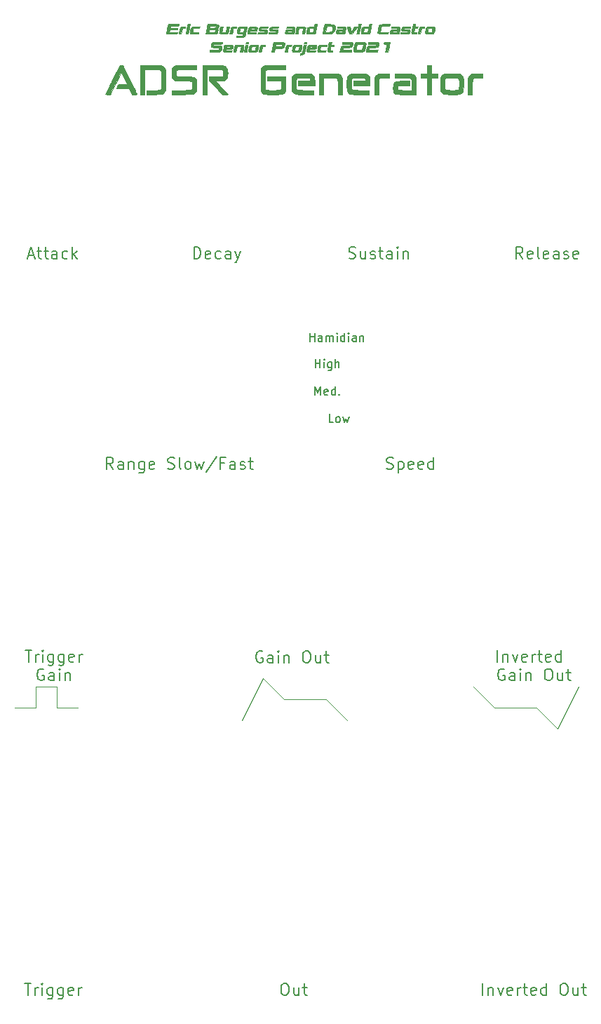
<source format=gto>
%TF.GenerationSoftware,KiCad,Pcbnew,(5.1.12)-1*%
%TF.CreationDate,2021-11-26T16:38:02-08:00*%
%TF.ProjectId,ADSR Front Pannel,41445352-2046-4726-9f6e-742050616e6e,rev?*%
%TF.SameCoordinates,Original*%
%TF.FileFunction,Legend,Top*%
%TF.FilePolarity,Positive*%
%FSLAX46Y46*%
G04 Gerber Fmt 4.6, Leading zero omitted, Abs format (unit mm)*
G04 Created by KiCad (PCBNEW (5.1.12)-1) date 2021-11-26 16:38:02*
%MOMM*%
%LPD*%
G01*
G04 APERTURE LIST*
%ADD10C,0.120000*%
%ADD11C,0.150000*%
%ADD12C,0.010000*%
G04 APERTURE END LIST*
D10*
X99060000Y-110744000D02*
X96520000Y-110744000D01*
X106680000Y-108204000D02*
X104140000Y-113284000D01*
X101600000Y-110744000D02*
X99060000Y-110744000D01*
X104140000Y-113284000D02*
X101600000Y-110744000D01*
X96520000Y-110744000D02*
X93980000Y-108204000D01*
X76200000Y-109728000D02*
X78740000Y-112268000D01*
X73660000Y-109728000D02*
X76200000Y-109728000D01*
X71120000Y-109728000D02*
X73660000Y-109728000D01*
X68580000Y-107188000D02*
X71120000Y-109728000D01*
X66040000Y-112268000D02*
X68580000Y-107188000D01*
X43688000Y-110744000D02*
X46228000Y-110744000D01*
X43688000Y-108204000D02*
X43688000Y-110744000D01*
X41148000Y-108204000D02*
X43688000Y-108204000D01*
X41148000Y-110744000D02*
X41148000Y-108204000D01*
X38608000Y-110744000D02*
X41148000Y-110744000D01*
D11*
X74231904Y-66492380D02*
X74231904Y-65492380D01*
X74231904Y-65968571D02*
X74803333Y-65968571D01*
X74803333Y-66492380D02*
X74803333Y-65492380D01*
X75708095Y-66492380D02*
X75708095Y-65968571D01*
X75660476Y-65873333D01*
X75565238Y-65825714D01*
X75374761Y-65825714D01*
X75279523Y-65873333D01*
X75708095Y-66444761D02*
X75612857Y-66492380D01*
X75374761Y-66492380D01*
X75279523Y-66444761D01*
X75231904Y-66349523D01*
X75231904Y-66254285D01*
X75279523Y-66159047D01*
X75374761Y-66111428D01*
X75612857Y-66111428D01*
X75708095Y-66063809D01*
X76184285Y-66492380D02*
X76184285Y-65825714D01*
X76184285Y-65920952D02*
X76231904Y-65873333D01*
X76327142Y-65825714D01*
X76470000Y-65825714D01*
X76565238Y-65873333D01*
X76612857Y-65968571D01*
X76612857Y-66492380D01*
X76612857Y-65968571D02*
X76660476Y-65873333D01*
X76755714Y-65825714D01*
X76898571Y-65825714D01*
X76993809Y-65873333D01*
X77041428Y-65968571D01*
X77041428Y-66492380D01*
X77517619Y-66492380D02*
X77517619Y-65825714D01*
X77517619Y-65492380D02*
X77470000Y-65540000D01*
X77517619Y-65587619D01*
X77565238Y-65540000D01*
X77517619Y-65492380D01*
X77517619Y-65587619D01*
X78422380Y-66492380D02*
X78422380Y-65492380D01*
X78422380Y-66444761D02*
X78327142Y-66492380D01*
X78136666Y-66492380D01*
X78041428Y-66444761D01*
X77993809Y-66397142D01*
X77946190Y-66301904D01*
X77946190Y-66016190D01*
X77993809Y-65920952D01*
X78041428Y-65873333D01*
X78136666Y-65825714D01*
X78327142Y-65825714D01*
X78422380Y-65873333D01*
X78898571Y-66492380D02*
X78898571Y-65825714D01*
X78898571Y-65492380D02*
X78850952Y-65540000D01*
X78898571Y-65587619D01*
X78946190Y-65540000D01*
X78898571Y-65492380D01*
X78898571Y-65587619D01*
X79803333Y-66492380D02*
X79803333Y-65968571D01*
X79755714Y-65873333D01*
X79660476Y-65825714D01*
X79470000Y-65825714D01*
X79374761Y-65873333D01*
X79803333Y-66444761D02*
X79708095Y-66492380D01*
X79470000Y-66492380D01*
X79374761Y-66444761D01*
X79327142Y-66349523D01*
X79327142Y-66254285D01*
X79374761Y-66159047D01*
X79470000Y-66111428D01*
X79708095Y-66111428D01*
X79803333Y-66063809D01*
X80279523Y-65825714D02*
X80279523Y-66492380D01*
X80279523Y-65920952D02*
X80327142Y-65873333D01*
X80422380Y-65825714D01*
X80565238Y-65825714D01*
X80660476Y-65873333D01*
X80708095Y-65968571D01*
X80708095Y-66492380D01*
X74898428Y-69667380D02*
X74898428Y-68667380D01*
X74898428Y-69143571D02*
X75469857Y-69143571D01*
X75469857Y-69667380D02*
X75469857Y-68667380D01*
X75946047Y-69667380D02*
X75946047Y-69000714D01*
X75946047Y-68667380D02*
X75898428Y-68715000D01*
X75946047Y-68762619D01*
X75993666Y-68715000D01*
X75946047Y-68667380D01*
X75946047Y-68762619D01*
X76850809Y-69000714D02*
X76850809Y-69810238D01*
X76803190Y-69905476D01*
X76755571Y-69953095D01*
X76660333Y-70000714D01*
X76517476Y-70000714D01*
X76422238Y-69953095D01*
X76850809Y-69619761D02*
X76755571Y-69667380D01*
X76565095Y-69667380D01*
X76469857Y-69619761D01*
X76422238Y-69572142D01*
X76374619Y-69476904D01*
X76374619Y-69191190D01*
X76422238Y-69095952D01*
X76469857Y-69048333D01*
X76565095Y-69000714D01*
X76755571Y-69000714D01*
X76850809Y-69048333D01*
X77327000Y-69667380D02*
X77327000Y-68667380D01*
X77755571Y-69667380D02*
X77755571Y-69143571D01*
X77707952Y-69048333D01*
X77612714Y-69000714D01*
X77469857Y-69000714D01*
X77374619Y-69048333D01*
X77327000Y-69095952D01*
X74874619Y-72969380D02*
X74874619Y-71969380D01*
X75207952Y-72683666D01*
X75541285Y-71969380D01*
X75541285Y-72969380D01*
X76398428Y-72921761D02*
X76303190Y-72969380D01*
X76112714Y-72969380D01*
X76017476Y-72921761D01*
X75969857Y-72826523D01*
X75969857Y-72445571D01*
X76017476Y-72350333D01*
X76112714Y-72302714D01*
X76303190Y-72302714D01*
X76398428Y-72350333D01*
X76446047Y-72445571D01*
X76446047Y-72540809D01*
X75969857Y-72636047D01*
X77303190Y-72969380D02*
X77303190Y-71969380D01*
X77303190Y-72921761D02*
X77207952Y-72969380D01*
X77017476Y-72969380D01*
X76922238Y-72921761D01*
X76874619Y-72874142D01*
X76827000Y-72778904D01*
X76827000Y-72493190D01*
X76874619Y-72397952D01*
X76922238Y-72350333D01*
X77017476Y-72302714D01*
X77207952Y-72302714D01*
X77303190Y-72350333D01*
X77779380Y-72874142D02*
X77827000Y-72921761D01*
X77779380Y-72969380D01*
X77731761Y-72921761D01*
X77779380Y-72874142D01*
X77779380Y-72969380D01*
X77057333Y-76271380D02*
X76581142Y-76271380D01*
X76581142Y-75271380D01*
X77533523Y-76271380D02*
X77438285Y-76223761D01*
X77390666Y-76176142D01*
X77343047Y-76080904D01*
X77343047Y-75795190D01*
X77390666Y-75699952D01*
X77438285Y-75652333D01*
X77533523Y-75604714D01*
X77676380Y-75604714D01*
X77771619Y-75652333D01*
X77819238Y-75699952D01*
X77866857Y-75795190D01*
X77866857Y-76080904D01*
X77819238Y-76176142D01*
X77771619Y-76223761D01*
X77676380Y-76271380D01*
X77533523Y-76271380D01*
X78200190Y-75604714D02*
X78390666Y-76271380D01*
X78581142Y-75795190D01*
X78771619Y-76271380D01*
X78962095Y-75604714D01*
X83493333Y-81846666D02*
X83693333Y-81913333D01*
X84026666Y-81913333D01*
X84160000Y-81846666D01*
X84226666Y-81780000D01*
X84293333Y-81646666D01*
X84293333Y-81513333D01*
X84226666Y-81380000D01*
X84160000Y-81313333D01*
X84026666Y-81246666D01*
X83760000Y-81180000D01*
X83626666Y-81113333D01*
X83560000Y-81046666D01*
X83493333Y-80913333D01*
X83493333Y-80780000D01*
X83560000Y-80646666D01*
X83626666Y-80580000D01*
X83760000Y-80513333D01*
X84093333Y-80513333D01*
X84293333Y-80580000D01*
X84893333Y-80980000D02*
X84893333Y-82380000D01*
X84893333Y-81046666D02*
X85026666Y-80980000D01*
X85293333Y-80980000D01*
X85426666Y-81046666D01*
X85493333Y-81113333D01*
X85560000Y-81246666D01*
X85560000Y-81646666D01*
X85493333Y-81780000D01*
X85426666Y-81846666D01*
X85293333Y-81913333D01*
X85026666Y-81913333D01*
X84893333Y-81846666D01*
X86693333Y-81846666D02*
X86560000Y-81913333D01*
X86293333Y-81913333D01*
X86160000Y-81846666D01*
X86093333Y-81713333D01*
X86093333Y-81180000D01*
X86160000Y-81046666D01*
X86293333Y-80980000D01*
X86560000Y-80980000D01*
X86693333Y-81046666D01*
X86760000Y-81180000D01*
X86760000Y-81313333D01*
X86093333Y-81446666D01*
X87893333Y-81846666D02*
X87760000Y-81913333D01*
X87493333Y-81913333D01*
X87360000Y-81846666D01*
X87293333Y-81713333D01*
X87293333Y-81180000D01*
X87360000Y-81046666D01*
X87493333Y-80980000D01*
X87760000Y-80980000D01*
X87893333Y-81046666D01*
X87960000Y-81180000D01*
X87960000Y-81313333D01*
X87293333Y-81446666D01*
X89160000Y-81913333D02*
X89160000Y-80513333D01*
X89160000Y-81846666D02*
X89026666Y-81913333D01*
X88760000Y-81913333D01*
X88626666Y-81846666D01*
X88560000Y-81780000D01*
X88493333Y-81646666D01*
X88493333Y-81246666D01*
X88560000Y-81113333D01*
X88626666Y-81046666D01*
X88760000Y-80980000D01*
X89026666Y-80980000D01*
X89160000Y-81046666D01*
X50486666Y-81913333D02*
X50020000Y-81246666D01*
X49686666Y-81913333D02*
X49686666Y-80513333D01*
X50220000Y-80513333D01*
X50353333Y-80580000D01*
X50420000Y-80646666D01*
X50486666Y-80780000D01*
X50486666Y-80980000D01*
X50420000Y-81113333D01*
X50353333Y-81180000D01*
X50220000Y-81246666D01*
X49686666Y-81246666D01*
X51686666Y-81913333D02*
X51686666Y-81180000D01*
X51620000Y-81046666D01*
X51486666Y-80980000D01*
X51220000Y-80980000D01*
X51086666Y-81046666D01*
X51686666Y-81846666D02*
X51553333Y-81913333D01*
X51220000Y-81913333D01*
X51086666Y-81846666D01*
X51020000Y-81713333D01*
X51020000Y-81580000D01*
X51086666Y-81446666D01*
X51220000Y-81380000D01*
X51553333Y-81380000D01*
X51686666Y-81313333D01*
X52353333Y-80980000D02*
X52353333Y-81913333D01*
X52353333Y-81113333D02*
X52420000Y-81046666D01*
X52553333Y-80980000D01*
X52753333Y-80980000D01*
X52886666Y-81046666D01*
X52953333Y-81180000D01*
X52953333Y-81913333D01*
X54220000Y-80980000D02*
X54220000Y-82113333D01*
X54153333Y-82246666D01*
X54086666Y-82313333D01*
X53953333Y-82380000D01*
X53753333Y-82380000D01*
X53620000Y-82313333D01*
X54220000Y-81846666D02*
X54086666Y-81913333D01*
X53820000Y-81913333D01*
X53686666Y-81846666D01*
X53620000Y-81780000D01*
X53553333Y-81646666D01*
X53553333Y-81246666D01*
X53620000Y-81113333D01*
X53686666Y-81046666D01*
X53820000Y-80980000D01*
X54086666Y-80980000D01*
X54220000Y-81046666D01*
X55420000Y-81846666D02*
X55286666Y-81913333D01*
X55020000Y-81913333D01*
X54886666Y-81846666D01*
X54820000Y-81713333D01*
X54820000Y-81180000D01*
X54886666Y-81046666D01*
X55020000Y-80980000D01*
X55286666Y-80980000D01*
X55420000Y-81046666D01*
X55486666Y-81180000D01*
X55486666Y-81313333D01*
X54820000Y-81446666D01*
X57086666Y-81846666D02*
X57286666Y-81913333D01*
X57620000Y-81913333D01*
X57753333Y-81846666D01*
X57820000Y-81780000D01*
X57886666Y-81646666D01*
X57886666Y-81513333D01*
X57820000Y-81380000D01*
X57753333Y-81313333D01*
X57620000Y-81246666D01*
X57353333Y-81180000D01*
X57220000Y-81113333D01*
X57153333Y-81046666D01*
X57086666Y-80913333D01*
X57086666Y-80780000D01*
X57153333Y-80646666D01*
X57220000Y-80580000D01*
X57353333Y-80513333D01*
X57686666Y-80513333D01*
X57886666Y-80580000D01*
X58686666Y-81913333D02*
X58553333Y-81846666D01*
X58486666Y-81713333D01*
X58486666Y-80513333D01*
X59420000Y-81913333D02*
X59286666Y-81846666D01*
X59220000Y-81780000D01*
X59153333Y-81646666D01*
X59153333Y-81246666D01*
X59220000Y-81113333D01*
X59286666Y-81046666D01*
X59420000Y-80980000D01*
X59620000Y-80980000D01*
X59753333Y-81046666D01*
X59820000Y-81113333D01*
X59886666Y-81246666D01*
X59886666Y-81646666D01*
X59820000Y-81780000D01*
X59753333Y-81846666D01*
X59620000Y-81913333D01*
X59420000Y-81913333D01*
X60353333Y-80980000D02*
X60620000Y-81913333D01*
X60886666Y-81246666D01*
X61153333Y-81913333D01*
X61420000Y-80980000D01*
X62953333Y-80446666D02*
X61753333Y-82246666D01*
X63886666Y-81180000D02*
X63420000Y-81180000D01*
X63420000Y-81913333D02*
X63420000Y-80513333D01*
X64086666Y-80513333D01*
X65220000Y-81913333D02*
X65220000Y-81180000D01*
X65153333Y-81046666D01*
X65020000Y-80980000D01*
X64753333Y-80980000D01*
X64620000Y-81046666D01*
X65220000Y-81846666D02*
X65086666Y-81913333D01*
X64753333Y-81913333D01*
X64620000Y-81846666D01*
X64553333Y-81713333D01*
X64553333Y-81580000D01*
X64620000Y-81446666D01*
X64753333Y-81380000D01*
X65086666Y-81380000D01*
X65220000Y-81313333D01*
X65820000Y-81846666D02*
X65953333Y-81913333D01*
X66220000Y-81913333D01*
X66353333Y-81846666D01*
X66420000Y-81713333D01*
X66420000Y-81646666D01*
X66353333Y-81513333D01*
X66220000Y-81446666D01*
X66020000Y-81446666D01*
X65886666Y-81380000D01*
X65820000Y-81246666D01*
X65820000Y-81180000D01*
X65886666Y-81046666D01*
X66020000Y-80980000D01*
X66220000Y-80980000D01*
X66353333Y-81046666D01*
X66820000Y-80980000D02*
X67353333Y-80980000D01*
X67020000Y-80513333D02*
X67020000Y-81713333D01*
X67086666Y-81846666D01*
X67220000Y-81913333D01*
X67353333Y-81913333D01*
X99936666Y-56513333D02*
X99470000Y-55846666D01*
X99136666Y-56513333D02*
X99136666Y-55113333D01*
X99670000Y-55113333D01*
X99803333Y-55180000D01*
X99870000Y-55246666D01*
X99936666Y-55380000D01*
X99936666Y-55580000D01*
X99870000Y-55713333D01*
X99803333Y-55780000D01*
X99670000Y-55846666D01*
X99136666Y-55846666D01*
X101070000Y-56446666D02*
X100936666Y-56513333D01*
X100670000Y-56513333D01*
X100536666Y-56446666D01*
X100470000Y-56313333D01*
X100470000Y-55780000D01*
X100536666Y-55646666D01*
X100670000Y-55580000D01*
X100936666Y-55580000D01*
X101070000Y-55646666D01*
X101136666Y-55780000D01*
X101136666Y-55913333D01*
X100470000Y-56046666D01*
X101936666Y-56513333D02*
X101803333Y-56446666D01*
X101736666Y-56313333D01*
X101736666Y-55113333D01*
X103003333Y-56446666D02*
X102870000Y-56513333D01*
X102603333Y-56513333D01*
X102470000Y-56446666D01*
X102403333Y-56313333D01*
X102403333Y-55780000D01*
X102470000Y-55646666D01*
X102603333Y-55580000D01*
X102870000Y-55580000D01*
X103003333Y-55646666D01*
X103070000Y-55780000D01*
X103070000Y-55913333D01*
X102403333Y-56046666D01*
X104270000Y-56513333D02*
X104270000Y-55780000D01*
X104203333Y-55646666D01*
X104070000Y-55580000D01*
X103803333Y-55580000D01*
X103670000Y-55646666D01*
X104270000Y-56446666D02*
X104136666Y-56513333D01*
X103803333Y-56513333D01*
X103670000Y-56446666D01*
X103603333Y-56313333D01*
X103603333Y-56180000D01*
X103670000Y-56046666D01*
X103803333Y-55980000D01*
X104136666Y-55980000D01*
X104270000Y-55913333D01*
X104870000Y-56446666D02*
X105003333Y-56513333D01*
X105270000Y-56513333D01*
X105403333Y-56446666D01*
X105470000Y-56313333D01*
X105470000Y-56246666D01*
X105403333Y-56113333D01*
X105270000Y-56046666D01*
X105070000Y-56046666D01*
X104936666Y-55980000D01*
X104870000Y-55846666D01*
X104870000Y-55780000D01*
X104936666Y-55646666D01*
X105070000Y-55580000D01*
X105270000Y-55580000D01*
X105403333Y-55646666D01*
X106603333Y-56446666D02*
X106470000Y-56513333D01*
X106203333Y-56513333D01*
X106070000Y-56446666D01*
X106003333Y-56313333D01*
X106003333Y-55780000D01*
X106070000Y-55646666D01*
X106203333Y-55580000D01*
X106470000Y-55580000D01*
X106603333Y-55646666D01*
X106670000Y-55780000D01*
X106670000Y-55913333D01*
X106003333Y-56046666D01*
X60258666Y-56513333D02*
X60258666Y-55113333D01*
X60592000Y-55113333D01*
X60792000Y-55180000D01*
X60925333Y-55313333D01*
X60992000Y-55446666D01*
X61058666Y-55713333D01*
X61058666Y-55913333D01*
X60992000Y-56180000D01*
X60925333Y-56313333D01*
X60792000Y-56446666D01*
X60592000Y-56513333D01*
X60258666Y-56513333D01*
X62192000Y-56446666D02*
X62058666Y-56513333D01*
X61792000Y-56513333D01*
X61658666Y-56446666D01*
X61592000Y-56313333D01*
X61592000Y-55780000D01*
X61658666Y-55646666D01*
X61792000Y-55580000D01*
X62058666Y-55580000D01*
X62192000Y-55646666D01*
X62258666Y-55780000D01*
X62258666Y-55913333D01*
X61592000Y-56046666D01*
X63458666Y-56446666D02*
X63325333Y-56513333D01*
X63058666Y-56513333D01*
X62925333Y-56446666D01*
X62858666Y-56380000D01*
X62792000Y-56246666D01*
X62792000Y-55846666D01*
X62858666Y-55713333D01*
X62925333Y-55646666D01*
X63058666Y-55580000D01*
X63325333Y-55580000D01*
X63458666Y-55646666D01*
X64658666Y-56513333D02*
X64658666Y-55780000D01*
X64592000Y-55646666D01*
X64458666Y-55580000D01*
X64192000Y-55580000D01*
X64058666Y-55646666D01*
X64658666Y-56446666D02*
X64525333Y-56513333D01*
X64192000Y-56513333D01*
X64058666Y-56446666D01*
X63992000Y-56313333D01*
X63992000Y-56180000D01*
X64058666Y-56046666D01*
X64192000Y-55980000D01*
X64525333Y-55980000D01*
X64658666Y-55913333D01*
X65192000Y-55580000D02*
X65525333Y-56513333D01*
X65858666Y-55580000D02*
X65525333Y-56513333D01*
X65392000Y-56846666D01*
X65325333Y-56913333D01*
X65192000Y-56980000D01*
X40246666Y-56113333D02*
X40913333Y-56113333D01*
X40113333Y-56513333D02*
X40580000Y-55113333D01*
X41046666Y-56513333D01*
X41313333Y-55580000D02*
X41846666Y-55580000D01*
X41513333Y-55113333D02*
X41513333Y-56313333D01*
X41580000Y-56446666D01*
X41713333Y-56513333D01*
X41846666Y-56513333D01*
X42113333Y-55580000D02*
X42646666Y-55580000D01*
X42313333Y-55113333D02*
X42313333Y-56313333D01*
X42380000Y-56446666D01*
X42513333Y-56513333D01*
X42646666Y-56513333D01*
X43713333Y-56513333D02*
X43713333Y-55780000D01*
X43646666Y-55646666D01*
X43513333Y-55580000D01*
X43246666Y-55580000D01*
X43113333Y-55646666D01*
X43713333Y-56446666D02*
X43580000Y-56513333D01*
X43246666Y-56513333D01*
X43113333Y-56446666D01*
X43046666Y-56313333D01*
X43046666Y-56180000D01*
X43113333Y-56046666D01*
X43246666Y-55980000D01*
X43580000Y-55980000D01*
X43713333Y-55913333D01*
X44980000Y-56446666D02*
X44846666Y-56513333D01*
X44580000Y-56513333D01*
X44446666Y-56446666D01*
X44380000Y-56380000D01*
X44313333Y-56246666D01*
X44313333Y-55846666D01*
X44380000Y-55713333D01*
X44446666Y-55646666D01*
X44580000Y-55580000D01*
X44846666Y-55580000D01*
X44980000Y-55646666D01*
X45580000Y-56513333D02*
X45580000Y-55113333D01*
X45713333Y-55980000D02*
X46113333Y-56513333D01*
X46113333Y-55580000D02*
X45580000Y-56113333D01*
X78950000Y-56446666D02*
X79150000Y-56513333D01*
X79483333Y-56513333D01*
X79616666Y-56446666D01*
X79683333Y-56380000D01*
X79750000Y-56246666D01*
X79750000Y-56113333D01*
X79683333Y-55980000D01*
X79616666Y-55913333D01*
X79483333Y-55846666D01*
X79216666Y-55780000D01*
X79083333Y-55713333D01*
X79016666Y-55646666D01*
X78950000Y-55513333D01*
X78950000Y-55380000D01*
X79016666Y-55246666D01*
X79083333Y-55180000D01*
X79216666Y-55113333D01*
X79550000Y-55113333D01*
X79750000Y-55180000D01*
X80950000Y-55580000D02*
X80950000Y-56513333D01*
X80350000Y-55580000D02*
X80350000Y-56313333D01*
X80416666Y-56446666D01*
X80550000Y-56513333D01*
X80750000Y-56513333D01*
X80883333Y-56446666D01*
X80950000Y-56380000D01*
X81550000Y-56446666D02*
X81683333Y-56513333D01*
X81950000Y-56513333D01*
X82083333Y-56446666D01*
X82150000Y-56313333D01*
X82150000Y-56246666D01*
X82083333Y-56113333D01*
X81950000Y-56046666D01*
X81750000Y-56046666D01*
X81616666Y-55980000D01*
X81550000Y-55846666D01*
X81550000Y-55780000D01*
X81616666Y-55646666D01*
X81750000Y-55580000D01*
X81950000Y-55580000D01*
X82083333Y-55646666D01*
X82550000Y-55580000D02*
X83083333Y-55580000D01*
X82750000Y-55113333D02*
X82750000Y-56313333D01*
X82816666Y-56446666D01*
X82950000Y-56513333D01*
X83083333Y-56513333D01*
X84150000Y-56513333D02*
X84150000Y-55780000D01*
X84083333Y-55646666D01*
X83950000Y-55580000D01*
X83683333Y-55580000D01*
X83550000Y-55646666D01*
X84150000Y-56446666D02*
X84016666Y-56513333D01*
X83683333Y-56513333D01*
X83550000Y-56446666D01*
X83483333Y-56313333D01*
X83483333Y-56180000D01*
X83550000Y-56046666D01*
X83683333Y-55980000D01*
X84016666Y-55980000D01*
X84150000Y-55913333D01*
X84816666Y-56513333D02*
X84816666Y-55580000D01*
X84816666Y-55113333D02*
X84750000Y-55180000D01*
X84816666Y-55246666D01*
X84883333Y-55180000D01*
X84816666Y-55113333D01*
X84816666Y-55246666D01*
X85483333Y-55580000D02*
X85483333Y-56513333D01*
X85483333Y-55713333D02*
X85550000Y-55646666D01*
X85683333Y-55580000D01*
X85883333Y-55580000D01*
X86016666Y-55646666D01*
X86083333Y-55780000D01*
X86083333Y-56513333D01*
X39865733Y-103772333D02*
X40665733Y-103772333D01*
X40265733Y-105172333D02*
X40265733Y-103772333D01*
X41132400Y-105172333D02*
X41132400Y-104239000D01*
X41132400Y-104505666D02*
X41199066Y-104372333D01*
X41265733Y-104305666D01*
X41399066Y-104239000D01*
X41532400Y-104239000D01*
X41999066Y-105172333D02*
X41999066Y-104239000D01*
X41999066Y-103772333D02*
X41932400Y-103839000D01*
X41999066Y-103905666D01*
X42065733Y-103839000D01*
X41999066Y-103772333D01*
X41999066Y-103905666D01*
X43265733Y-104239000D02*
X43265733Y-105372333D01*
X43199066Y-105505666D01*
X43132400Y-105572333D01*
X42999066Y-105639000D01*
X42799066Y-105639000D01*
X42665733Y-105572333D01*
X43265733Y-105105666D02*
X43132400Y-105172333D01*
X42865733Y-105172333D01*
X42732400Y-105105666D01*
X42665733Y-105039000D01*
X42599066Y-104905666D01*
X42599066Y-104505666D01*
X42665733Y-104372333D01*
X42732400Y-104305666D01*
X42865733Y-104239000D01*
X43132400Y-104239000D01*
X43265733Y-104305666D01*
X44532400Y-104239000D02*
X44532400Y-105372333D01*
X44465733Y-105505666D01*
X44399066Y-105572333D01*
X44265733Y-105639000D01*
X44065733Y-105639000D01*
X43932400Y-105572333D01*
X44532400Y-105105666D02*
X44399066Y-105172333D01*
X44132400Y-105172333D01*
X43999066Y-105105666D01*
X43932400Y-105039000D01*
X43865733Y-104905666D01*
X43865733Y-104505666D01*
X43932400Y-104372333D01*
X43999066Y-104305666D01*
X44132400Y-104239000D01*
X44399066Y-104239000D01*
X44532400Y-104305666D01*
X45732400Y-105105666D02*
X45599066Y-105172333D01*
X45332400Y-105172333D01*
X45199066Y-105105666D01*
X45132400Y-104972333D01*
X45132400Y-104439000D01*
X45199066Y-104305666D01*
X45332400Y-104239000D01*
X45599066Y-104239000D01*
X45732400Y-104305666D01*
X45799066Y-104439000D01*
X45799066Y-104572333D01*
X45132400Y-104705666D01*
X46399066Y-105172333D02*
X46399066Y-104239000D01*
X46399066Y-104505666D02*
X46465733Y-104372333D01*
X46532400Y-104305666D01*
X46665733Y-104239000D01*
X46799066Y-104239000D01*
X42099066Y-106089000D02*
X41965733Y-106022333D01*
X41765733Y-106022333D01*
X41565733Y-106089000D01*
X41432400Y-106222333D01*
X41365733Y-106355666D01*
X41299066Y-106622333D01*
X41299066Y-106822333D01*
X41365733Y-107089000D01*
X41432400Y-107222333D01*
X41565733Y-107355666D01*
X41765733Y-107422333D01*
X41899066Y-107422333D01*
X42099066Y-107355666D01*
X42165733Y-107289000D01*
X42165733Y-106822333D01*
X41899066Y-106822333D01*
X43365733Y-107422333D02*
X43365733Y-106689000D01*
X43299066Y-106555666D01*
X43165733Y-106489000D01*
X42899066Y-106489000D01*
X42765733Y-106555666D01*
X43365733Y-107355666D02*
X43232400Y-107422333D01*
X42899066Y-107422333D01*
X42765733Y-107355666D01*
X42699066Y-107222333D01*
X42699066Y-107089000D01*
X42765733Y-106955666D01*
X42899066Y-106889000D01*
X43232400Y-106889000D01*
X43365733Y-106822333D01*
X44032400Y-107422333D02*
X44032400Y-106489000D01*
X44032400Y-106022333D02*
X43965733Y-106089000D01*
X44032400Y-106155666D01*
X44099066Y-106089000D01*
X44032400Y-106022333D01*
X44032400Y-106155666D01*
X44699066Y-106489000D02*
X44699066Y-107422333D01*
X44699066Y-106622333D02*
X44765733Y-106555666D01*
X44899066Y-106489000D01*
X45099066Y-106489000D01*
X45232400Y-106555666D01*
X45299066Y-106689000D01*
X45299066Y-107422333D01*
X68501066Y-103948000D02*
X68367733Y-103881333D01*
X68167733Y-103881333D01*
X67967733Y-103948000D01*
X67834400Y-104081333D01*
X67767733Y-104214666D01*
X67701066Y-104481333D01*
X67701066Y-104681333D01*
X67767733Y-104948000D01*
X67834400Y-105081333D01*
X67967733Y-105214666D01*
X68167733Y-105281333D01*
X68301066Y-105281333D01*
X68501066Y-105214666D01*
X68567733Y-105148000D01*
X68567733Y-104681333D01*
X68301066Y-104681333D01*
X69767733Y-105281333D02*
X69767733Y-104548000D01*
X69701066Y-104414666D01*
X69567733Y-104348000D01*
X69301066Y-104348000D01*
X69167733Y-104414666D01*
X69767733Y-105214666D02*
X69634400Y-105281333D01*
X69301066Y-105281333D01*
X69167733Y-105214666D01*
X69101066Y-105081333D01*
X69101066Y-104948000D01*
X69167733Y-104814666D01*
X69301066Y-104748000D01*
X69634400Y-104748000D01*
X69767733Y-104681333D01*
X70434400Y-105281333D02*
X70434400Y-104348000D01*
X70434400Y-103881333D02*
X70367733Y-103948000D01*
X70434400Y-104014666D01*
X70501066Y-103948000D01*
X70434400Y-103881333D01*
X70434400Y-104014666D01*
X71101066Y-104348000D02*
X71101066Y-105281333D01*
X71101066Y-104481333D02*
X71167733Y-104414666D01*
X71301066Y-104348000D01*
X71501066Y-104348000D01*
X71634400Y-104414666D01*
X71701066Y-104548000D01*
X71701066Y-105281333D01*
X73701066Y-103881333D02*
X73967733Y-103881333D01*
X74101066Y-103948000D01*
X74234400Y-104081333D01*
X74301066Y-104348000D01*
X74301066Y-104814666D01*
X74234400Y-105081333D01*
X74101066Y-105214666D01*
X73967733Y-105281333D01*
X73701066Y-105281333D01*
X73567733Y-105214666D01*
X73434400Y-105081333D01*
X73367733Y-104814666D01*
X73367733Y-104348000D01*
X73434400Y-104081333D01*
X73567733Y-103948000D01*
X73701066Y-103881333D01*
X75501066Y-104348000D02*
X75501066Y-105281333D01*
X74901066Y-104348000D02*
X74901066Y-105081333D01*
X74967733Y-105214666D01*
X75101066Y-105281333D01*
X75301066Y-105281333D01*
X75434400Y-105214666D01*
X75501066Y-105148000D01*
X75967733Y-104348000D02*
X76501066Y-104348000D01*
X76167733Y-103881333D02*
X76167733Y-105081333D01*
X76234400Y-105214666D01*
X76367733Y-105281333D01*
X76501066Y-105281333D01*
X96877733Y-105172333D02*
X96877733Y-103772333D01*
X97544400Y-104239000D02*
X97544400Y-105172333D01*
X97544400Y-104372333D02*
X97611066Y-104305666D01*
X97744400Y-104239000D01*
X97944400Y-104239000D01*
X98077733Y-104305666D01*
X98144400Y-104439000D01*
X98144400Y-105172333D01*
X98677733Y-104239000D02*
X99011066Y-105172333D01*
X99344400Y-104239000D01*
X100411066Y-105105666D02*
X100277733Y-105172333D01*
X100011066Y-105172333D01*
X99877733Y-105105666D01*
X99811066Y-104972333D01*
X99811066Y-104439000D01*
X99877733Y-104305666D01*
X100011066Y-104239000D01*
X100277733Y-104239000D01*
X100411066Y-104305666D01*
X100477733Y-104439000D01*
X100477733Y-104572333D01*
X99811066Y-104705666D01*
X101077733Y-105172333D02*
X101077733Y-104239000D01*
X101077733Y-104505666D02*
X101144400Y-104372333D01*
X101211066Y-104305666D01*
X101344400Y-104239000D01*
X101477733Y-104239000D01*
X101744400Y-104239000D02*
X102277733Y-104239000D01*
X101944400Y-103772333D02*
X101944400Y-104972333D01*
X102011066Y-105105666D01*
X102144400Y-105172333D01*
X102277733Y-105172333D01*
X103277733Y-105105666D02*
X103144400Y-105172333D01*
X102877733Y-105172333D01*
X102744400Y-105105666D01*
X102677733Y-104972333D01*
X102677733Y-104439000D01*
X102744400Y-104305666D01*
X102877733Y-104239000D01*
X103144400Y-104239000D01*
X103277733Y-104305666D01*
X103344400Y-104439000D01*
X103344400Y-104572333D01*
X102677733Y-104705666D01*
X104544400Y-105172333D02*
X104544400Y-103772333D01*
X104544400Y-105105666D02*
X104411066Y-105172333D01*
X104144400Y-105172333D01*
X104011066Y-105105666D01*
X103944400Y-105039000D01*
X103877733Y-104905666D01*
X103877733Y-104505666D01*
X103944400Y-104372333D01*
X104011066Y-104305666D01*
X104144400Y-104239000D01*
X104411066Y-104239000D01*
X104544400Y-104305666D01*
X97711066Y-106089000D02*
X97577733Y-106022333D01*
X97377733Y-106022333D01*
X97177733Y-106089000D01*
X97044400Y-106222333D01*
X96977733Y-106355666D01*
X96911066Y-106622333D01*
X96911066Y-106822333D01*
X96977733Y-107089000D01*
X97044400Y-107222333D01*
X97177733Y-107355666D01*
X97377733Y-107422333D01*
X97511066Y-107422333D01*
X97711066Y-107355666D01*
X97777733Y-107289000D01*
X97777733Y-106822333D01*
X97511066Y-106822333D01*
X98977733Y-107422333D02*
X98977733Y-106689000D01*
X98911066Y-106555666D01*
X98777733Y-106489000D01*
X98511066Y-106489000D01*
X98377733Y-106555666D01*
X98977733Y-107355666D02*
X98844400Y-107422333D01*
X98511066Y-107422333D01*
X98377733Y-107355666D01*
X98311066Y-107222333D01*
X98311066Y-107089000D01*
X98377733Y-106955666D01*
X98511066Y-106889000D01*
X98844400Y-106889000D01*
X98977733Y-106822333D01*
X99644400Y-107422333D02*
X99644400Y-106489000D01*
X99644400Y-106022333D02*
X99577733Y-106089000D01*
X99644400Y-106155666D01*
X99711066Y-106089000D01*
X99644400Y-106022333D01*
X99644400Y-106155666D01*
X100311066Y-106489000D02*
X100311066Y-107422333D01*
X100311066Y-106622333D02*
X100377733Y-106555666D01*
X100511066Y-106489000D01*
X100711066Y-106489000D01*
X100844400Y-106555666D01*
X100911066Y-106689000D01*
X100911066Y-107422333D01*
X102911066Y-106022333D02*
X103177733Y-106022333D01*
X103311066Y-106089000D01*
X103444400Y-106222333D01*
X103511066Y-106489000D01*
X103511066Y-106955666D01*
X103444400Y-107222333D01*
X103311066Y-107355666D01*
X103177733Y-107422333D01*
X102911066Y-107422333D01*
X102777733Y-107355666D01*
X102644400Y-107222333D01*
X102577733Y-106955666D01*
X102577733Y-106489000D01*
X102644400Y-106222333D01*
X102777733Y-106089000D01*
X102911066Y-106022333D01*
X104711066Y-106489000D02*
X104711066Y-107422333D01*
X104111066Y-106489000D02*
X104111066Y-107222333D01*
X104177733Y-107355666D01*
X104311066Y-107422333D01*
X104511066Y-107422333D01*
X104644400Y-107355666D01*
X104711066Y-107289000D01*
X105177733Y-106489000D02*
X105711066Y-106489000D01*
X105377733Y-106022333D02*
X105377733Y-107222333D01*
X105444400Y-107355666D01*
X105577733Y-107422333D01*
X105711066Y-107422333D01*
X95110666Y-145413333D02*
X95110666Y-144013333D01*
X95777333Y-144480000D02*
X95777333Y-145413333D01*
X95777333Y-144613333D02*
X95844000Y-144546666D01*
X95977333Y-144480000D01*
X96177333Y-144480000D01*
X96310666Y-144546666D01*
X96377333Y-144680000D01*
X96377333Y-145413333D01*
X96910666Y-144480000D02*
X97244000Y-145413333D01*
X97577333Y-144480000D01*
X98644000Y-145346666D02*
X98510666Y-145413333D01*
X98244000Y-145413333D01*
X98110666Y-145346666D01*
X98044000Y-145213333D01*
X98044000Y-144680000D01*
X98110666Y-144546666D01*
X98244000Y-144480000D01*
X98510666Y-144480000D01*
X98644000Y-144546666D01*
X98710666Y-144680000D01*
X98710666Y-144813333D01*
X98044000Y-144946666D01*
X99310666Y-145413333D02*
X99310666Y-144480000D01*
X99310666Y-144746666D02*
X99377333Y-144613333D01*
X99444000Y-144546666D01*
X99577333Y-144480000D01*
X99710666Y-144480000D01*
X99977333Y-144480000D02*
X100510666Y-144480000D01*
X100177333Y-144013333D02*
X100177333Y-145213333D01*
X100244000Y-145346666D01*
X100377333Y-145413333D01*
X100510666Y-145413333D01*
X101510666Y-145346666D02*
X101377333Y-145413333D01*
X101110666Y-145413333D01*
X100977333Y-145346666D01*
X100910666Y-145213333D01*
X100910666Y-144680000D01*
X100977333Y-144546666D01*
X101110666Y-144480000D01*
X101377333Y-144480000D01*
X101510666Y-144546666D01*
X101577333Y-144680000D01*
X101577333Y-144813333D01*
X100910666Y-144946666D01*
X102777333Y-145413333D02*
X102777333Y-144013333D01*
X102777333Y-145346666D02*
X102644000Y-145413333D01*
X102377333Y-145413333D01*
X102244000Y-145346666D01*
X102177333Y-145280000D01*
X102110666Y-145146666D01*
X102110666Y-144746666D01*
X102177333Y-144613333D01*
X102244000Y-144546666D01*
X102377333Y-144480000D01*
X102644000Y-144480000D01*
X102777333Y-144546666D01*
X104777333Y-144013333D02*
X105044000Y-144013333D01*
X105177333Y-144080000D01*
X105310666Y-144213333D01*
X105377333Y-144480000D01*
X105377333Y-144946666D01*
X105310666Y-145213333D01*
X105177333Y-145346666D01*
X105044000Y-145413333D01*
X104777333Y-145413333D01*
X104644000Y-145346666D01*
X104510666Y-145213333D01*
X104444000Y-144946666D01*
X104444000Y-144480000D01*
X104510666Y-144213333D01*
X104644000Y-144080000D01*
X104777333Y-144013333D01*
X106577333Y-144480000D02*
X106577333Y-145413333D01*
X105977333Y-144480000D02*
X105977333Y-145213333D01*
X106044000Y-145346666D01*
X106177333Y-145413333D01*
X106377333Y-145413333D01*
X106510666Y-145346666D01*
X106577333Y-145280000D01*
X107044000Y-144480000D02*
X107577333Y-144480000D01*
X107244000Y-144013333D02*
X107244000Y-145213333D01*
X107310666Y-145346666D01*
X107444000Y-145413333D01*
X107577333Y-145413333D01*
X71077333Y-144013333D02*
X71344000Y-144013333D01*
X71477333Y-144080000D01*
X71610666Y-144213333D01*
X71677333Y-144480000D01*
X71677333Y-144946666D01*
X71610666Y-145213333D01*
X71477333Y-145346666D01*
X71344000Y-145413333D01*
X71077333Y-145413333D01*
X70944000Y-145346666D01*
X70810666Y-145213333D01*
X70744000Y-144946666D01*
X70744000Y-144480000D01*
X70810666Y-144213333D01*
X70944000Y-144080000D01*
X71077333Y-144013333D01*
X72877333Y-144480000D02*
X72877333Y-145413333D01*
X72277333Y-144480000D02*
X72277333Y-145213333D01*
X72344000Y-145346666D01*
X72477333Y-145413333D01*
X72677333Y-145413333D01*
X72810666Y-145346666D01*
X72877333Y-145280000D01*
X73344000Y-144480000D02*
X73877333Y-144480000D01*
X73544000Y-144013333D02*
X73544000Y-145213333D01*
X73610666Y-145346666D01*
X73744000Y-145413333D01*
X73877333Y-145413333D01*
X39777333Y-144013333D02*
X40577333Y-144013333D01*
X40177333Y-145413333D02*
X40177333Y-144013333D01*
X41044000Y-145413333D02*
X41044000Y-144480000D01*
X41044000Y-144746666D02*
X41110666Y-144613333D01*
X41177333Y-144546666D01*
X41310666Y-144480000D01*
X41444000Y-144480000D01*
X41910666Y-145413333D02*
X41910666Y-144480000D01*
X41910666Y-144013333D02*
X41844000Y-144080000D01*
X41910666Y-144146666D01*
X41977333Y-144080000D01*
X41910666Y-144013333D01*
X41910666Y-144146666D01*
X43177333Y-144480000D02*
X43177333Y-145613333D01*
X43110666Y-145746666D01*
X43044000Y-145813333D01*
X42910666Y-145880000D01*
X42710666Y-145880000D01*
X42577333Y-145813333D01*
X43177333Y-145346666D02*
X43044000Y-145413333D01*
X42777333Y-145413333D01*
X42644000Y-145346666D01*
X42577333Y-145280000D01*
X42510666Y-145146666D01*
X42510666Y-144746666D01*
X42577333Y-144613333D01*
X42644000Y-144546666D01*
X42777333Y-144480000D01*
X43044000Y-144480000D01*
X43177333Y-144546666D01*
X44444000Y-144480000D02*
X44444000Y-145613333D01*
X44377333Y-145746666D01*
X44310666Y-145813333D01*
X44177333Y-145880000D01*
X43977333Y-145880000D01*
X43844000Y-145813333D01*
X44444000Y-145346666D02*
X44310666Y-145413333D01*
X44044000Y-145413333D01*
X43910666Y-145346666D01*
X43844000Y-145280000D01*
X43777333Y-145146666D01*
X43777333Y-144746666D01*
X43844000Y-144613333D01*
X43910666Y-144546666D01*
X44044000Y-144480000D01*
X44310666Y-144480000D01*
X44444000Y-144546666D01*
X45644000Y-145346666D02*
X45510666Y-145413333D01*
X45244000Y-145413333D01*
X45110666Y-145346666D01*
X45044000Y-145213333D01*
X45044000Y-144680000D01*
X45110666Y-144546666D01*
X45244000Y-144480000D01*
X45510666Y-144480000D01*
X45644000Y-144546666D01*
X45710666Y-144680000D01*
X45710666Y-144813333D01*
X45044000Y-144946666D01*
X46310666Y-145413333D02*
X46310666Y-144480000D01*
X46310666Y-144746666D02*
X46377333Y-144613333D01*
X46444000Y-144546666D01*
X46577333Y-144480000D01*
X46710666Y-144480000D01*
D12*
%TO.C,Ref\u002A\u002A*%
G36*
X52497069Y-34911228D02*
G01*
X52620382Y-35164878D01*
X52738268Y-35407764D01*
X52849422Y-35637177D01*
X52952543Y-35850408D01*
X53046326Y-36044750D01*
X53129469Y-36217494D01*
X53200667Y-36365932D01*
X53258617Y-36487355D01*
X53302017Y-36579055D01*
X53329562Y-36638325D01*
X53339949Y-36662454D01*
X53340000Y-36662770D01*
X53320129Y-36669778D01*
X53265688Y-36675626D01*
X53184436Y-36679792D01*
X53084133Y-36681750D01*
X53057744Y-36681833D01*
X52775487Y-36681833D01*
X52599167Y-36311416D01*
X52422846Y-35941000D01*
X51643173Y-35941000D01*
X51411639Y-35940417D01*
X51220185Y-35938680D01*
X51069246Y-35935798D01*
X50959259Y-35931784D01*
X50890661Y-35926650D01*
X50863886Y-35920408D01*
X50863500Y-35919480D01*
X50872528Y-35893198D01*
X50897135Y-35837330D01*
X50933606Y-35759967D01*
X50978226Y-35669206D01*
X50980093Y-35665480D01*
X51096687Y-35433000D01*
X52175954Y-35433000D01*
X51815161Y-34711655D01*
X51454367Y-33990311D01*
X51236973Y-34431197D01*
X51180823Y-34545268D01*
X51109307Y-34690865D01*
X51025621Y-34861464D01*
X50932961Y-35050544D01*
X50834521Y-35251582D01*
X50733498Y-35458056D01*
X50633088Y-35663444D01*
X50577631Y-35776958D01*
X50135683Y-36681833D01*
X49843425Y-36681833D01*
X49737779Y-36680753D01*
X49649234Y-36677788D01*
X49585391Y-36673354D01*
X49553853Y-36667862D01*
X49551825Y-36665958D01*
X49561054Y-36645056D01*
X49587671Y-36588867D01*
X49630364Y-36500082D01*
X49687821Y-36381393D01*
X49758730Y-36235492D01*
X49841779Y-36065071D01*
X49935656Y-35872821D01*
X50039050Y-35661434D01*
X50150648Y-35433602D01*
X50269139Y-35192017D01*
X50393211Y-34939370D01*
X50405474Y-34914416D01*
X51258464Y-33178750D01*
X51654138Y-33178750D01*
X52497069Y-34911228D01*
G37*
X52497069Y-34911228D02*
X52620382Y-35164878D01*
X52738268Y-35407764D01*
X52849422Y-35637177D01*
X52952543Y-35850408D01*
X53046326Y-36044750D01*
X53129469Y-36217494D01*
X53200667Y-36365932D01*
X53258617Y-36487355D01*
X53302017Y-36579055D01*
X53329562Y-36638325D01*
X53339949Y-36662454D01*
X53340000Y-36662770D01*
X53320129Y-36669778D01*
X53265688Y-36675626D01*
X53184436Y-36679792D01*
X53084133Y-36681750D01*
X53057744Y-36681833D01*
X52775487Y-36681833D01*
X52599167Y-36311416D01*
X52422846Y-35941000D01*
X51643173Y-35941000D01*
X51411639Y-35940417D01*
X51220185Y-35938680D01*
X51069246Y-35935798D01*
X50959259Y-35931784D01*
X50890661Y-35926650D01*
X50863886Y-35920408D01*
X50863500Y-35919480D01*
X50872528Y-35893198D01*
X50897135Y-35837330D01*
X50933606Y-35759967D01*
X50978226Y-35669206D01*
X50980093Y-35665480D01*
X51096687Y-35433000D01*
X52175954Y-35433000D01*
X51815161Y-34711655D01*
X51454367Y-33990311D01*
X51236973Y-34431197D01*
X51180823Y-34545268D01*
X51109307Y-34690865D01*
X51025621Y-34861464D01*
X50932961Y-35050544D01*
X50834521Y-35251582D01*
X50733498Y-35458056D01*
X50633088Y-35663444D01*
X50577631Y-35776958D01*
X50135683Y-36681833D01*
X49843425Y-36681833D01*
X49737779Y-36680753D01*
X49649234Y-36677788D01*
X49585391Y-36673354D01*
X49553853Y-36667862D01*
X49551825Y-36665958D01*
X49561054Y-36645056D01*
X49587671Y-36588867D01*
X49630364Y-36500082D01*
X49687821Y-36381393D01*
X49758730Y-36235492D01*
X49841779Y-36065071D01*
X49935656Y-35872821D01*
X50039050Y-35661434D01*
X50150648Y-35433602D01*
X50269139Y-35192017D01*
X50393211Y-34939370D01*
X50405474Y-34914416D01*
X51258464Y-33178750D01*
X51654138Y-33178750D01*
X52497069Y-34911228D01*
G36*
X55028042Y-33172510D02*
G01*
X55288497Y-33173840D01*
X55510117Y-33175101D01*
X55696400Y-33176435D01*
X55850844Y-33177982D01*
X55976946Y-33179882D01*
X56078204Y-33182277D01*
X56158117Y-33185306D01*
X56220182Y-33189111D01*
X56267896Y-33193832D01*
X56304759Y-33199608D01*
X56334266Y-33206582D01*
X56359917Y-33214892D01*
X56385210Y-33224681D01*
X56391688Y-33227295D01*
X56513248Y-33293596D01*
X56620990Y-33384619D01*
X56703243Y-33489611D01*
X56728379Y-33537524D01*
X56751980Y-33605870D01*
X56774554Y-33696075D01*
X56790249Y-33782579D01*
X56794893Y-33838989D01*
X56798466Y-33931495D01*
X56801023Y-34054981D01*
X56802617Y-34204333D01*
X56803304Y-34374433D01*
X56803139Y-34560167D01*
X56802176Y-34756418D01*
X56800470Y-34958071D01*
X56798077Y-35160010D01*
X56795050Y-35357119D01*
X56791446Y-35544283D01*
X56787318Y-35716385D01*
X56782721Y-35868310D01*
X56777711Y-35994942D01*
X56772342Y-36091165D01*
X56766669Y-36151864D01*
X56764734Y-36163250D01*
X56723144Y-36300277D01*
X56659245Y-36411406D01*
X56567627Y-36508332D01*
X56524451Y-36545759D01*
X56484735Y-36576902D01*
X56444233Y-36602372D01*
X56398699Y-36622783D01*
X56343887Y-36638747D01*
X56275553Y-36650875D01*
X56189450Y-36659781D01*
X56081334Y-36666077D01*
X55946957Y-36670374D01*
X55782075Y-36673286D01*
X55582442Y-36675425D01*
X55398458Y-36676962D01*
X54525333Y-36684003D01*
X54525333Y-36173833D01*
X55250431Y-36173833D01*
X55432317Y-36173230D01*
X55600209Y-36171511D01*
X55749027Y-36168806D01*
X55873690Y-36165249D01*
X55969115Y-36160972D01*
X56030222Y-36156106D01*
X56047880Y-36153083D01*
X56145961Y-36104294D01*
X56218088Y-36023396D01*
X56261119Y-35913938D01*
X56261690Y-35911352D01*
X56268260Y-35858341D01*
X56273361Y-35766157D01*
X56277001Y-35634229D01*
X56279190Y-35461987D01*
X56279937Y-35248862D01*
X56279250Y-34994282D01*
X56278369Y-34850916D01*
X56276627Y-34623126D01*
X56274827Y-34433789D01*
X56272800Y-34279024D01*
X56270379Y-34154952D01*
X56267396Y-34057692D01*
X56263684Y-33983365D01*
X56259073Y-33928089D01*
X56253397Y-33887985D01*
X56246486Y-33859173D01*
X56238174Y-33837771D01*
X56234183Y-33829983D01*
X56215426Y-33796700D01*
X56196214Y-33769022D01*
X56172669Y-33746399D01*
X56140916Y-33728283D01*
X56097078Y-33714123D01*
X56037280Y-33703370D01*
X55957643Y-33695474D01*
X55854293Y-33689887D01*
X55723352Y-33686057D01*
X55560945Y-33683437D01*
X55363195Y-33681476D01*
X55176208Y-33680008D01*
X54292500Y-33673266D01*
X54292500Y-36681833D01*
X53784500Y-36681833D01*
X53784500Y-33166271D01*
X55028042Y-33172510D01*
G37*
X55028042Y-33172510D02*
X55288497Y-33173840D01*
X55510117Y-33175101D01*
X55696400Y-33176435D01*
X55850844Y-33177982D01*
X55976946Y-33179882D01*
X56078204Y-33182277D01*
X56158117Y-33185306D01*
X56220182Y-33189111D01*
X56267896Y-33193832D01*
X56304759Y-33199608D01*
X56334266Y-33206582D01*
X56359917Y-33214892D01*
X56385210Y-33224681D01*
X56391688Y-33227295D01*
X56513248Y-33293596D01*
X56620990Y-33384619D01*
X56703243Y-33489611D01*
X56728379Y-33537524D01*
X56751980Y-33605870D01*
X56774554Y-33696075D01*
X56790249Y-33782579D01*
X56794893Y-33838989D01*
X56798466Y-33931495D01*
X56801023Y-34054981D01*
X56802617Y-34204333D01*
X56803304Y-34374433D01*
X56803139Y-34560167D01*
X56802176Y-34756418D01*
X56800470Y-34958071D01*
X56798077Y-35160010D01*
X56795050Y-35357119D01*
X56791446Y-35544283D01*
X56787318Y-35716385D01*
X56782721Y-35868310D01*
X56777711Y-35994942D01*
X56772342Y-36091165D01*
X56766669Y-36151864D01*
X56764734Y-36163250D01*
X56723144Y-36300277D01*
X56659245Y-36411406D01*
X56567627Y-36508332D01*
X56524451Y-36545759D01*
X56484735Y-36576902D01*
X56444233Y-36602372D01*
X56398699Y-36622783D01*
X56343887Y-36638747D01*
X56275553Y-36650875D01*
X56189450Y-36659781D01*
X56081334Y-36666077D01*
X55946957Y-36670374D01*
X55782075Y-36673286D01*
X55582442Y-36675425D01*
X55398458Y-36676962D01*
X54525333Y-36684003D01*
X54525333Y-36173833D01*
X55250431Y-36173833D01*
X55432317Y-36173230D01*
X55600209Y-36171511D01*
X55749027Y-36168806D01*
X55873690Y-36165249D01*
X55969115Y-36160972D01*
X56030222Y-36156106D01*
X56047880Y-36153083D01*
X56145961Y-36104294D01*
X56218088Y-36023396D01*
X56261119Y-35913938D01*
X56261690Y-35911352D01*
X56268260Y-35858341D01*
X56273361Y-35766157D01*
X56277001Y-35634229D01*
X56279190Y-35461987D01*
X56279937Y-35248862D01*
X56279250Y-34994282D01*
X56278369Y-34850916D01*
X56276627Y-34623126D01*
X56274827Y-34433789D01*
X56272800Y-34279024D01*
X56270379Y-34154952D01*
X56267396Y-34057692D01*
X56263684Y-33983365D01*
X56259073Y-33928089D01*
X56253397Y-33887985D01*
X56246486Y-33859173D01*
X56238174Y-33837771D01*
X56234183Y-33829983D01*
X56215426Y-33796700D01*
X56196214Y-33769022D01*
X56172669Y-33746399D01*
X56140916Y-33728283D01*
X56097078Y-33714123D01*
X56037280Y-33703370D01*
X55957643Y-33695474D01*
X55854293Y-33689887D01*
X55723352Y-33686057D01*
X55560945Y-33683437D01*
X55363195Y-33681476D01*
X55176208Y-33680008D01*
X54292500Y-33673266D01*
X54292500Y-36681833D01*
X53784500Y-36681833D01*
X53784500Y-33166271D01*
X55028042Y-33172510D01*
G36*
X60515500Y-33676166D02*
G01*
X59460056Y-33676166D01*
X59219144Y-33676613D01*
X58998216Y-33677911D01*
X58800674Y-33679997D01*
X58629925Y-33682809D01*
X58489372Y-33686284D01*
X58382420Y-33690358D01*
X58312474Y-33694969D01*
X58290629Y-33697783D01*
X58192134Y-33727794D01*
X58123698Y-33772287D01*
X58101333Y-33797147D01*
X58086060Y-33824576D01*
X58076259Y-33863110D01*
X58070314Y-33921282D01*
X58066608Y-34007627D01*
X58064605Y-34084046D01*
X58062694Y-34196091D01*
X58063897Y-34274967D01*
X58069244Y-34329789D01*
X58079763Y-34369668D01*
X58096483Y-34403720D01*
X58101656Y-34412235D01*
X58146137Y-34465697D01*
X58197469Y-34504299D01*
X58203051Y-34506952D01*
X58235664Y-34514131D01*
X58299907Y-34520536D01*
X58397549Y-34526235D01*
X58530358Y-34531293D01*
X58700101Y-34535778D01*
X58908549Y-34539756D01*
X59157469Y-34543295D01*
X59171417Y-34543466D01*
X59391656Y-34546210D01*
X59573738Y-34548724D01*
X59721832Y-34551255D01*
X59840111Y-34554049D01*
X59932747Y-34557350D01*
X60003913Y-34561405D01*
X60057779Y-34566459D01*
X60098517Y-34572758D01*
X60130301Y-34580547D01*
X60157300Y-34590073D01*
X60183689Y-34601580D01*
X60187417Y-34603292D01*
X60322719Y-34684091D01*
X60424404Y-34788049D01*
X60495220Y-34918795D01*
X60534740Y-35061850D01*
X60543553Y-35135043D01*
X60550166Y-35241126D01*
X60554568Y-35370716D01*
X60556752Y-35514428D01*
X60556709Y-35662875D01*
X60554432Y-35806673D01*
X60549911Y-35936437D01*
X60543140Y-36042782D01*
X60535663Y-36107410D01*
X60490057Y-36275848D01*
X60413159Y-36418852D01*
X60307129Y-36533576D01*
X60174122Y-36617174D01*
X60137324Y-36632716D01*
X60113702Y-36640759D01*
X60085454Y-36647629D01*
X60049136Y-36653442D01*
X60001301Y-36658312D01*
X59938506Y-36662354D01*
X59857303Y-36665682D01*
X59754249Y-36668411D01*
X59625897Y-36670656D01*
X59468803Y-36672531D01*
X59279521Y-36674152D01*
X59054606Y-36675631D01*
X58806292Y-36677004D01*
X57573333Y-36683444D01*
X57573333Y-36175913D01*
X58689875Y-36169581D01*
X58936071Y-36168134D01*
X59143528Y-36166718D01*
X59315842Y-36165184D01*
X59456606Y-36163384D01*
X59569415Y-36161167D01*
X59657863Y-36158386D01*
X59725545Y-36154890D01*
X59776056Y-36150532D01*
X59812989Y-36145161D01*
X59839940Y-36138628D01*
X59860503Y-36130786D01*
X59878271Y-36121483D01*
X59880500Y-36120196D01*
X59932118Y-36085106D01*
X59970408Y-36043930D01*
X59997267Y-35990096D01*
X60014591Y-35917035D01*
X60024277Y-35818175D01*
X60028222Y-35686944D01*
X60028634Y-35606945D01*
X60026927Y-35455446D01*
X60020778Y-35339844D01*
X60008697Y-35253802D01*
X59989195Y-35190986D01*
X59960783Y-35145061D01*
X59921970Y-35109693D01*
X59909727Y-35101271D01*
X59892296Y-35091662D01*
X59869264Y-35083647D01*
X59836607Y-35077006D01*
X59790296Y-35071520D01*
X59726306Y-35066970D01*
X59640611Y-35063137D01*
X59529184Y-35059802D01*
X59387999Y-35056744D01*
X59213030Y-35053746D01*
X59000249Y-35050587D01*
X58971334Y-35050178D01*
X58738685Y-35046713D01*
X58544130Y-35043108D01*
X58383432Y-35038840D01*
X58252352Y-35033387D01*
X58146655Y-35026224D01*
X58062102Y-35016830D01*
X57994456Y-35004679D01*
X57939479Y-34989250D01*
X57892934Y-34970018D01*
X57850583Y-34946461D01*
X57808190Y-34918055D01*
X57788798Y-34904151D01*
X57724451Y-34848406D01*
X57666921Y-34783785D01*
X57651001Y-34761068D01*
X57615081Y-34700264D01*
X57587936Y-34642435D01*
X57568375Y-34580342D01*
X57555206Y-34506746D01*
X57547238Y-34414408D01*
X57543281Y-34296089D01*
X57542145Y-34144552D01*
X57542163Y-34099500D01*
X57542733Y-33954388D01*
X57544422Y-33844260D01*
X57547894Y-33761768D01*
X57553816Y-33699565D01*
X57562852Y-33650302D01*
X57575666Y-33606634D01*
X57590286Y-33567776D01*
X57655510Y-33446533D01*
X57743953Y-33341615D01*
X57844943Y-33265432D01*
X57854778Y-33260152D01*
X57892798Y-33241270D01*
X57930569Y-33225176D01*
X57971668Y-33211649D01*
X58019671Y-33200465D01*
X58078157Y-33191400D01*
X58150702Y-33184232D01*
X58240883Y-33178738D01*
X58352277Y-33174694D01*
X58488462Y-33171876D01*
X58653015Y-33170063D01*
X58849512Y-33169030D01*
X59081530Y-33168554D01*
X59324875Y-33168417D01*
X60515500Y-33168166D01*
X60515500Y-33676166D01*
G37*
X60515500Y-33676166D02*
X59460056Y-33676166D01*
X59219144Y-33676613D01*
X58998216Y-33677911D01*
X58800674Y-33679997D01*
X58629925Y-33682809D01*
X58489372Y-33686284D01*
X58382420Y-33690358D01*
X58312474Y-33694969D01*
X58290629Y-33697783D01*
X58192134Y-33727794D01*
X58123698Y-33772287D01*
X58101333Y-33797147D01*
X58086060Y-33824576D01*
X58076259Y-33863110D01*
X58070314Y-33921282D01*
X58066608Y-34007627D01*
X58064605Y-34084046D01*
X58062694Y-34196091D01*
X58063897Y-34274967D01*
X58069244Y-34329789D01*
X58079763Y-34369668D01*
X58096483Y-34403720D01*
X58101656Y-34412235D01*
X58146137Y-34465697D01*
X58197469Y-34504299D01*
X58203051Y-34506952D01*
X58235664Y-34514131D01*
X58299907Y-34520536D01*
X58397549Y-34526235D01*
X58530358Y-34531293D01*
X58700101Y-34535778D01*
X58908549Y-34539756D01*
X59157469Y-34543295D01*
X59171417Y-34543466D01*
X59391656Y-34546210D01*
X59573738Y-34548724D01*
X59721832Y-34551255D01*
X59840111Y-34554049D01*
X59932747Y-34557350D01*
X60003913Y-34561405D01*
X60057779Y-34566459D01*
X60098517Y-34572758D01*
X60130301Y-34580547D01*
X60157300Y-34590073D01*
X60183689Y-34601580D01*
X60187417Y-34603292D01*
X60322719Y-34684091D01*
X60424404Y-34788049D01*
X60495220Y-34918795D01*
X60534740Y-35061850D01*
X60543553Y-35135043D01*
X60550166Y-35241126D01*
X60554568Y-35370716D01*
X60556752Y-35514428D01*
X60556709Y-35662875D01*
X60554432Y-35806673D01*
X60549911Y-35936437D01*
X60543140Y-36042782D01*
X60535663Y-36107410D01*
X60490057Y-36275848D01*
X60413159Y-36418852D01*
X60307129Y-36533576D01*
X60174122Y-36617174D01*
X60137324Y-36632716D01*
X60113702Y-36640759D01*
X60085454Y-36647629D01*
X60049136Y-36653442D01*
X60001301Y-36658312D01*
X59938506Y-36662354D01*
X59857303Y-36665682D01*
X59754249Y-36668411D01*
X59625897Y-36670656D01*
X59468803Y-36672531D01*
X59279521Y-36674152D01*
X59054606Y-36675631D01*
X58806292Y-36677004D01*
X57573333Y-36683444D01*
X57573333Y-36175913D01*
X58689875Y-36169581D01*
X58936071Y-36168134D01*
X59143528Y-36166718D01*
X59315842Y-36165184D01*
X59456606Y-36163384D01*
X59569415Y-36161167D01*
X59657863Y-36158386D01*
X59725545Y-36154890D01*
X59776056Y-36150532D01*
X59812989Y-36145161D01*
X59839940Y-36138628D01*
X59860503Y-36130786D01*
X59878271Y-36121483D01*
X59880500Y-36120196D01*
X59932118Y-36085106D01*
X59970408Y-36043930D01*
X59997267Y-35990096D01*
X60014591Y-35917035D01*
X60024277Y-35818175D01*
X60028222Y-35686944D01*
X60028634Y-35606945D01*
X60026927Y-35455446D01*
X60020778Y-35339844D01*
X60008697Y-35253802D01*
X59989195Y-35190986D01*
X59960783Y-35145061D01*
X59921970Y-35109693D01*
X59909727Y-35101271D01*
X59892296Y-35091662D01*
X59869264Y-35083647D01*
X59836607Y-35077006D01*
X59790296Y-35071520D01*
X59726306Y-35066970D01*
X59640611Y-35063137D01*
X59529184Y-35059802D01*
X59387999Y-35056744D01*
X59213030Y-35053746D01*
X59000249Y-35050587D01*
X58971334Y-35050178D01*
X58738685Y-35046713D01*
X58544130Y-35043108D01*
X58383432Y-35038840D01*
X58252352Y-35033387D01*
X58146655Y-35026224D01*
X58062102Y-35016830D01*
X57994456Y-35004679D01*
X57939479Y-34989250D01*
X57892934Y-34970018D01*
X57850583Y-34946461D01*
X57808190Y-34918055D01*
X57788798Y-34904151D01*
X57724451Y-34848406D01*
X57666921Y-34783785D01*
X57651001Y-34761068D01*
X57615081Y-34700264D01*
X57587936Y-34642435D01*
X57568375Y-34580342D01*
X57555206Y-34506746D01*
X57547238Y-34414408D01*
X57543281Y-34296089D01*
X57542145Y-34144552D01*
X57542163Y-34099500D01*
X57542733Y-33954388D01*
X57544422Y-33844260D01*
X57547894Y-33761768D01*
X57553816Y-33699565D01*
X57562852Y-33650302D01*
X57575666Y-33606634D01*
X57590286Y-33567776D01*
X57655510Y-33446533D01*
X57743953Y-33341615D01*
X57844943Y-33265432D01*
X57854778Y-33260152D01*
X57892798Y-33241270D01*
X57930569Y-33225176D01*
X57971668Y-33211649D01*
X58019671Y-33200465D01*
X58078157Y-33191400D01*
X58150702Y-33184232D01*
X58240883Y-33178738D01*
X58352277Y-33174694D01*
X58488462Y-33171876D01*
X58653015Y-33170063D01*
X58849512Y-33169030D01*
X59081530Y-33168554D01*
X59324875Y-33168417D01*
X60515500Y-33168166D01*
X60515500Y-33676166D01*
G36*
X62753320Y-33168286D02*
G01*
X62988232Y-33168822D01*
X63187764Y-33170041D01*
X63355395Y-33172212D01*
X63494601Y-33175600D01*
X63608859Y-33180472D01*
X63701646Y-33187096D01*
X63776440Y-33195738D01*
X63836717Y-33206665D01*
X63885954Y-33220145D01*
X63927629Y-33236443D01*
X63965219Y-33255828D01*
X64002200Y-33278565D01*
X64013454Y-33285921D01*
X64113460Y-33374332D01*
X64196927Y-33492845D01*
X64255889Y-33630105D01*
X64256617Y-33632482D01*
X64273384Y-33714706D01*
X64285372Y-33828499D01*
X64292581Y-33963369D01*
X64295011Y-34108822D01*
X64292662Y-34254364D01*
X64285535Y-34389504D01*
X64273629Y-34503746D01*
X64256945Y-34586599D01*
X64256617Y-34587683D01*
X64190070Y-34739302D01*
X64091699Y-34863220D01*
X63962703Y-34958226D01*
X63835158Y-35013628D01*
X63793616Y-35021002D01*
X63717004Y-35028610D01*
X63612579Y-35035969D01*
X63487599Y-35042596D01*
X63349322Y-35048010D01*
X63292771Y-35049704D01*
X62820959Y-35062583D01*
X63583305Y-35856333D01*
X63729910Y-36009264D01*
X63867269Y-36153104D01*
X63992648Y-36284953D01*
X64103312Y-36401908D01*
X64196529Y-36501069D01*
X64269564Y-36579532D01*
X64319683Y-36634399D01*
X64344153Y-36662765D01*
X64346159Y-36665958D01*
X64326362Y-36671356D01*
X64271359Y-36675967D01*
X64188274Y-36679451D01*
X64084231Y-36681468D01*
X64013190Y-36681833D01*
X63679713Y-36681833D01*
X62859606Y-35861524D01*
X62039500Y-35041215D01*
X62039500Y-34546415D01*
X62806792Y-34539915D01*
X63022446Y-34537906D01*
X63199839Y-34535429D01*
X63343045Y-34531810D01*
X63456136Y-34526374D01*
X63543184Y-34518448D01*
X63608262Y-34507355D01*
X63655442Y-34492423D01*
X63688797Y-34472976D01*
X63712399Y-34448340D01*
X63730320Y-34417841D01*
X63745084Y-34384524D01*
X63761690Y-34318354D01*
X63771779Y-34224079D01*
X63775350Y-34115422D01*
X63772404Y-34006107D01*
X63762941Y-33909856D01*
X63746960Y-33840395D01*
X63745084Y-33835642D01*
X63730021Y-33801251D01*
X63713603Y-33772614D01*
X63692038Y-33749174D01*
X63661534Y-33730372D01*
X63618297Y-33715648D01*
X63558536Y-33704443D01*
X63478458Y-33696199D01*
X63374269Y-33690356D01*
X63242179Y-33686356D01*
X63078394Y-33683640D01*
X62879121Y-33681648D01*
X62690375Y-33680192D01*
X61806667Y-33673634D01*
X61806667Y-36681833D01*
X61277500Y-36681833D01*
X61277500Y-33168166D01*
X62479553Y-33168166D01*
X62753320Y-33168286D01*
G37*
X62753320Y-33168286D02*
X62988232Y-33168822D01*
X63187764Y-33170041D01*
X63355395Y-33172212D01*
X63494601Y-33175600D01*
X63608859Y-33180472D01*
X63701646Y-33187096D01*
X63776440Y-33195738D01*
X63836717Y-33206665D01*
X63885954Y-33220145D01*
X63927629Y-33236443D01*
X63965219Y-33255828D01*
X64002200Y-33278565D01*
X64013454Y-33285921D01*
X64113460Y-33374332D01*
X64196927Y-33492845D01*
X64255889Y-33630105D01*
X64256617Y-33632482D01*
X64273384Y-33714706D01*
X64285372Y-33828499D01*
X64292581Y-33963369D01*
X64295011Y-34108822D01*
X64292662Y-34254364D01*
X64285535Y-34389504D01*
X64273629Y-34503746D01*
X64256945Y-34586599D01*
X64256617Y-34587683D01*
X64190070Y-34739302D01*
X64091699Y-34863220D01*
X63962703Y-34958226D01*
X63835158Y-35013628D01*
X63793616Y-35021002D01*
X63717004Y-35028610D01*
X63612579Y-35035969D01*
X63487599Y-35042596D01*
X63349322Y-35048010D01*
X63292771Y-35049704D01*
X62820959Y-35062583D01*
X63583305Y-35856333D01*
X63729910Y-36009264D01*
X63867269Y-36153104D01*
X63992648Y-36284953D01*
X64103312Y-36401908D01*
X64196529Y-36501069D01*
X64269564Y-36579532D01*
X64319683Y-36634399D01*
X64344153Y-36662765D01*
X64346159Y-36665958D01*
X64326362Y-36671356D01*
X64271359Y-36675967D01*
X64188274Y-36679451D01*
X64084231Y-36681468D01*
X64013190Y-36681833D01*
X63679713Y-36681833D01*
X62859606Y-35861524D01*
X62039500Y-35041215D01*
X62039500Y-34546415D01*
X62806792Y-34539915D01*
X63022446Y-34537906D01*
X63199839Y-34535429D01*
X63343045Y-34531810D01*
X63456136Y-34526374D01*
X63543184Y-34518448D01*
X63608262Y-34507355D01*
X63655442Y-34492423D01*
X63688797Y-34472976D01*
X63712399Y-34448340D01*
X63730320Y-34417841D01*
X63745084Y-34384524D01*
X63761690Y-34318354D01*
X63771779Y-34224079D01*
X63775350Y-34115422D01*
X63772404Y-34006107D01*
X63762941Y-33909856D01*
X63746960Y-33840395D01*
X63745084Y-33835642D01*
X63730021Y-33801251D01*
X63713603Y-33772614D01*
X63692038Y-33749174D01*
X63661534Y-33730372D01*
X63618297Y-33715648D01*
X63558536Y-33704443D01*
X63478458Y-33696199D01*
X63374269Y-33690356D01*
X63242179Y-33686356D01*
X63078394Y-33683640D01*
X62879121Y-33681648D01*
X62690375Y-33680192D01*
X61806667Y-33673634D01*
X61806667Y-36681833D01*
X61277500Y-36681833D01*
X61277500Y-33168166D01*
X62479553Y-33168166D01*
X62753320Y-33168286D01*
G36*
X71289333Y-33673793D02*
G01*
X70162208Y-33680271D01*
X69914661Y-33681749D01*
X69705879Y-33683195D01*
X69532295Y-33684756D01*
X69390339Y-33686577D01*
X69276444Y-33688804D01*
X69187043Y-33691580D01*
X69118566Y-33695052D01*
X69067447Y-33699365D01*
X69030117Y-33704664D01*
X69003008Y-33711094D01*
X68982553Y-33718801D01*
X68965182Y-33727930D01*
X68963212Y-33729083D01*
X68902086Y-33774161D01*
X68850090Y-33826866D01*
X68846796Y-33831151D01*
X68836389Y-33846183D01*
X68827712Y-33863423D01*
X68820581Y-33886680D01*
X68814810Y-33919765D01*
X68810214Y-33966486D01*
X68806609Y-34030654D01*
X68803808Y-34116079D01*
X68801628Y-34226571D01*
X68799882Y-34365939D01*
X68798387Y-34537994D01*
X68796956Y-34746545D01*
X68796158Y-34873667D01*
X68795080Y-35128251D01*
X68795167Y-35351851D01*
X68796392Y-35542555D01*
X68798726Y-35698454D01*
X68802142Y-35817633D01*
X68806611Y-35898183D01*
X68811695Y-35936774D01*
X68857365Y-36033971D01*
X68935096Y-36104121D01*
X69045559Y-36147780D01*
X69074558Y-36153929D01*
X69134580Y-36160499D01*
X69233181Y-36165557D01*
X69366632Y-36169031D01*
X69531202Y-36170847D01*
X69723161Y-36170930D01*
X69877792Y-36169860D01*
X70094887Y-36168090D01*
X70273493Y-36165512D01*
X70417408Y-36159306D01*
X70530429Y-36146653D01*
X70616353Y-36124734D01*
X70678978Y-36090729D01*
X70722100Y-36041820D01*
X70749517Y-35975186D01*
X70765025Y-35888008D01*
X70772423Y-35777468D01*
X70775507Y-35640745D01*
X70777574Y-35501791D01*
X70785544Y-35052000D01*
X69045667Y-35052000D01*
X69045667Y-34544000D01*
X71289333Y-34544000D01*
X71289333Y-35333908D01*
X71289077Y-35556249D01*
X71287960Y-35740737D01*
X71285464Y-35891851D01*
X71281066Y-36014071D01*
X71274247Y-36111876D01*
X71264486Y-36189745D01*
X71251262Y-36252157D01*
X71234055Y-36303592D01*
X71212345Y-36348528D01*
X71185611Y-36391445D01*
X71162652Y-36424034D01*
X71058613Y-36531793D01*
X70923254Y-36611290D01*
X70808627Y-36650354D01*
X70755849Y-36658281D01*
X70666463Y-36665091D01*
X70546181Y-36670780D01*
X70400713Y-36675343D01*
X70235772Y-36678777D01*
X70057067Y-36681075D01*
X69870309Y-36682235D01*
X69681211Y-36682251D01*
X69495483Y-36681119D01*
X69318837Y-36678834D01*
X69156982Y-36675393D01*
X69015631Y-36670789D01*
X68900495Y-36665020D01*
X68817284Y-36658080D01*
X68778617Y-36651950D01*
X68640310Y-36602830D01*
X68517400Y-36529379D01*
X68421935Y-36439079D01*
X68409220Y-36422476D01*
X68383655Y-36386558D01*
X68361776Y-36352428D01*
X68343312Y-36316649D01*
X68327994Y-36275782D01*
X68315552Y-36226391D01*
X68305717Y-36165038D01*
X68298219Y-36088286D01*
X68292789Y-35992696D01*
X68289157Y-35874831D01*
X68287054Y-35731254D01*
X68286210Y-35558527D01*
X68286356Y-35353213D01*
X68287221Y-35111874D01*
X68288301Y-34880280D01*
X68294250Y-33644416D01*
X68344824Y-33532494D01*
X68418347Y-33415227D01*
X68521765Y-33312144D01*
X68642724Y-33234781D01*
X68681716Y-33217877D01*
X68705332Y-33209842D01*
X68733361Y-33202967D01*
X68769220Y-33197141D01*
X68816329Y-33192249D01*
X68878103Y-33188178D01*
X68957961Y-33184815D01*
X69059320Y-33182046D01*
X69185599Y-33179759D01*
X69340214Y-33177840D01*
X69526583Y-33176176D01*
X69748125Y-33174653D01*
X70008256Y-33173159D01*
X70035208Y-33173014D01*
X71289333Y-33166285D01*
X71289333Y-33673793D01*
G37*
X71289333Y-33673793D02*
X70162208Y-33680271D01*
X69914661Y-33681749D01*
X69705879Y-33683195D01*
X69532295Y-33684756D01*
X69390339Y-33686577D01*
X69276444Y-33688804D01*
X69187043Y-33691580D01*
X69118566Y-33695052D01*
X69067447Y-33699365D01*
X69030117Y-33704664D01*
X69003008Y-33711094D01*
X68982553Y-33718801D01*
X68965182Y-33727930D01*
X68963212Y-33729083D01*
X68902086Y-33774161D01*
X68850090Y-33826866D01*
X68846796Y-33831151D01*
X68836389Y-33846183D01*
X68827712Y-33863423D01*
X68820581Y-33886680D01*
X68814810Y-33919765D01*
X68810214Y-33966486D01*
X68806609Y-34030654D01*
X68803808Y-34116079D01*
X68801628Y-34226571D01*
X68799882Y-34365939D01*
X68798387Y-34537994D01*
X68796956Y-34746545D01*
X68796158Y-34873667D01*
X68795080Y-35128251D01*
X68795167Y-35351851D01*
X68796392Y-35542555D01*
X68798726Y-35698454D01*
X68802142Y-35817633D01*
X68806611Y-35898183D01*
X68811695Y-35936774D01*
X68857365Y-36033971D01*
X68935096Y-36104121D01*
X69045559Y-36147780D01*
X69074558Y-36153929D01*
X69134580Y-36160499D01*
X69233181Y-36165557D01*
X69366632Y-36169031D01*
X69531202Y-36170847D01*
X69723161Y-36170930D01*
X69877792Y-36169860D01*
X70094887Y-36168090D01*
X70273493Y-36165512D01*
X70417408Y-36159306D01*
X70530429Y-36146653D01*
X70616353Y-36124734D01*
X70678978Y-36090729D01*
X70722100Y-36041820D01*
X70749517Y-35975186D01*
X70765025Y-35888008D01*
X70772423Y-35777468D01*
X70775507Y-35640745D01*
X70777574Y-35501791D01*
X70785544Y-35052000D01*
X69045667Y-35052000D01*
X69045667Y-34544000D01*
X71289333Y-34544000D01*
X71289333Y-35333908D01*
X71289077Y-35556249D01*
X71287960Y-35740737D01*
X71285464Y-35891851D01*
X71281066Y-36014071D01*
X71274247Y-36111876D01*
X71264486Y-36189745D01*
X71251262Y-36252157D01*
X71234055Y-36303592D01*
X71212345Y-36348528D01*
X71185611Y-36391445D01*
X71162652Y-36424034D01*
X71058613Y-36531793D01*
X70923254Y-36611290D01*
X70808627Y-36650354D01*
X70755849Y-36658281D01*
X70666463Y-36665091D01*
X70546181Y-36670780D01*
X70400713Y-36675343D01*
X70235772Y-36678777D01*
X70057067Y-36681075D01*
X69870309Y-36682235D01*
X69681211Y-36682251D01*
X69495483Y-36681119D01*
X69318837Y-36678834D01*
X69156982Y-36675393D01*
X69015631Y-36670789D01*
X68900495Y-36665020D01*
X68817284Y-36658080D01*
X68778617Y-36651950D01*
X68640310Y-36602830D01*
X68517400Y-36529379D01*
X68421935Y-36439079D01*
X68409220Y-36422476D01*
X68383655Y-36386558D01*
X68361776Y-36352428D01*
X68343312Y-36316649D01*
X68327994Y-36275782D01*
X68315552Y-36226391D01*
X68305717Y-36165038D01*
X68298219Y-36088286D01*
X68292789Y-35992696D01*
X68289157Y-35874831D01*
X68287054Y-35731254D01*
X68286210Y-35558527D01*
X68286356Y-35353213D01*
X68287221Y-35111874D01*
X68288301Y-34880280D01*
X68294250Y-33644416D01*
X68344824Y-33532494D01*
X68418347Y-33415227D01*
X68521765Y-33312144D01*
X68642724Y-33234781D01*
X68681716Y-33217877D01*
X68705332Y-33209842D01*
X68733361Y-33202967D01*
X68769220Y-33197141D01*
X68816329Y-33192249D01*
X68878103Y-33188178D01*
X68957961Y-33184815D01*
X69059320Y-33182046D01*
X69185599Y-33179759D01*
X69340214Y-33177840D01*
X69526583Y-33176176D01*
X69748125Y-33174653D01*
X70008256Y-33173159D01*
X70035208Y-33173014D01*
X71289333Y-33166285D01*
X71289333Y-33673793D01*
G36*
X73549700Y-34163138D02*
G01*
X73724742Y-34165518D01*
X73889090Y-34169186D01*
X74036238Y-34174108D01*
X74159683Y-34180246D01*
X74252920Y-34187568D01*
X74304064Y-34194801D01*
X74464024Y-34245849D01*
X74594176Y-34324126D01*
X74692450Y-34428022D01*
X74752381Y-34543339D01*
X74764952Y-34587650D01*
X74774974Y-34647348D01*
X74782895Y-34728070D01*
X74789166Y-34835453D01*
X74794238Y-34975133D01*
X74797653Y-35110208D01*
X74808053Y-35581166D01*
X72792167Y-35581166D01*
X72792167Y-35052000D01*
X74273833Y-35052000D01*
X74273833Y-34947162D01*
X74263475Y-34837422D01*
X74231455Y-34761536D01*
X74176357Y-34716175D01*
X74175253Y-34715667D01*
X74135107Y-34707804D01*
X74052729Y-34701538D01*
X73928188Y-34696869D01*
X73761557Y-34693801D01*
X73552906Y-34692336D01*
X73452629Y-34692199D01*
X73250107Y-34692414D01*
X73085444Y-34693618D01*
X72954164Y-34696684D01*
X72851793Y-34702486D01*
X72773855Y-34711896D01*
X72715877Y-34725788D01*
X72673383Y-34745034D01*
X72641898Y-34770508D01*
X72616948Y-34803083D01*
X72594057Y-34843632D01*
X72584872Y-34861500D01*
X72569484Y-34893230D01*
X72557834Y-34924163D01*
X72549492Y-34960350D01*
X72544025Y-35007842D01*
X72541001Y-35072690D01*
X72539987Y-35160945D01*
X72540551Y-35278659D01*
X72542262Y-35431882D01*
X72542539Y-35454166D01*
X72544712Y-35612749D01*
X72547130Y-35734859D01*
X72550337Y-35826353D01*
X72554880Y-35893089D01*
X72561302Y-35940927D01*
X72570149Y-35975725D01*
X72581965Y-36003340D01*
X72595855Y-36027323D01*
X72615202Y-36058107D01*
X72634130Y-36083851D01*
X72656399Y-36105033D01*
X72685774Y-36122129D01*
X72726018Y-36135617D01*
X72780892Y-36145975D01*
X72854159Y-36153680D01*
X72949583Y-36159209D01*
X73070926Y-36163041D01*
X73221950Y-36165651D01*
X73406420Y-36167518D01*
X73628096Y-36169119D01*
X73718208Y-36169725D01*
X74676000Y-36176201D01*
X74676000Y-36681833D01*
X73644125Y-36680440D01*
X73397082Y-36679893D01*
X73188738Y-36678906D01*
X73015459Y-36677376D01*
X72873611Y-36675199D01*
X72759562Y-36672273D01*
X72669677Y-36668495D01*
X72600324Y-36663761D01*
X72547868Y-36657969D01*
X72508676Y-36651015D01*
X72495833Y-36647868D01*
X72343333Y-36587147D01*
X72218505Y-36495035D01*
X72123411Y-36373519D01*
X72061708Y-36230027D01*
X72051627Y-36173112D01*
X72043283Y-36080531D01*
X72036672Y-35958913D01*
X72031790Y-35814890D01*
X72028636Y-35655092D01*
X72027205Y-35486150D01*
X72027495Y-35314695D01*
X72029503Y-35147357D01*
X72033225Y-34990768D01*
X72038658Y-34851557D01*
X72045801Y-34736357D01*
X72054648Y-34651796D01*
X72062459Y-34612275D01*
X72125791Y-34469368D01*
X72221954Y-34351490D01*
X72347903Y-34261193D01*
X72500595Y-34201030D01*
X72571327Y-34185474D01*
X72639108Y-34177859D01*
X72741724Y-34171778D01*
X72872673Y-34167194D01*
X73025450Y-34164073D01*
X73193549Y-34162380D01*
X73370468Y-34162080D01*
X73549700Y-34163138D01*
G37*
X73549700Y-34163138D02*
X73724742Y-34165518D01*
X73889090Y-34169186D01*
X74036238Y-34174108D01*
X74159683Y-34180246D01*
X74252920Y-34187568D01*
X74304064Y-34194801D01*
X74464024Y-34245849D01*
X74594176Y-34324126D01*
X74692450Y-34428022D01*
X74752381Y-34543339D01*
X74764952Y-34587650D01*
X74774974Y-34647348D01*
X74782895Y-34728070D01*
X74789166Y-34835453D01*
X74794238Y-34975133D01*
X74797653Y-35110208D01*
X74808053Y-35581166D01*
X72792167Y-35581166D01*
X72792167Y-35052000D01*
X74273833Y-35052000D01*
X74273833Y-34947162D01*
X74263475Y-34837422D01*
X74231455Y-34761536D01*
X74176357Y-34716175D01*
X74175253Y-34715667D01*
X74135107Y-34707804D01*
X74052729Y-34701538D01*
X73928188Y-34696869D01*
X73761557Y-34693801D01*
X73552906Y-34692336D01*
X73452629Y-34692199D01*
X73250107Y-34692414D01*
X73085444Y-34693618D01*
X72954164Y-34696684D01*
X72851793Y-34702486D01*
X72773855Y-34711896D01*
X72715877Y-34725788D01*
X72673383Y-34745034D01*
X72641898Y-34770508D01*
X72616948Y-34803083D01*
X72594057Y-34843632D01*
X72584872Y-34861500D01*
X72569484Y-34893230D01*
X72557834Y-34924163D01*
X72549492Y-34960350D01*
X72544025Y-35007842D01*
X72541001Y-35072690D01*
X72539987Y-35160945D01*
X72540551Y-35278659D01*
X72542262Y-35431882D01*
X72542539Y-35454166D01*
X72544712Y-35612749D01*
X72547130Y-35734859D01*
X72550337Y-35826353D01*
X72554880Y-35893089D01*
X72561302Y-35940927D01*
X72570149Y-35975725D01*
X72581965Y-36003340D01*
X72595855Y-36027323D01*
X72615202Y-36058107D01*
X72634130Y-36083851D01*
X72656399Y-36105033D01*
X72685774Y-36122129D01*
X72726018Y-36135617D01*
X72780892Y-36145975D01*
X72854159Y-36153680D01*
X72949583Y-36159209D01*
X73070926Y-36163041D01*
X73221950Y-36165651D01*
X73406420Y-36167518D01*
X73628096Y-36169119D01*
X73718208Y-36169725D01*
X74676000Y-36176201D01*
X74676000Y-36681833D01*
X73644125Y-36680440D01*
X73397082Y-36679893D01*
X73188738Y-36678906D01*
X73015459Y-36677376D01*
X72873611Y-36675199D01*
X72759562Y-36672273D01*
X72669677Y-36668495D01*
X72600324Y-36663761D01*
X72547868Y-36657969D01*
X72508676Y-36651015D01*
X72495833Y-36647868D01*
X72343333Y-36587147D01*
X72218505Y-36495035D01*
X72123411Y-36373519D01*
X72061708Y-36230027D01*
X72051627Y-36173112D01*
X72043283Y-36080531D01*
X72036672Y-35958913D01*
X72031790Y-35814890D01*
X72028636Y-35655092D01*
X72027205Y-35486150D01*
X72027495Y-35314695D01*
X72029503Y-35147357D01*
X72033225Y-34990768D01*
X72038658Y-34851557D01*
X72045801Y-34736357D01*
X72054648Y-34651796D01*
X72062459Y-34612275D01*
X72125791Y-34469368D01*
X72221954Y-34351490D01*
X72347903Y-34261193D01*
X72500595Y-34201030D01*
X72571327Y-34185474D01*
X72639108Y-34177859D01*
X72741724Y-34171778D01*
X72872673Y-34167194D01*
X73025450Y-34164073D01*
X73193549Y-34162380D01*
X73370468Y-34162080D01*
X73549700Y-34163138D01*
G36*
X76480458Y-34167420D02*
G01*
X76727693Y-34168809D01*
X76936295Y-34170153D01*
X77109961Y-34171612D01*
X77252392Y-34173344D01*
X77367286Y-34175506D01*
X77458342Y-34178259D01*
X77529259Y-34181760D01*
X77583736Y-34186167D01*
X77625473Y-34191641D01*
X77658167Y-34198338D01*
X77685519Y-34206419D01*
X77711226Y-34216040D01*
X77722654Y-34220674D01*
X77853734Y-34295223D01*
X77966326Y-34400069D01*
X78050308Y-34525140D01*
X78068161Y-34564480D01*
X78079156Y-34592664D01*
X78088336Y-34620770D01*
X78095893Y-34652783D01*
X78102017Y-34692687D01*
X78106900Y-34744466D01*
X78110734Y-34812105D01*
X78113710Y-34899587D01*
X78116019Y-35010896D01*
X78117853Y-35150018D01*
X78119403Y-35320935D01*
X78120861Y-35527633D01*
X78121842Y-35681708D01*
X78128100Y-36681833D01*
X77597000Y-36681833D01*
X77597000Y-35802736D01*
X77596875Y-35572608D01*
X77596183Y-35380939D01*
X77594448Y-35223858D01*
X77591196Y-35097490D01*
X77585951Y-34997963D01*
X77578238Y-34921402D01*
X77567581Y-34863936D01*
X77553506Y-34821691D01*
X77535536Y-34790794D01*
X77513197Y-34767371D01*
X77486014Y-34747549D01*
X77465982Y-34735042D01*
X77445749Y-34723785D01*
X77422802Y-34714698D01*
X77392659Y-34707547D01*
X77350838Y-34702101D01*
X77292860Y-34698128D01*
X77214243Y-34695397D01*
X77110506Y-34693674D01*
X76977167Y-34692729D01*
X76809747Y-34692329D01*
X76639208Y-34692245D01*
X75882500Y-34692166D01*
X75882500Y-36681833D01*
X75353333Y-36681833D01*
X75353333Y-34161256D01*
X76480458Y-34167420D01*
G37*
X76480458Y-34167420D02*
X76727693Y-34168809D01*
X76936295Y-34170153D01*
X77109961Y-34171612D01*
X77252392Y-34173344D01*
X77367286Y-34175506D01*
X77458342Y-34178259D01*
X77529259Y-34181760D01*
X77583736Y-34186167D01*
X77625473Y-34191641D01*
X77658167Y-34198338D01*
X77685519Y-34206419D01*
X77711226Y-34216040D01*
X77722654Y-34220674D01*
X77853734Y-34295223D01*
X77966326Y-34400069D01*
X78050308Y-34525140D01*
X78068161Y-34564480D01*
X78079156Y-34592664D01*
X78088336Y-34620770D01*
X78095893Y-34652783D01*
X78102017Y-34692687D01*
X78106900Y-34744466D01*
X78110734Y-34812105D01*
X78113710Y-34899587D01*
X78116019Y-35010896D01*
X78117853Y-35150018D01*
X78119403Y-35320935D01*
X78120861Y-35527633D01*
X78121842Y-35681708D01*
X78128100Y-36681833D01*
X77597000Y-36681833D01*
X77597000Y-35802736D01*
X77596875Y-35572608D01*
X77596183Y-35380939D01*
X77594448Y-35223858D01*
X77591196Y-35097490D01*
X77585951Y-34997963D01*
X77578238Y-34921402D01*
X77567581Y-34863936D01*
X77553506Y-34821691D01*
X77535536Y-34790794D01*
X77513197Y-34767371D01*
X77486014Y-34747549D01*
X77465982Y-34735042D01*
X77445749Y-34723785D01*
X77422802Y-34714698D01*
X77392659Y-34707547D01*
X77350838Y-34702101D01*
X77292860Y-34698128D01*
X77214243Y-34695397D01*
X77110506Y-34693674D01*
X76977167Y-34692729D01*
X76809747Y-34692329D01*
X76639208Y-34692245D01*
X75882500Y-34692166D01*
X75882500Y-36681833D01*
X75353333Y-36681833D01*
X75353333Y-34161256D01*
X76480458Y-34167420D01*
G36*
X80297850Y-34173819D02*
G01*
X80494636Y-34174884D01*
X80657456Y-34177314D01*
X80790495Y-34181644D01*
X80897936Y-34188411D01*
X80983963Y-34198149D01*
X81052760Y-34211395D01*
X81108509Y-34228683D01*
X81155396Y-34250551D01*
X81197603Y-34277533D01*
X81239314Y-34310164D01*
X81258892Y-34326710D01*
X81311381Y-34373554D01*
X81352557Y-34417623D01*
X81383874Y-34464781D01*
X81406788Y-34520892D01*
X81422753Y-34591820D01*
X81433225Y-34683429D01*
X81439659Y-34801583D01*
X81443509Y-34952146D01*
X81445426Y-35078458D01*
X81452103Y-35581166D01*
X79459667Y-35581166D01*
X79459667Y-35052000D01*
X80941333Y-35052000D01*
X80941333Y-34933955D01*
X80938108Y-34860210D01*
X80924449Y-34811189D01*
X80894382Y-34769518D01*
X80879461Y-34754038D01*
X80817590Y-34692166D01*
X80133336Y-34692199D01*
X79931360Y-34692437D01*
X79767147Y-34693595D01*
X79636126Y-34696375D01*
X79533727Y-34701477D01*
X79455381Y-34709601D01*
X79396517Y-34721448D01*
X79352565Y-34737717D01*
X79318955Y-34759110D01*
X79291116Y-34786327D01*
X79264479Y-34820068D01*
X79260088Y-34826032D01*
X79246570Y-34846496D01*
X79236154Y-34870053D01*
X79228437Y-34902146D01*
X79223018Y-34948220D01*
X79219493Y-35013718D01*
X79217459Y-35104086D01*
X79216514Y-35224767D01*
X79216255Y-35381205D01*
X79216250Y-35418698D01*
X79216725Y-35599332D01*
X79218834Y-35742709D01*
X79223606Y-35853902D01*
X79232067Y-35937981D01*
X79245245Y-36000020D01*
X79264167Y-36045090D01*
X79289861Y-36078264D01*
X79323353Y-36104613D01*
X79359483Y-36125850D01*
X79378845Y-36134782D01*
X79403935Y-36142246D01*
X79438620Y-36148408D01*
X79486770Y-36153432D01*
X79552253Y-36157484D01*
X79638938Y-36160730D01*
X79750693Y-36163334D01*
X79891387Y-36165463D01*
X80064888Y-36167281D01*
X80275065Y-36168955D01*
X80385708Y-36169725D01*
X81343500Y-36176201D01*
X81343500Y-36681833D01*
X80311625Y-36680440D01*
X80064671Y-36679894D01*
X79856413Y-36678909D01*
X79683217Y-36677383D01*
X79541446Y-36675211D01*
X79427466Y-36672291D01*
X79337641Y-36668519D01*
X79268336Y-36663793D01*
X79215916Y-36658009D01*
X79176744Y-36651063D01*
X79163615Y-36647841D01*
X79013287Y-36590857D01*
X78893337Y-36507671D01*
X78801999Y-36396039D01*
X78737511Y-36253718D01*
X78698107Y-36078463D01*
X78694478Y-36051056D01*
X78687844Y-35969860D01*
X78683000Y-35852949D01*
X78680057Y-35706908D01*
X78679130Y-35538320D01*
X78680331Y-35353771D01*
X78681305Y-35284833D01*
X78684306Y-35110710D01*
X78687356Y-34973169D01*
X78690926Y-34866458D01*
X78695486Y-34784828D01*
X78701505Y-34722529D01*
X78709454Y-34673811D01*
X78719803Y-34632923D01*
X78733022Y-34594115D01*
X78739068Y-34578272D01*
X78811375Y-34438529D01*
X78909914Y-34329582D01*
X79040326Y-34245441D01*
X79062542Y-34234794D01*
X79195083Y-34173583D01*
X80062917Y-34173583D01*
X80297850Y-34173819D01*
G37*
X80297850Y-34173819D02*
X80494636Y-34174884D01*
X80657456Y-34177314D01*
X80790495Y-34181644D01*
X80897936Y-34188411D01*
X80983963Y-34198149D01*
X81052760Y-34211395D01*
X81108509Y-34228683D01*
X81155396Y-34250551D01*
X81197603Y-34277533D01*
X81239314Y-34310164D01*
X81258892Y-34326710D01*
X81311381Y-34373554D01*
X81352557Y-34417623D01*
X81383874Y-34464781D01*
X81406788Y-34520892D01*
X81422753Y-34591820D01*
X81433225Y-34683429D01*
X81439659Y-34801583D01*
X81443509Y-34952146D01*
X81445426Y-35078458D01*
X81452103Y-35581166D01*
X79459667Y-35581166D01*
X79459667Y-35052000D01*
X80941333Y-35052000D01*
X80941333Y-34933955D01*
X80938108Y-34860210D01*
X80924449Y-34811189D01*
X80894382Y-34769518D01*
X80879461Y-34754038D01*
X80817590Y-34692166D01*
X80133336Y-34692199D01*
X79931360Y-34692437D01*
X79767147Y-34693595D01*
X79636126Y-34696375D01*
X79533727Y-34701477D01*
X79455381Y-34709601D01*
X79396517Y-34721448D01*
X79352565Y-34737717D01*
X79318955Y-34759110D01*
X79291116Y-34786327D01*
X79264479Y-34820068D01*
X79260088Y-34826032D01*
X79246570Y-34846496D01*
X79236154Y-34870053D01*
X79228437Y-34902146D01*
X79223018Y-34948220D01*
X79219493Y-35013718D01*
X79217459Y-35104086D01*
X79216514Y-35224767D01*
X79216255Y-35381205D01*
X79216250Y-35418698D01*
X79216725Y-35599332D01*
X79218834Y-35742709D01*
X79223606Y-35853902D01*
X79232067Y-35937981D01*
X79245245Y-36000020D01*
X79264167Y-36045090D01*
X79289861Y-36078264D01*
X79323353Y-36104613D01*
X79359483Y-36125850D01*
X79378845Y-36134782D01*
X79403935Y-36142246D01*
X79438620Y-36148408D01*
X79486770Y-36153432D01*
X79552253Y-36157484D01*
X79638938Y-36160730D01*
X79750693Y-36163334D01*
X79891387Y-36165463D01*
X80064888Y-36167281D01*
X80275065Y-36168955D01*
X80385708Y-36169725D01*
X81343500Y-36176201D01*
X81343500Y-36681833D01*
X80311625Y-36680440D01*
X80064671Y-36679894D01*
X79856413Y-36678909D01*
X79683217Y-36677383D01*
X79541446Y-36675211D01*
X79427466Y-36672291D01*
X79337641Y-36668519D01*
X79268336Y-36663793D01*
X79215916Y-36658009D01*
X79176744Y-36651063D01*
X79163615Y-36647841D01*
X79013287Y-36590857D01*
X78893337Y-36507671D01*
X78801999Y-36396039D01*
X78737511Y-36253718D01*
X78698107Y-36078463D01*
X78694478Y-36051056D01*
X78687844Y-35969860D01*
X78683000Y-35852949D01*
X78680057Y-35706908D01*
X78679130Y-35538320D01*
X78680331Y-35353771D01*
X78681305Y-35284833D01*
X78684306Y-35110710D01*
X78687356Y-34973169D01*
X78690926Y-34866458D01*
X78695486Y-34784828D01*
X78701505Y-34722529D01*
X78709454Y-34673811D01*
X78719803Y-34632923D01*
X78733022Y-34594115D01*
X78739068Y-34578272D01*
X78811375Y-34438529D01*
X78909914Y-34329582D01*
X79040326Y-34245441D01*
X79062542Y-34234794D01*
X79195083Y-34173583D01*
X80062917Y-34173583D01*
X80297850Y-34173819D01*
G36*
X83798833Y-34667209D02*
G01*
X83274958Y-34674663D01*
X83095392Y-34677730D01*
X82953054Y-34681976D01*
X82842840Y-34688499D01*
X82759645Y-34698396D01*
X82698364Y-34712766D01*
X82653892Y-34732706D01*
X82621125Y-34759314D01*
X82594958Y-34793689D01*
X82576816Y-34824816D01*
X82567591Y-34844845D01*
X82559933Y-34870762D01*
X82553660Y-34906588D01*
X82548589Y-34956345D01*
X82544537Y-35024054D01*
X82541321Y-35113738D01*
X82538759Y-35229418D01*
X82536668Y-35375116D01*
X82534865Y-35554853D01*
X82533168Y-35772653D01*
X82533062Y-35787541D01*
X82526707Y-36681833D01*
X82020833Y-36681833D01*
X82020833Y-35714846D01*
X82020994Y-35468749D01*
X82021757Y-35261009D01*
X82023542Y-35087651D01*
X82026770Y-34944699D01*
X82031859Y-34828177D01*
X82039231Y-34734110D01*
X82049306Y-34658522D01*
X82062503Y-34597438D01*
X82079243Y-34546882D01*
X82099946Y-34502878D01*
X82125032Y-34461451D01*
X82154921Y-34418625D01*
X82158297Y-34413966D01*
X82253378Y-34317615D01*
X82380603Y-34242956D01*
X82534023Y-34193212D01*
X82582833Y-34183864D01*
X82638937Y-34178161D01*
X82729933Y-34173052D01*
X82848382Y-34168769D01*
X82986843Y-34165541D01*
X83137877Y-34163598D01*
X83253792Y-34163122D01*
X83798833Y-34163000D01*
X83798833Y-34667209D01*
G37*
X83798833Y-34667209D02*
X83274958Y-34674663D01*
X83095392Y-34677730D01*
X82953054Y-34681976D01*
X82842840Y-34688499D01*
X82759645Y-34698396D01*
X82698364Y-34712766D01*
X82653892Y-34732706D01*
X82621125Y-34759314D01*
X82594958Y-34793689D01*
X82576816Y-34824816D01*
X82567591Y-34844845D01*
X82559933Y-34870762D01*
X82553660Y-34906588D01*
X82548589Y-34956345D01*
X82544537Y-35024054D01*
X82541321Y-35113738D01*
X82538759Y-35229418D01*
X82536668Y-35375116D01*
X82534865Y-35554853D01*
X82533168Y-35772653D01*
X82533062Y-35787541D01*
X82526707Y-36681833D01*
X82020833Y-36681833D01*
X82020833Y-35714846D01*
X82020994Y-35468749D01*
X82021757Y-35261009D01*
X82023542Y-35087651D01*
X82026770Y-34944699D01*
X82031859Y-34828177D01*
X82039231Y-34734110D01*
X82049306Y-34658522D01*
X82062503Y-34597438D01*
X82079243Y-34546882D01*
X82099946Y-34502878D01*
X82125032Y-34461451D01*
X82154921Y-34418625D01*
X82158297Y-34413966D01*
X82253378Y-34317615D01*
X82380603Y-34242956D01*
X82534023Y-34193212D01*
X82582833Y-34183864D01*
X82638937Y-34178161D01*
X82729933Y-34173052D01*
X82848382Y-34168769D01*
X82986843Y-34165541D01*
X83137877Y-34163598D01*
X83253792Y-34163122D01*
X83798833Y-34163000D01*
X83798833Y-34667209D01*
G36*
X85687363Y-34163573D02*
G01*
X85905938Y-34165252D01*
X86095672Y-34167975D01*
X86253703Y-34171677D01*
X86377171Y-34176297D01*
X86463213Y-34181771D01*
X86500126Y-34186162D01*
X86636316Y-34224906D01*
X86761817Y-34288599D01*
X86864897Y-34370335D01*
X86914493Y-34430126D01*
X86941774Y-34472728D01*
X86964699Y-34514892D01*
X86983644Y-34560589D01*
X86998987Y-34613791D01*
X87011105Y-34678470D01*
X87020375Y-34758597D01*
X87027175Y-34858145D01*
X87031882Y-34981086D01*
X87034873Y-35131390D01*
X87036526Y-35313031D01*
X87037218Y-35529980D01*
X87037333Y-35723197D01*
X87037333Y-36681833D01*
X85910208Y-36679940D01*
X85646645Y-36679266D01*
X85422280Y-36678145D01*
X85233982Y-36676501D01*
X85078617Y-36674255D01*
X84953053Y-36671329D01*
X84854157Y-36667645D01*
X84778795Y-36663127D01*
X84723836Y-36657696D01*
X84686147Y-36651273D01*
X84678483Y-36649348D01*
X84539466Y-36592791D01*
X84429300Y-36506097D01*
X84344526Y-36386475D01*
X84338849Y-36375617D01*
X84315668Y-36329240D01*
X84298920Y-36289371D01*
X84287560Y-36248040D01*
X84280542Y-36197278D01*
X84276820Y-36129114D01*
X84275350Y-36035579D01*
X84275084Y-35908702D01*
X84275083Y-35889604D01*
X84277165Y-35718415D01*
X84284493Y-35582711D01*
X84298686Y-35475802D01*
X84321366Y-35390996D01*
X84354153Y-35321601D01*
X84398669Y-35260925D01*
X84437129Y-35220588D01*
X84477197Y-35183019D01*
X84515657Y-35152070D01*
X84556976Y-35127045D01*
X84605620Y-35107248D01*
X84666057Y-35091984D01*
X84742754Y-35080555D01*
X84840179Y-35072266D01*
X84962798Y-35066421D01*
X85115079Y-35062325D01*
X85301488Y-35059280D01*
X85486875Y-35057036D01*
X86254167Y-35048373D01*
X86254167Y-35581166D01*
X85658664Y-35581166D01*
X85449169Y-35582133D01*
X85275592Y-35584997D01*
X85139485Y-35589702D01*
X85042398Y-35596192D01*
X84985884Y-35604412D01*
X84982085Y-35605457D01*
X84889329Y-35649280D01*
X84830074Y-35717281D01*
X84800863Y-35813726D01*
X84798802Y-35831496D01*
X84804627Y-35948203D01*
X84844917Y-36044648D01*
X84917756Y-36116463D01*
X84926300Y-36121846D01*
X84946530Y-36132730D01*
X84970573Y-36141598D01*
X85002859Y-36148705D01*
X85047815Y-36154306D01*
X85109872Y-36158656D01*
X85193457Y-36162010D01*
X85303001Y-36164623D01*
X85442933Y-36166749D01*
X85617680Y-36168644D01*
X85762446Y-36169963D01*
X86530143Y-36176677D01*
X86516540Y-35545547D01*
X86511946Y-35348771D01*
X86506982Y-35189717D01*
X86500831Y-35063777D01*
X86492675Y-34966342D01*
X86481698Y-34892804D01*
X86467080Y-34838553D01*
X86448006Y-34798982D01*
X86423658Y-34769481D01*
X86393219Y-34745442D01*
X86372277Y-34732080D01*
X86354154Y-34722352D01*
X86332009Y-34714347D01*
X86301807Y-34707900D01*
X86259513Y-34702841D01*
X86201090Y-34699004D01*
X86122503Y-34696221D01*
X86019716Y-34694324D01*
X85888693Y-34693146D01*
X85725398Y-34692519D01*
X85525795Y-34692275D01*
X85412792Y-34692245D01*
X84518500Y-34692166D01*
X84518500Y-34163000D01*
X85442808Y-34163000D01*
X85687363Y-34163573D01*
G37*
X85687363Y-34163573D02*
X85905938Y-34165252D01*
X86095672Y-34167975D01*
X86253703Y-34171677D01*
X86377171Y-34176297D01*
X86463213Y-34181771D01*
X86500126Y-34186162D01*
X86636316Y-34224906D01*
X86761817Y-34288599D01*
X86864897Y-34370335D01*
X86914493Y-34430126D01*
X86941774Y-34472728D01*
X86964699Y-34514892D01*
X86983644Y-34560589D01*
X86998987Y-34613791D01*
X87011105Y-34678470D01*
X87020375Y-34758597D01*
X87027175Y-34858145D01*
X87031882Y-34981086D01*
X87034873Y-35131390D01*
X87036526Y-35313031D01*
X87037218Y-35529980D01*
X87037333Y-35723197D01*
X87037333Y-36681833D01*
X85910208Y-36679940D01*
X85646645Y-36679266D01*
X85422280Y-36678145D01*
X85233982Y-36676501D01*
X85078617Y-36674255D01*
X84953053Y-36671329D01*
X84854157Y-36667645D01*
X84778795Y-36663127D01*
X84723836Y-36657696D01*
X84686147Y-36651273D01*
X84678483Y-36649348D01*
X84539466Y-36592791D01*
X84429300Y-36506097D01*
X84344526Y-36386475D01*
X84338849Y-36375617D01*
X84315668Y-36329240D01*
X84298920Y-36289371D01*
X84287560Y-36248040D01*
X84280542Y-36197278D01*
X84276820Y-36129114D01*
X84275350Y-36035579D01*
X84275084Y-35908702D01*
X84275083Y-35889604D01*
X84277165Y-35718415D01*
X84284493Y-35582711D01*
X84298686Y-35475802D01*
X84321366Y-35390996D01*
X84354153Y-35321601D01*
X84398669Y-35260925D01*
X84437129Y-35220588D01*
X84477197Y-35183019D01*
X84515657Y-35152070D01*
X84556976Y-35127045D01*
X84605620Y-35107248D01*
X84666057Y-35091984D01*
X84742754Y-35080555D01*
X84840179Y-35072266D01*
X84962798Y-35066421D01*
X85115079Y-35062325D01*
X85301488Y-35059280D01*
X85486875Y-35057036D01*
X86254167Y-35048373D01*
X86254167Y-35581166D01*
X85658664Y-35581166D01*
X85449169Y-35582133D01*
X85275592Y-35584997D01*
X85139485Y-35589702D01*
X85042398Y-35596192D01*
X84985884Y-35604412D01*
X84982085Y-35605457D01*
X84889329Y-35649280D01*
X84830074Y-35717281D01*
X84800863Y-35813726D01*
X84798802Y-35831496D01*
X84804627Y-35948203D01*
X84844917Y-36044648D01*
X84917756Y-36116463D01*
X84926300Y-36121846D01*
X84946530Y-36132730D01*
X84970573Y-36141598D01*
X85002859Y-36148705D01*
X85047815Y-36154306D01*
X85109872Y-36158656D01*
X85193457Y-36162010D01*
X85303001Y-36164623D01*
X85442933Y-36166749D01*
X85617680Y-36168644D01*
X85762446Y-36169963D01*
X86530143Y-36176677D01*
X86516540Y-35545547D01*
X86511946Y-35348771D01*
X86506982Y-35189717D01*
X86500831Y-35063777D01*
X86492675Y-34966342D01*
X86481698Y-34892804D01*
X86467080Y-34838553D01*
X86448006Y-34798982D01*
X86423658Y-34769481D01*
X86393219Y-34745442D01*
X86372277Y-34732080D01*
X86354154Y-34722352D01*
X86332009Y-34714347D01*
X86301807Y-34707900D01*
X86259513Y-34702841D01*
X86201090Y-34699004D01*
X86122503Y-34696221D01*
X86019716Y-34694324D01*
X85888693Y-34693146D01*
X85725398Y-34692519D01*
X85525795Y-34692275D01*
X85412792Y-34692245D01*
X84518500Y-34692166D01*
X84518500Y-34163000D01*
X85442808Y-34163000D01*
X85687363Y-34163573D01*
G36*
X88878833Y-34163000D02*
G01*
X89619667Y-34163000D01*
X89619667Y-34671000D01*
X88878833Y-34671000D01*
X88878833Y-36681833D01*
X88349667Y-36681833D01*
X88349667Y-34671000D01*
X87608833Y-34671000D01*
X87608833Y-34163000D01*
X88349667Y-34163000D01*
X88349667Y-33168166D01*
X88878833Y-33168166D01*
X88878833Y-34163000D01*
G37*
X88878833Y-34163000D02*
X89619667Y-34163000D01*
X89619667Y-34671000D01*
X88878833Y-34671000D01*
X88878833Y-36681833D01*
X88349667Y-36681833D01*
X88349667Y-34671000D01*
X87608833Y-34671000D01*
X87608833Y-34163000D01*
X88349667Y-34163000D01*
X88349667Y-33168166D01*
X88878833Y-33168166D01*
X88878833Y-34163000D01*
G36*
X91872379Y-34167267D02*
G01*
X92006055Y-34171162D01*
X92114964Y-34177753D01*
X92203494Y-34187424D01*
X92276033Y-34200559D01*
X92336969Y-34217544D01*
X92390688Y-34238761D01*
X92441580Y-34264595D01*
X92452397Y-34270687D01*
X92568974Y-34358186D01*
X92655334Y-34471891D01*
X92714576Y-34616014D01*
X92719555Y-34633848D01*
X92729051Y-34674081D01*
X92736602Y-34719457D01*
X92742361Y-34774760D01*
X92746483Y-34844777D01*
X92749122Y-34934293D01*
X92750431Y-35048092D01*
X92750565Y-35190960D01*
X92749677Y-35367682D01*
X92748393Y-35529957D01*
X92741750Y-36293664D01*
X92677490Y-36397790D01*
X92589930Y-36501675D01*
X92471451Y-36585469D01*
X92330957Y-36643450D01*
X92273358Y-36657582D01*
X92212582Y-36665153D01*
X92116768Y-36671314D01*
X91991925Y-36676098D01*
X91844057Y-36679535D01*
X91679172Y-36681658D01*
X91503275Y-36682498D01*
X91322372Y-36682087D01*
X91142470Y-36680456D01*
X90969575Y-36677636D01*
X90809692Y-36673660D01*
X90668829Y-36668558D01*
X90552991Y-36662363D01*
X90468184Y-36655106D01*
X90424000Y-36647868D01*
X90274030Y-36588903D01*
X90152572Y-36501355D01*
X90062463Y-36388053D01*
X90006539Y-36251828D01*
X90000344Y-36225194D01*
X89992546Y-36161704D01*
X89986967Y-36056907D01*
X89985657Y-35999940D01*
X90506775Y-35999940D01*
X90556906Y-36058220D01*
X90589556Y-36088791D01*
X90632481Y-36113489D01*
X90690120Y-36132914D01*
X90766915Y-36147663D01*
X90867305Y-36158334D01*
X90995731Y-36165526D01*
X91156633Y-36169837D01*
X91354450Y-36171864D01*
X91401916Y-36172059D01*
X91565642Y-36171682D01*
X91716396Y-36169590D01*
X91847734Y-36165991D01*
X91953211Y-36161090D01*
X92026384Y-36155091D01*
X92050690Y-36151363D01*
X92104129Y-36139325D01*
X92145998Y-36125543D01*
X92177771Y-36105092D01*
X92200921Y-36073050D01*
X92216922Y-36024492D01*
X92227246Y-35954496D01*
X92233368Y-35858138D01*
X92236760Y-35730495D01*
X92238895Y-35566643D01*
X92239391Y-35520778D01*
X92240737Y-35327292D01*
X92239657Y-35171331D01*
X92235410Y-35048120D01*
X92227257Y-34952884D01*
X92214456Y-34880850D01*
X92196268Y-34827242D01*
X92171952Y-34787285D01*
X92140768Y-34756204D01*
X92118299Y-34739726D01*
X92045181Y-34690554D01*
X90657595Y-34702750D01*
X90588423Y-34771915D01*
X90519250Y-34841080D01*
X90513013Y-35420510D01*
X90506775Y-35999940D01*
X89985657Y-35999940D01*
X89983602Y-35910581D01*
X89982448Y-35722505D01*
X89983499Y-35492458D01*
X89984454Y-35395951D01*
X89987066Y-35183636D01*
X89990313Y-35008916D01*
X89995086Y-34867053D01*
X90002280Y-34753311D01*
X90012787Y-34662951D01*
X90027500Y-34591237D01*
X90047312Y-34533429D01*
X90073115Y-34484792D01*
X90105804Y-34440587D01*
X90146270Y-34396077D01*
X90179203Y-34362702D01*
X90224894Y-34317869D01*
X90266940Y-34280856D01*
X90309832Y-34250870D01*
X90358059Y-34227114D01*
X90416111Y-34208794D01*
X90488479Y-34195115D01*
X90579651Y-34185280D01*
X90694119Y-34178494D01*
X90836371Y-34173963D01*
X91010898Y-34170891D01*
X91222189Y-34168483D01*
X91278874Y-34167915D01*
X91513176Y-34166028D01*
X91709548Y-34165684D01*
X91872379Y-34167267D01*
G37*
X91872379Y-34167267D02*
X92006055Y-34171162D01*
X92114964Y-34177753D01*
X92203494Y-34187424D01*
X92276033Y-34200559D01*
X92336969Y-34217544D01*
X92390688Y-34238761D01*
X92441580Y-34264595D01*
X92452397Y-34270687D01*
X92568974Y-34358186D01*
X92655334Y-34471891D01*
X92714576Y-34616014D01*
X92719555Y-34633848D01*
X92729051Y-34674081D01*
X92736602Y-34719457D01*
X92742361Y-34774760D01*
X92746483Y-34844777D01*
X92749122Y-34934293D01*
X92750431Y-35048092D01*
X92750565Y-35190960D01*
X92749677Y-35367682D01*
X92748393Y-35529957D01*
X92741750Y-36293664D01*
X92677490Y-36397790D01*
X92589930Y-36501675D01*
X92471451Y-36585469D01*
X92330957Y-36643450D01*
X92273358Y-36657582D01*
X92212582Y-36665153D01*
X92116768Y-36671314D01*
X91991925Y-36676098D01*
X91844057Y-36679535D01*
X91679172Y-36681658D01*
X91503275Y-36682498D01*
X91322372Y-36682087D01*
X91142470Y-36680456D01*
X90969575Y-36677636D01*
X90809692Y-36673660D01*
X90668829Y-36668558D01*
X90552991Y-36662363D01*
X90468184Y-36655106D01*
X90424000Y-36647868D01*
X90274030Y-36588903D01*
X90152572Y-36501355D01*
X90062463Y-36388053D01*
X90006539Y-36251828D01*
X90000344Y-36225194D01*
X89992546Y-36161704D01*
X89986967Y-36056907D01*
X89985657Y-35999940D01*
X90506775Y-35999940D01*
X90556906Y-36058220D01*
X90589556Y-36088791D01*
X90632481Y-36113489D01*
X90690120Y-36132914D01*
X90766915Y-36147663D01*
X90867305Y-36158334D01*
X90995731Y-36165526D01*
X91156633Y-36169837D01*
X91354450Y-36171864D01*
X91401916Y-36172059D01*
X91565642Y-36171682D01*
X91716396Y-36169590D01*
X91847734Y-36165991D01*
X91953211Y-36161090D01*
X92026384Y-36155091D01*
X92050690Y-36151363D01*
X92104129Y-36139325D01*
X92145998Y-36125543D01*
X92177771Y-36105092D01*
X92200921Y-36073050D01*
X92216922Y-36024492D01*
X92227246Y-35954496D01*
X92233368Y-35858138D01*
X92236760Y-35730495D01*
X92238895Y-35566643D01*
X92239391Y-35520778D01*
X92240737Y-35327292D01*
X92239657Y-35171331D01*
X92235410Y-35048120D01*
X92227257Y-34952884D01*
X92214456Y-34880850D01*
X92196268Y-34827242D01*
X92171952Y-34787285D01*
X92140768Y-34756204D01*
X92118299Y-34739726D01*
X92045181Y-34690554D01*
X90657595Y-34702750D01*
X90588423Y-34771915D01*
X90519250Y-34841080D01*
X90513013Y-35420510D01*
X90506775Y-35999940D01*
X89985657Y-35999940D01*
X89983602Y-35910581D01*
X89982448Y-35722505D01*
X89983499Y-35492458D01*
X89984454Y-35395951D01*
X89987066Y-35183636D01*
X89990313Y-35008916D01*
X89995086Y-34867053D01*
X90002280Y-34753311D01*
X90012787Y-34662951D01*
X90027500Y-34591237D01*
X90047312Y-34533429D01*
X90073115Y-34484792D01*
X90105804Y-34440587D01*
X90146270Y-34396077D01*
X90179203Y-34362702D01*
X90224894Y-34317869D01*
X90266940Y-34280856D01*
X90309832Y-34250870D01*
X90358059Y-34227114D01*
X90416111Y-34208794D01*
X90488479Y-34195115D01*
X90579651Y-34185280D01*
X90694119Y-34178494D01*
X90836371Y-34173963D01*
X91010898Y-34170891D01*
X91222189Y-34168483D01*
X91278874Y-34167915D01*
X91513176Y-34166028D01*
X91709548Y-34165684D01*
X91872379Y-34167267D01*
G36*
X95101833Y-34667209D02*
G01*
X94577958Y-34674502D01*
X94401699Y-34677365D01*
X94262452Y-34681150D01*
X94154898Y-34686862D01*
X94073717Y-34695502D01*
X94013588Y-34708073D01*
X93969191Y-34725579D01*
X93935206Y-34749022D01*
X93906313Y-34779405D01*
X93886653Y-34804819D01*
X93875937Y-34820517D01*
X93867072Y-34838640D01*
X93859850Y-34863169D01*
X93854067Y-34898087D01*
X93849515Y-34947375D01*
X93845987Y-35015016D01*
X93843279Y-35104992D01*
X93841183Y-35221284D01*
X93839493Y-35367875D01*
X93838003Y-35548747D01*
X93836506Y-35767881D01*
X93836472Y-35773194D01*
X93830527Y-36681833D01*
X93299074Y-36681833D01*
X93307119Y-35692291D01*
X93309038Y-35461838D01*
X93310851Y-35269686D01*
X93312764Y-35111805D01*
X93314985Y-34984163D01*
X93317717Y-34882729D01*
X93321169Y-34803474D01*
X93325544Y-34742365D01*
X93331051Y-34695373D01*
X93337894Y-34658466D01*
X93346279Y-34627612D01*
X93356414Y-34598783D01*
X93364002Y-34579306D01*
X93438858Y-34436568D01*
X93538817Y-34326246D01*
X93666376Y-34246422D01*
X93824033Y-34195178D01*
X93877090Y-34185170D01*
X93935755Y-34179114D01*
X94029174Y-34173689D01*
X94149765Y-34169141D01*
X94289949Y-34165715D01*
X94442148Y-34163657D01*
X94556792Y-34163159D01*
X95101833Y-34163000D01*
X95101833Y-34667209D01*
G37*
X95101833Y-34667209D02*
X94577958Y-34674502D01*
X94401699Y-34677365D01*
X94262452Y-34681150D01*
X94154898Y-34686862D01*
X94073717Y-34695502D01*
X94013588Y-34708073D01*
X93969191Y-34725579D01*
X93935206Y-34749022D01*
X93906313Y-34779405D01*
X93886653Y-34804819D01*
X93875937Y-34820517D01*
X93867072Y-34838640D01*
X93859850Y-34863169D01*
X93854067Y-34898087D01*
X93849515Y-34947375D01*
X93845987Y-35015016D01*
X93843279Y-35104992D01*
X93841183Y-35221284D01*
X93839493Y-35367875D01*
X93838003Y-35548747D01*
X93836506Y-35767881D01*
X93836472Y-35773194D01*
X93830527Y-36681833D01*
X93299074Y-36681833D01*
X93307119Y-35692291D01*
X93309038Y-35461838D01*
X93310851Y-35269686D01*
X93312764Y-35111805D01*
X93314985Y-34984163D01*
X93317717Y-34882729D01*
X93321169Y-34803474D01*
X93325544Y-34742365D01*
X93331051Y-34695373D01*
X93337894Y-34658466D01*
X93346279Y-34627612D01*
X93356414Y-34598783D01*
X93364002Y-34579306D01*
X93438858Y-34436568D01*
X93538817Y-34326246D01*
X93666376Y-34246422D01*
X93824033Y-34195178D01*
X93877090Y-34185170D01*
X93935755Y-34179114D01*
X94029174Y-34173689D01*
X94149765Y-34169141D01*
X94289949Y-34165715D01*
X94442148Y-34163657D01*
X94556792Y-34163159D01*
X95101833Y-34163000D01*
X95101833Y-34667209D01*
G36*
X73758864Y-30695318D02*
G01*
X73778043Y-30704227D01*
X73780052Y-30722656D01*
X73776730Y-30738351D01*
X73769139Y-30773496D01*
X73754757Y-30842963D01*
X73735050Y-30939555D01*
X73711486Y-31056075D01*
X73685533Y-31185323D01*
X73681746Y-31204258D01*
X73654443Y-31335992D01*
X73627542Y-31457072D01*
X73602856Y-31559984D01*
X73582195Y-31637213D01*
X73567373Y-31681245D01*
X73566097Y-31683895D01*
X73500782Y-31773836D01*
X73406485Y-31843689D01*
X73279506Y-31895512D01*
X73122593Y-31930342D01*
X73040270Y-31943524D01*
X73053802Y-31875866D01*
X73063320Y-31820738D01*
X73067333Y-31782536D01*
X73067333Y-31782314D01*
X73085254Y-31759208D01*
X73130135Y-31732503D01*
X73149840Y-31724011D01*
X73212257Y-31689599D01*
X73261592Y-31645773D01*
X73268393Y-31636590D01*
X73283331Y-31599747D01*
X73304365Y-31528421D01*
X73329697Y-31429718D01*
X73357528Y-31310745D01*
X73386060Y-31178609D01*
X73393586Y-31141914D01*
X73482734Y-30702250D01*
X73635506Y-30696018D01*
X73714142Y-30693418D01*
X73758864Y-30695318D01*
G37*
X73758864Y-30695318D02*
X73778043Y-30704227D01*
X73780052Y-30722656D01*
X73776730Y-30738351D01*
X73769139Y-30773496D01*
X73754757Y-30842963D01*
X73735050Y-30939555D01*
X73711486Y-31056075D01*
X73685533Y-31185323D01*
X73681746Y-31204258D01*
X73654443Y-31335992D01*
X73627542Y-31457072D01*
X73602856Y-31559984D01*
X73582195Y-31637213D01*
X73567373Y-31681245D01*
X73566097Y-31683895D01*
X73500782Y-31773836D01*
X73406485Y-31843689D01*
X73279506Y-31895512D01*
X73122593Y-31930342D01*
X73040270Y-31943524D01*
X73053802Y-31875866D01*
X73063320Y-31820738D01*
X73067333Y-31782536D01*
X73067333Y-31782314D01*
X73085254Y-31759208D01*
X73130135Y-31732503D01*
X73149840Y-31724011D01*
X73212257Y-31689599D01*
X73261592Y-31645773D01*
X73268393Y-31636590D01*
X73283331Y-31599747D01*
X73304365Y-31528421D01*
X73329697Y-31429718D01*
X73357528Y-31310745D01*
X73386060Y-31178609D01*
X73393586Y-31141914D01*
X73482734Y-30702250D01*
X73635506Y-30696018D01*
X73714142Y-30693418D01*
X73758864Y-30695318D01*
G36*
X63638021Y-30441427D02*
G01*
X63629579Y-30487438D01*
X63621688Y-30522544D01*
X63609070Y-30548208D01*
X63586447Y-30565894D01*
X63548542Y-30577063D01*
X63490076Y-30583179D01*
X63405772Y-30585706D01*
X63290352Y-30586105D01*
X63138539Y-30585840D01*
X63117050Y-30585833D01*
X62631119Y-30585833D01*
X62610476Y-30640127D01*
X62594365Y-30701336D01*
X62589833Y-30744428D01*
X62589833Y-30794434D01*
X63032841Y-30801259D01*
X63181745Y-30803808D01*
X63294423Y-30806666D01*
X63376980Y-30810462D01*
X63435521Y-30815827D01*
X63476152Y-30823388D01*
X63504978Y-30833776D01*
X63528106Y-30847619D01*
X63535549Y-30853069D01*
X63570945Y-30884913D01*
X63588472Y-30921121D01*
X63593820Y-30977201D01*
X63593785Y-31011819D01*
X63580348Y-31179230D01*
X63545417Y-31316301D01*
X63490042Y-31420811D01*
X63415269Y-31490535D01*
X63355764Y-31516429D01*
X63312656Y-31522502D01*
X63233104Y-31527858D01*
X63122995Y-31532301D01*
X62988216Y-31535635D01*
X62834653Y-31537663D01*
X62700958Y-31538215D01*
X62529739Y-31538121D01*
X62396189Y-31537550D01*
X62295643Y-31536180D01*
X62223439Y-31533691D01*
X62174911Y-31529765D01*
X62145396Y-31524080D01*
X62130229Y-31516317D01*
X62124747Y-31506156D01*
X62124167Y-31498645D01*
X62128289Y-31449311D01*
X62137396Y-31392812D01*
X62150625Y-31326666D01*
X62674554Y-31326666D01*
X62849244Y-31326097D01*
X62985370Y-31324266D01*
X63086688Y-31320993D01*
X63156954Y-31316095D01*
X63199923Y-31309390D01*
X63219351Y-31300695D01*
X63219769Y-31300208D01*
X63236900Y-31263848D01*
X63254466Y-31204154D01*
X63269348Y-31136016D01*
X63278431Y-31074320D01*
X63278595Y-31033954D01*
X63276657Y-31028564D01*
X63252725Y-31022568D01*
X63193118Y-31017328D01*
X63104494Y-31013146D01*
X62993508Y-31010328D01*
X62866818Y-31009178D01*
X62852487Y-31009166D01*
X62683588Y-31007973D01*
X62551931Y-31003729D01*
X62452479Y-30995431D01*
X62380192Y-30982081D01*
X62330029Y-30962677D01*
X62296952Y-30936220D01*
X62275919Y-30901709D01*
X62272853Y-30894118D01*
X62264650Y-30835452D01*
X62270065Y-30752001D01*
X62286850Y-30658232D01*
X62312760Y-30568607D01*
X62329911Y-30526692D01*
X62350133Y-30487664D01*
X62373257Y-30456502D01*
X62404044Y-30432255D01*
X62447254Y-30413969D01*
X62507650Y-30400692D01*
X62589991Y-30391472D01*
X62699039Y-30385355D01*
X62839555Y-30381389D01*
X63016299Y-30378622D01*
X63073393Y-30377927D01*
X63652203Y-30371104D01*
X63638021Y-30441427D01*
G37*
X63638021Y-30441427D02*
X63629579Y-30487438D01*
X63621688Y-30522544D01*
X63609070Y-30548208D01*
X63586447Y-30565894D01*
X63548542Y-30577063D01*
X63490076Y-30583179D01*
X63405772Y-30585706D01*
X63290352Y-30586105D01*
X63138539Y-30585840D01*
X63117050Y-30585833D01*
X62631119Y-30585833D01*
X62610476Y-30640127D01*
X62594365Y-30701336D01*
X62589833Y-30744428D01*
X62589833Y-30794434D01*
X63032841Y-30801259D01*
X63181745Y-30803808D01*
X63294423Y-30806666D01*
X63376980Y-30810462D01*
X63435521Y-30815827D01*
X63476152Y-30823388D01*
X63504978Y-30833776D01*
X63528106Y-30847619D01*
X63535549Y-30853069D01*
X63570945Y-30884913D01*
X63588472Y-30921121D01*
X63593820Y-30977201D01*
X63593785Y-31011819D01*
X63580348Y-31179230D01*
X63545417Y-31316301D01*
X63490042Y-31420811D01*
X63415269Y-31490535D01*
X63355764Y-31516429D01*
X63312656Y-31522502D01*
X63233104Y-31527858D01*
X63122995Y-31532301D01*
X62988216Y-31535635D01*
X62834653Y-31537663D01*
X62700958Y-31538215D01*
X62529739Y-31538121D01*
X62396189Y-31537550D01*
X62295643Y-31536180D01*
X62223439Y-31533691D01*
X62174911Y-31529765D01*
X62145396Y-31524080D01*
X62130229Y-31516317D01*
X62124747Y-31506156D01*
X62124167Y-31498645D01*
X62128289Y-31449311D01*
X62137396Y-31392812D01*
X62150625Y-31326666D01*
X62674554Y-31326666D01*
X62849244Y-31326097D01*
X62985370Y-31324266D01*
X63086688Y-31320993D01*
X63156954Y-31316095D01*
X63199923Y-31309390D01*
X63219351Y-31300695D01*
X63219769Y-31300208D01*
X63236900Y-31263848D01*
X63254466Y-31204154D01*
X63269348Y-31136016D01*
X63278431Y-31074320D01*
X63278595Y-31033954D01*
X63276657Y-31028564D01*
X63252725Y-31022568D01*
X63193118Y-31017328D01*
X63104494Y-31013146D01*
X62993508Y-31010328D01*
X62866818Y-31009178D01*
X62852487Y-31009166D01*
X62683588Y-31007973D01*
X62551931Y-31003729D01*
X62452479Y-30995431D01*
X62380192Y-30982081D01*
X62330029Y-30962677D01*
X62296952Y-30936220D01*
X62275919Y-30901709D01*
X62272853Y-30894118D01*
X62264650Y-30835452D01*
X62270065Y-30752001D01*
X62286850Y-30658232D01*
X62312760Y-30568607D01*
X62329911Y-30526692D01*
X62350133Y-30487664D01*
X62373257Y-30456502D01*
X62404044Y-30432255D01*
X62447254Y-30413969D01*
X62507650Y-30400692D01*
X62589991Y-30391472D01*
X62699039Y-30385355D01*
X62839555Y-30381389D01*
X63016299Y-30378622D01*
X63073393Y-30377927D01*
X63652203Y-30371104D01*
X63638021Y-30441427D01*
G36*
X64467840Y-30695386D02*
G01*
X64605037Y-30698088D01*
X64706364Y-30701137D01*
X64778281Y-30705336D01*
X64827249Y-30711493D01*
X64859728Y-30720413D01*
X64882178Y-30732903D01*
X64900676Y-30749381D01*
X64923993Y-30775174D01*
X64935977Y-30801307D01*
X64937688Y-30839027D01*
X64930185Y-30899581D01*
X64920439Y-30959076D01*
X64906020Y-31040400D01*
X64892811Y-31107152D01*
X64883316Y-31146821D01*
X64882214Y-31150070D01*
X64869591Y-31160426D01*
X64837538Y-31168080D01*
X64781173Y-31173372D01*
X64695612Y-31176638D01*
X64575973Y-31178217D01*
X64471402Y-31178500D01*
X64331626Y-31178781D01*
X64228634Y-31179967D01*
X64156877Y-31182571D01*
X64110805Y-31187108D01*
X64084873Y-31194089D01*
X64073529Y-31204030D01*
X64071211Y-31215541D01*
X64065488Y-31266395D01*
X64058159Y-31300208D01*
X64045396Y-31347833D01*
X64430291Y-31347833D01*
X64566703Y-31348101D01*
X64666286Y-31349268D01*
X64734542Y-31351877D01*
X64776974Y-31356472D01*
X64799084Y-31363598D01*
X64806375Y-31373797D01*
X64805144Y-31384875D01*
X64792894Y-31433757D01*
X64782147Y-31480125D01*
X64769193Y-31538333D01*
X64319805Y-31537485D01*
X64161112Y-31536588D01*
X64039296Y-31534340D01*
X63948909Y-31530393D01*
X63884507Y-31524398D01*
X63840644Y-31516009D01*
X63812208Y-31505059D01*
X63774170Y-31477586D01*
X63757745Y-31439888D01*
X63754882Y-31384198D01*
X63760341Y-31310541D01*
X63774030Y-31216172D01*
X63793701Y-31111061D01*
X63817101Y-31005176D01*
X63821045Y-30989848D01*
X64121222Y-30989848D01*
X64135533Y-30999401D01*
X64171439Y-31005216D01*
X64235298Y-31008169D01*
X64333463Y-31009133D01*
X64365569Y-31009166D01*
X64621833Y-31009166D01*
X64621833Y-30882166D01*
X64378417Y-30882166D01*
X64270443Y-30883127D01*
X64198494Y-30886525D01*
X64156297Y-30893135D01*
X64137575Y-30903729D01*
X64135000Y-30912185D01*
X64127575Y-30958731D01*
X64122152Y-30975685D01*
X64121222Y-30989848D01*
X63821045Y-30989848D01*
X63841981Y-30908489D01*
X63866091Y-30830967D01*
X63887179Y-30782581D01*
X63892274Y-30775569D01*
X63926148Y-30746107D01*
X63971034Y-30724043D01*
X64032563Y-30708591D01*
X64116371Y-30698967D01*
X64228089Y-30694386D01*
X64373352Y-30694064D01*
X64467840Y-30695386D01*
G37*
X64467840Y-30695386D02*
X64605037Y-30698088D01*
X64706364Y-30701137D01*
X64778281Y-30705336D01*
X64827249Y-30711493D01*
X64859728Y-30720413D01*
X64882178Y-30732903D01*
X64900676Y-30749381D01*
X64923993Y-30775174D01*
X64935977Y-30801307D01*
X64937688Y-30839027D01*
X64930185Y-30899581D01*
X64920439Y-30959076D01*
X64906020Y-31040400D01*
X64892811Y-31107152D01*
X64883316Y-31146821D01*
X64882214Y-31150070D01*
X64869591Y-31160426D01*
X64837538Y-31168080D01*
X64781173Y-31173372D01*
X64695612Y-31176638D01*
X64575973Y-31178217D01*
X64471402Y-31178500D01*
X64331626Y-31178781D01*
X64228634Y-31179967D01*
X64156877Y-31182571D01*
X64110805Y-31187108D01*
X64084873Y-31194089D01*
X64073529Y-31204030D01*
X64071211Y-31215541D01*
X64065488Y-31266395D01*
X64058159Y-31300208D01*
X64045396Y-31347833D01*
X64430291Y-31347833D01*
X64566703Y-31348101D01*
X64666286Y-31349268D01*
X64734542Y-31351877D01*
X64776974Y-31356472D01*
X64799084Y-31363598D01*
X64806375Y-31373797D01*
X64805144Y-31384875D01*
X64792894Y-31433757D01*
X64782147Y-31480125D01*
X64769193Y-31538333D01*
X64319805Y-31537485D01*
X64161112Y-31536588D01*
X64039296Y-31534340D01*
X63948909Y-31530393D01*
X63884507Y-31524398D01*
X63840644Y-31516009D01*
X63812208Y-31505059D01*
X63774170Y-31477586D01*
X63757745Y-31439888D01*
X63754882Y-31384198D01*
X63760341Y-31310541D01*
X63774030Y-31216172D01*
X63793701Y-31111061D01*
X63817101Y-31005176D01*
X63821045Y-30989848D01*
X64121222Y-30989848D01*
X64135533Y-30999401D01*
X64171439Y-31005216D01*
X64235298Y-31008169D01*
X64333463Y-31009133D01*
X64365569Y-31009166D01*
X64621833Y-31009166D01*
X64621833Y-30882166D01*
X64378417Y-30882166D01*
X64270443Y-30883127D01*
X64198494Y-30886525D01*
X64156297Y-30893135D01*
X64137575Y-30903729D01*
X64135000Y-30912185D01*
X64127575Y-30958731D01*
X64122152Y-30975685D01*
X64121222Y-30989848D01*
X63821045Y-30989848D01*
X63841981Y-30908489D01*
X63866091Y-30830967D01*
X63887179Y-30782581D01*
X63892274Y-30775569D01*
X63926148Y-30746107D01*
X63971034Y-30724043D01*
X64032563Y-30708591D01*
X64116371Y-30698967D01*
X64228089Y-30694386D01*
X64373352Y-30694064D01*
X64467840Y-30695386D01*
G36*
X65758300Y-30692572D02*
G01*
X65885012Y-30695106D01*
X65992979Y-30698990D01*
X66075148Y-30703947D01*
X66124469Y-30709701D01*
X66132585Y-30711820D01*
X66171087Y-30729750D01*
X66197787Y-30753543D01*
X66213081Y-30788995D01*
X66217365Y-30841903D01*
X66211035Y-30918063D01*
X66194488Y-31023272D01*
X66168118Y-31163328D01*
X66164636Y-31181102D01*
X66094497Y-31538333D01*
X65791857Y-31538333D01*
X65851516Y-31247291D01*
X65873273Y-31138911D01*
X65891614Y-31043286D01*
X65904931Y-30969122D01*
X65911618Y-30925127D01*
X65912088Y-30919208D01*
X65908514Y-30903167D01*
X65892173Y-30892523D01*
X65856043Y-30886198D01*
X65793106Y-30883112D01*
X65696342Y-30882187D01*
X65671010Y-30882166D01*
X65565310Y-30882877D01*
X65494576Y-30885730D01*
X65451454Y-30891801D01*
X65428590Y-30902169D01*
X65418629Y-30917911D01*
X65418235Y-30919208D01*
X65410362Y-30952789D01*
X65396253Y-31019184D01*
X65377722Y-31109642D01*
X65356578Y-31215415D01*
X65350297Y-31247291D01*
X65293145Y-31538333D01*
X65147989Y-31538333D01*
X65075640Y-31536213D01*
X65023367Y-31530645D01*
X65002067Y-31522812D01*
X65002013Y-31522458D01*
X65005641Y-31497681D01*
X65016235Y-31437978D01*
X65032567Y-31349955D01*
X65053408Y-31240220D01*
X65077531Y-31115379D01*
X65080699Y-31099125D01*
X65160205Y-30691666D01*
X65619891Y-30691666D01*
X65758300Y-30692572D01*
G37*
X65758300Y-30692572D02*
X65885012Y-30695106D01*
X65992979Y-30698990D01*
X66075148Y-30703947D01*
X66124469Y-30709701D01*
X66132585Y-30711820D01*
X66171087Y-30729750D01*
X66197787Y-30753543D01*
X66213081Y-30788995D01*
X66217365Y-30841903D01*
X66211035Y-30918063D01*
X66194488Y-31023272D01*
X66168118Y-31163328D01*
X66164636Y-31181102D01*
X66094497Y-31538333D01*
X65791857Y-31538333D01*
X65851516Y-31247291D01*
X65873273Y-31138911D01*
X65891614Y-31043286D01*
X65904931Y-30969122D01*
X65911618Y-30925127D01*
X65912088Y-30919208D01*
X65908514Y-30903167D01*
X65892173Y-30892523D01*
X65856043Y-30886198D01*
X65793106Y-30883112D01*
X65696342Y-30882187D01*
X65671010Y-30882166D01*
X65565310Y-30882877D01*
X65494576Y-30885730D01*
X65451454Y-30891801D01*
X65428590Y-30902169D01*
X65418629Y-30917911D01*
X65418235Y-30919208D01*
X65410362Y-30952789D01*
X65396253Y-31019184D01*
X65377722Y-31109642D01*
X65356578Y-31215415D01*
X65350297Y-31247291D01*
X65293145Y-31538333D01*
X65147989Y-31538333D01*
X65075640Y-31536213D01*
X65023367Y-31530645D01*
X65002067Y-31522812D01*
X65002013Y-31522458D01*
X65005641Y-31497681D01*
X65016235Y-31437978D01*
X65032567Y-31349955D01*
X65053408Y-31240220D01*
X65077531Y-31115379D01*
X65080699Y-31099125D01*
X65160205Y-30691666D01*
X65619891Y-30691666D01*
X65758300Y-30692572D01*
G36*
X66665742Y-30693787D02*
G01*
X66717994Y-30699358D01*
X66739267Y-30707193D01*
X66739320Y-30707541D01*
X66735692Y-30732318D01*
X66725098Y-30792021D01*
X66708766Y-30880044D01*
X66687925Y-30989779D01*
X66663802Y-31114620D01*
X66660634Y-31130875D01*
X66581128Y-31538333D01*
X66279114Y-31538333D01*
X66363719Y-31115000D01*
X66448325Y-30691666D01*
X66593413Y-30691666D01*
X66665742Y-30693787D01*
G37*
X66665742Y-30693787D02*
X66717994Y-30699358D01*
X66739267Y-30707193D01*
X66739320Y-30707541D01*
X66735692Y-30732318D01*
X66725098Y-30792021D01*
X66708766Y-30880044D01*
X66687925Y-30989779D01*
X66663802Y-31114620D01*
X66660634Y-31130875D01*
X66581128Y-31538333D01*
X66279114Y-31538333D01*
X66363719Y-31115000D01*
X66448325Y-30691666D01*
X66593413Y-30691666D01*
X66665742Y-30693787D01*
G36*
X67483945Y-30691978D02*
G01*
X67640690Y-30692922D01*
X67760267Y-30696342D01*
X67847825Y-30703546D01*
X67908512Y-30715843D01*
X67947479Y-30734544D01*
X67969874Y-30760956D01*
X67980846Y-30796390D01*
X67983771Y-30819060D01*
X67982608Y-30875163D01*
X67973132Y-30958986D01*
X67957426Y-31059680D01*
X67937573Y-31166397D01*
X67915657Y-31268287D01*
X67893761Y-31354501D01*
X67873969Y-31414191D01*
X67866640Y-31428976D01*
X67838203Y-31465257D01*
X67800231Y-31492750D01*
X67747023Y-31512584D01*
X67672878Y-31525888D01*
X67572094Y-31533791D01*
X67438970Y-31537421D01*
X67315971Y-31538021D01*
X67150863Y-31536413D01*
X67026355Y-31531830D01*
X66940813Y-31524172D01*
X66892602Y-31513336D01*
X66888744Y-31511562D01*
X66848679Y-31487551D01*
X66822774Y-31459415D01*
X66810079Y-31419774D01*
X66809644Y-31361246D01*
X66820521Y-31276452D01*
X66823185Y-31261593D01*
X67122166Y-31261593D01*
X67124947Y-31309711D01*
X67148221Y-31335772D01*
X67196917Y-31346406D01*
X67275963Y-31348242D01*
X67362917Y-31347833D01*
X67458753Y-31347162D01*
X67536826Y-31345340D01*
X67588779Y-31342649D01*
X67606333Y-31339580D01*
X67610330Y-31316665D01*
X67621095Y-31261585D01*
X67636793Y-31183622D01*
X67648667Y-31125583D01*
X67666667Y-31036237D01*
X67680863Y-30962229D01*
X67689385Y-30913506D01*
X67691000Y-30900331D01*
X67671078Y-30892863D01*
X67616183Y-30887903D01*
X67533626Y-30885851D01*
X67443155Y-30886786D01*
X67195310Y-30892750D01*
X67158373Y-31072666D01*
X67134951Y-31184788D01*
X67122166Y-31261593D01*
X66823185Y-31261593D01*
X66841761Y-31158010D01*
X66842660Y-31153268D01*
X66869514Y-31014033D01*
X66894423Y-30906039D01*
X66922897Y-30825324D01*
X66960444Y-30767924D01*
X67012572Y-30729878D01*
X67084792Y-30707222D01*
X67182612Y-30695995D01*
X67311540Y-30692232D01*
X67477086Y-30691972D01*
X67483945Y-30691978D01*
G37*
X67483945Y-30691978D02*
X67640690Y-30692922D01*
X67760267Y-30696342D01*
X67847825Y-30703546D01*
X67908512Y-30715843D01*
X67947479Y-30734544D01*
X67969874Y-30760956D01*
X67980846Y-30796390D01*
X67983771Y-30819060D01*
X67982608Y-30875163D01*
X67973132Y-30958986D01*
X67957426Y-31059680D01*
X67937573Y-31166397D01*
X67915657Y-31268287D01*
X67893761Y-31354501D01*
X67873969Y-31414191D01*
X67866640Y-31428976D01*
X67838203Y-31465257D01*
X67800231Y-31492750D01*
X67747023Y-31512584D01*
X67672878Y-31525888D01*
X67572094Y-31533791D01*
X67438970Y-31537421D01*
X67315971Y-31538021D01*
X67150863Y-31536413D01*
X67026355Y-31531830D01*
X66940813Y-31524172D01*
X66892602Y-31513336D01*
X66888744Y-31511562D01*
X66848679Y-31487551D01*
X66822774Y-31459415D01*
X66810079Y-31419774D01*
X66809644Y-31361246D01*
X66820521Y-31276452D01*
X66823185Y-31261593D01*
X67122166Y-31261593D01*
X67124947Y-31309711D01*
X67148221Y-31335772D01*
X67196917Y-31346406D01*
X67275963Y-31348242D01*
X67362917Y-31347833D01*
X67458753Y-31347162D01*
X67536826Y-31345340D01*
X67588779Y-31342649D01*
X67606333Y-31339580D01*
X67610330Y-31316665D01*
X67621095Y-31261585D01*
X67636793Y-31183622D01*
X67648667Y-31125583D01*
X67666667Y-31036237D01*
X67680863Y-30962229D01*
X67689385Y-30913506D01*
X67691000Y-30900331D01*
X67671078Y-30892863D01*
X67616183Y-30887903D01*
X67533626Y-30885851D01*
X67443155Y-30886786D01*
X67195310Y-30892750D01*
X67158373Y-31072666D01*
X67134951Y-31184788D01*
X67122166Y-31261593D01*
X66823185Y-31261593D01*
X66841761Y-31158010D01*
X66842660Y-31153268D01*
X66869514Y-31014033D01*
X66894423Y-30906039D01*
X66922897Y-30825324D01*
X66960444Y-30767924D01*
X67012572Y-30729878D01*
X67084792Y-30707222D01*
X67182612Y-30695995D01*
X67311540Y-30692232D01*
X67477086Y-30691972D01*
X67483945Y-30691978D01*
G36*
X68726577Y-30691955D02*
G01*
X68795646Y-30695256D01*
X68835330Y-30705224D01*
X68852104Y-30725514D01*
X68852440Y-30759777D01*
X68842810Y-30811669D01*
X68841937Y-30816020D01*
X68828708Y-30882166D01*
X68663270Y-30882166D01*
X68583622Y-30884507D01*
X68521528Y-30890711D01*
X68488133Y-30899549D01*
X68485729Y-30901749D01*
X68477141Y-30929001D01*
X68462489Y-30989156D01*
X68443764Y-31073557D01*
X68422957Y-31173547D01*
X68421213Y-31182207D01*
X68400153Y-31286393D01*
X68381198Y-31378999D01*
X68366383Y-31450159D01*
X68357744Y-31490009D01*
X68357580Y-31490708D01*
X68348141Y-31515687D01*
X68327987Y-31529992D01*
X68287248Y-31536554D01*
X68216052Y-31538303D01*
X68197170Y-31538333D01*
X68119354Y-31537194D01*
X68075697Y-31532326D01*
X68058050Y-31521549D01*
X68058268Y-31502685D01*
X68058659Y-31501291D01*
X68066445Y-31467571D01*
X68080301Y-31401121D01*
X68098424Y-31310808D01*
X68119016Y-31205497D01*
X68124216Y-31178500D01*
X68146925Y-31067002D01*
X68170113Y-30964709D01*
X68191308Y-30881823D01*
X68208039Y-30828545D01*
X68210429Y-30822788D01*
X68242584Y-30771410D01*
X68290083Y-30734630D01*
X68359214Y-30710441D01*
X68456268Y-30696839D01*
X68587535Y-30691818D01*
X68621653Y-30691666D01*
X68726577Y-30691955D01*
G37*
X68726577Y-30691955D02*
X68795646Y-30695256D01*
X68835330Y-30705224D01*
X68852104Y-30725514D01*
X68852440Y-30759777D01*
X68842810Y-30811669D01*
X68841937Y-30816020D01*
X68828708Y-30882166D01*
X68663270Y-30882166D01*
X68583622Y-30884507D01*
X68521528Y-30890711D01*
X68488133Y-30899549D01*
X68485729Y-30901749D01*
X68477141Y-30929001D01*
X68462489Y-30989156D01*
X68443764Y-31073557D01*
X68422957Y-31173547D01*
X68421213Y-31182207D01*
X68400153Y-31286393D01*
X68381198Y-31378999D01*
X68366383Y-31450159D01*
X68357744Y-31490009D01*
X68357580Y-31490708D01*
X68348141Y-31515687D01*
X68327987Y-31529992D01*
X68287248Y-31536554D01*
X68216052Y-31538303D01*
X68197170Y-31538333D01*
X68119354Y-31537194D01*
X68075697Y-31532326D01*
X68058050Y-31521549D01*
X68058268Y-31502685D01*
X68058659Y-31501291D01*
X68066445Y-31467571D01*
X68080301Y-31401121D01*
X68098424Y-31310808D01*
X68119016Y-31205497D01*
X68124216Y-31178500D01*
X68146925Y-31067002D01*
X68170113Y-30964709D01*
X68191308Y-30881823D01*
X68208039Y-30828545D01*
X68210429Y-30822788D01*
X68242584Y-30771410D01*
X68290083Y-30734630D01*
X68359214Y-30710441D01*
X68456268Y-30696839D01*
X68587535Y-30691818D01*
X68621653Y-30691666D01*
X68726577Y-30691955D01*
G36*
X70395445Y-30374284D02*
G01*
X70589110Y-30374930D01*
X70745037Y-30377174D01*
X70867805Y-30381606D01*
X70961997Y-30388818D01*
X71032196Y-30399402D01*
X71082981Y-30413950D01*
X71118937Y-30433053D01*
X71144644Y-30457302D01*
X71155676Y-30472438D01*
X71171798Y-30500832D01*
X71179479Y-30530848D01*
X71178651Y-30572780D01*
X71169250Y-30636921D01*
X71154100Y-30718516D01*
X71132223Y-30826876D01*
X71109511Y-30912536D01*
X71080970Y-30978270D01*
X71041603Y-31026856D01*
X70986414Y-31061068D01*
X70910408Y-31083681D01*
X70808589Y-31097472D01*
X70675961Y-31105216D01*
X70507529Y-31109688D01*
X70447958Y-31110831D01*
X70315130Y-31113623D01*
X70197855Y-31116696D01*
X70102278Y-31119839D01*
X70034547Y-31122839D01*
X70000808Y-31125487D01*
X69998167Y-31126304D01*
X69994202Y-31149213D01*
X69983896Y-31201869D01*
X69969636Y-31272595D01*
X69953806Y-31349713D01*
X69938790Y-31421545D01*
X69926973Y-31476415D01*
X69923744Y-31490708D01*
X69914788Y-31515090D01*
X69895636Y-31529351D01*
X69856748Y-31536173D01*
X69788582Y-31538237D01*
X69754347Y-31538333D01*
X69678564Y-31537536D01*
X69622549Y-31535429D01*
X69596661Y-31532436D01*
X69596000Y-31531843D01*
X69599974Y-31509721D01*
X69611009Y-31452742D01*
X69627776Y-31367545D01*
X69648947Y-31260766D01*
X69673191Y-31139044D01*
X69699180Y-31009015D01*
X69724999Y-30880230D01*
X70047172Y-30880230D01*
X70057202Y-30890160D01*
X70084146Y-30896744D01*
X70133858Y-30900645D01*
X70212193Y-30902528D01*
X70325005Y-30903055D01*
X70372448Y-30903044D01*
X70490610Y-30902183D01*
X70596594Y-30899998D01*
X70681905Y-30896772D01*
X70738047Y-30892786D01*
X70753411Y-30890375D01*
X70785857Y-30876627D01*
X70807473Y-30850277D01*
X70822327Y-30802107D01*
X70834481Y-30722903D01*
X70837191Y-30700449D01*
X70850662Y-30585833D01*
X70107001Y-30585833D01*
X70082876Y-30707541D01*
X70067869Y-30780569D01*
X70054599Y-30840596D01*
X70048199Y-30866291D01*
X70047172Y-30880230D01*
X69724999Y-30880230D01*
X69725584Y-30877317D01*
X69751075Y-30750587D01*
X69774323Y-30635463D01*
X69793998Y-30538582D01*
X69808773Y-30466581D01*
X69817317Y-30426098D01*
X69818297Y-30421791D01*
X69829640Y-30374166D01*
X70395445Y-30374284D01*
G37*
X70395445Y-30374284D02*
X70589110Y-30374930D01*
X70745037Y-30377174D01*
X70867805Y-30381606D01*
X70961997Y-30388818D01*
X71032196Y-30399402D01*
X71082981Y-30413950D01*
X71118937Y-30433053D01*
X71144644Y-30457302D01*
X71155676Y-30472438D01*
X71171798Y-30500832D01*
X71179479Y-30530848D01*
X71178651Y-30572780D01*
X71169250Y-30636921D01*
X71154100Y-30718516D01*
X71132223Y-30826876D01*
X71109511Y-30912536D01*
X71080970Y-30978270D01*
X71041603Y-31026856D01*
X70986414Y-31061068D01*
X70910408Y-31083681D01*
X70808589Y-31097472D01*
X70675961Y-31105216D01*
X70507529Y-31109688D01*
X70447958Y-31110831D01*
X70315130Y-31113623D01*
X70197855Y-31116696D01*
X70102278Y-31119839D01*
X70034547Y-31122839D01*
X70000808Y-31125487D01*
X69998167Y-31126304D01*
X69994202Y-31149213D01*
X69983896Y-31201869D01*
X69969636Y-31272595D01*
X69953806Y-31349713D01*
X69938790Y-31421545D01*
X69926973Y-31476415D01*
X69923744Y-31490708D01*
X69914788Y-31515090D01*
X69895636Y-31529351D01*
X69856748Y-31536173D01*
X69788582Y-31538237D01*
X69754347Y-31538333D01*
X69678564Y-31537536D01*
X69622549Y-31535429D01*
X69596661Y-31532436D01*
X69596000Y-31531843D01*
X69599974Y-31509721D01*
X69611009Y-31452742D01*
X69627776Y-31367545D01*
X69648947Y-31260766D01*
X69673191Y-31139044D01*
X69699180Y-31009015D01*
X69724999Y-30880230D01*
X70047172Y-30880230D01*
X70057202Y-30890160D01*
X70084146Y-30896744D01*
X70133858Y-30900645D01*
X70212193Y-30902528D01*
X70325005Y-30903055D01*
X70372448Y-30903044D01*
X70490610Y-30902183D01*
X70596594Y-30899998D01*
X70681905Y-30896772D01*
X70738047Y-30892786D01*
X70753411Y-30890375D01*
X70785857Y-30876627D01*
X70807473Y-30850277D01*
X70822327Y-30802107D01*
X70834481Y-30722903D01*
X70837191Y-30700449D01*
X70850662Y-30585833D01*
X70107001Y-30585833D01*
X70082876Y-30707541D01*
X70067869Y-30780569D01*
X70054599Y-30840596D01*
X70048199Y-30866291D01*
X70047172Y-30880230D01*
X69724999Y-30880230D01*
X69725584Y-30877317D01*
X69751075Y-30750587D01*
X69774323Y-30635463D01*
X69793998Y-30538582D01*
X69808773Y-30466581D01*
X69817317Y-30426098D01*
X69818297Y-30421791D01*
X69829640Y-30374166D01*
X70395445Y-30374284D01*
G36*
X71996596Y-30771041D02*
G01*
X71985058Y-30826643D01*
X71974811Y-30862837D01*
X71973221Y-30866291D01*
X71949257Y-30873757D01*
X71893809Y-30879336D01*
X71817717Y-30882050D01*
X71797510Y-30882166D01*
X71711764Y-30883564D01*
X71659481Y-30888982D01*
X71631850Y-30900262D01*
X71620068Y-30919208D01*
X71612195Y-30952789D01*
X71598087Y-31019184D01*
X71579555Y-31109642D01*
X71558411Y-31215415D01*
X71552131Y-31247291D01*
X71494978Y-31538333D01*
X71349822Y-31538333D01*
X71267597Y-31535900D01*
X71221343Y-31527800D01*
X71204933Y-31512833D01*
X71204667Y-31509885D01*
X71209140Y-31470348D01*
X71221258Y-31399772D01*
X71239069Y-31307281D01*
X71260618Y-31202002D01*
X71283953Y-31093060D01*
X71307122Y-30989582D01*
X71328170Y-30900692D01*
X71345145Y-30835518D01*
X71355787Y-30803749D01*
X71390199Y-30758837D01*
X71443234Y-30726786D01*
X71520770Y-30705983D01*
X71628685Y-30694817D01*
X71764450Y-30691666D01*
X72010918Y-30691666D01*
X71996596Y-30771041D01*
G37*
X71996596Y-30771041D02*
X71985058Y-30826643D01*
X71974811Y-30862837D01*
X71973221Y-30866291D01*
X71949257Y-30873757D01*
X71893809Y-30879336D01*
X71817717Y-30882050D01*
X71797510Y-30882166D01*
X71711764Y-30883564D01*
X71659481Y-30888982D01*
X71631850Y-30900262D01*
X71620068Y-30919208D01*
X71612195Y-30952789D01*
X71598087Y-31019184D01*
X71579555Y-31109642D01*
X71558411Y-31215415D01*
X71552131Y-31247291D01*
X71494978Y-31538333D01*
X71349822Y-31538333D01*
X71267597Y-31535900D01*
X71221343Y-31527800D01*
X71204933Y-31512833D01*
X71204667Y-31509885D01*
X71209140Y-31470348D01*
X71221258Y-31399772D01*
X71239069Y-31307281D01*
X71260618Y-31202002D01*
X71283953Y-31093060D01*
X71307122Y-30989582D01*
X71328170Y-30900692D01*
X71345145Y-30835518D01*
X71355787Y-30803749D01*
X71390199Y-30758837D01*
X71443234Y-30726786D01*
X71520770Y-30705983D01*
X71628685Y-30694817D01*
X71764450Y-30691666D01*
X72010918Y-30691666D01*
X71996596Y-30771041D01*
G36*
X72901261Y-30691563D02*
G01*
X73013271Y-30695444D01*
X73104813Y-30702005D01*
X73167024Y-30711297D01*
X73183261Y-30716462D01*
X73219347Y-30740144D01*
X73241673Y-30776017D01*
X73250766Y-30830284D01*
X73247148Y-30909149D01*
X73231346Y-31018817D01*
X73215972Y-31103359D01*
X73188583Y-31238385D01*
X73163498Y-31337906D01*
X73137805Y-31408426D01*
X73108595Y-31456452D01*
X73072958Y-31488488D01*
X73034857Y-31508250D01*
X72985554Y-31519622D01*
X72903859Y-31528478D01*
X72798483Y-31534790D01*
X72678135Y-31538532D01*
X72551525Y-31539675D01*
X72427362Y-31538194D01*
X72314357Y-31534059D01*
X72221218Y-31527243D01*
X72156656Y-31517720D01*
X72136000Y-31511080D01*
X72103412Y-31485896D01*
X72083762Y-31445980D01*
X72076778Y-31385681D01*
X72079622Y-31340251D01*
X72368833Y-31340251D01*
X72388612Y-31343255D01*
X72442442Y-31344809D01*
X72522063Y-31344815D01*
X72617542Y-31343213D01*
X72866250Y-31337250D01*
X72911090Y-31121034D01*
X72928608Y-31030630D01*
X72940659Y-30956488D01*
X72945894Y-30907771D01*
X72944604Y-30893493D01*
X72918059Y-30887264D01*
X72860589Y-30883497D01*
X72782884Y-30882013D01*
X72695635Y-30882636D01*
X72609531Y-30885187D01*
X72535265Y-30889488D01*
X72483524Y-30895362D01*
X72465237Y-30901466D01*
X72457430Y-30926846D01*
X72443630Y-30982684D01*
X72426259Y-31057948D01*
X72407741Y-31141608D01*
X72390500Y-31222633D01*
X72376960Y-31289991D01*
X72369543Y-31332653D01*
X72368833Y-31340251D01*
X72079622Y-31340251D01*
X72082183Y-31299348D01*
X72099704Y-31181332D01*
X72115735Y-31093922D01*
X72141933Y-30966748D01*
X72166430Y-30874527D01*
X72192644Y-30810185D01*
X72223994Y-30766654D01*
X72263898Y-30736860D01*
X72295716Y-30721648D01*
X72344407Y-30710539D01*
X72425809Y-30701799D01*
X72531058Y-30695479D01*
X72651292Y-30691632D01*
X72777647Y-30690310D01*
X72901261Y-30691563D01*
G37*
X72901261Y-30691563D02*
X73013271Y-30695444D01*
X73104813Y-30702005D01*
X73167024Y-30711297D01*
X73183261Y-30716462D01*
X73219347Y-30740144D01*
X73241673Y-30776017D01*
X73250766Y-30830284D01*
X73247148Y-30909149D01*
X73231346Y-31018817D01*
X73215972Y-31103359D01*
X73188583Y-31238385D01*
X73163498Y-31337906D01*
X73137805Y-31408426D01*
X73108595Y-31456452D01*
X73072958Y-31488488D01*
X73034857Y-31508250D01*
X72985554Y-31519622D01*
X72903859Y-31528478D01*
X72798483Y-31534790D01*
X72678135Y-31538532D01*
X72551525Y-31539675D01*
X72427362Y-31538194D01*
X72314357Y-31534059D01*
X72221218Y-31527243D01*
X72156656Y-31517720D01*
X72136000Y-31511080D01*
X72103412Y-31485896D01*
X72083762Y-31445980D01*
X72076778Y-31385681D01*
X72079622Y-31340251D01*
X72368833Y-31340251D01*
X72388612Y-31343255D01*
X72442442Y-31344809D01*
X72522063Y-31344815D01*
X72617542Y-31343213D01*
X72866250Y-31337250D01*
X72911090Y-31121034D01*
X72928608Y-31030630D01*
X72940659Y-30956488D01*
X72945894Y-30907771D01*
X72944604Y-30893493D01*
X72918059Y-30887264D01*
X72860589Y-30883497D01*
X72782884Y-30882013D01*
X72695635Y-30882636D01*
X72609531Y-30885187D01*
X72535265Y-30889488D01*
X72483524Y-30895362D01*
X72465237Y-30901466D01*
X72457430Y-30926846D01*
X72443630Y-30982684D01*
X72426259Y-31057948D01*
X72407741Y-31141608D01*
X72390500Y-31222633D01*
X72376960Y-31289991D01*
X72369543Y-31332653D01*
X72368833Y-31340251D01*
X72079622Y-31340251D01*
X72082183Y-31299348D01*
X72099704Y-31181332D01*
X72115735Y-31093922D01*
X72141933Y-30966748D01*
X72166430Y-30874527D01*
X72192644Y-30810185D01*
X72223994Y-30766654D01*
X72263898Y-30736860D01*
X72295716Y-30721648D01*
X72344407Y-30710539D01*
X72425809Y-30701799D01*
X72531058Y-30695479D01*
X72651292Y-30691632D01*
X72777647Y-30690310D01*
X72901261Y-30691563D01*
G36*
X74632914Y-30692028D02*
G01*
X74745875Y-30694524D01*
X74841196Y-30699148D01*
X74910313Y-30705959D01*
X74939465Y-30712408D01*
X74994411Y-30747379D01*
X75023390Y-30803852D01*
X75028018Y-30887258D01*
X75016408Y-30971138D01*
X75001421Y-31047021D01*
X74987997Y-31109884D01*
X74980284Y-31141458D01*
X74973125Y-31154464D01*
X74956534Y-31164037D01*
X74924801Y-31170693D01*
X74872219Y-31174948D01*
X74793079Y-31177321D01*
X74681674Y-31178329D01*
X74571386Y-31178500D01*
X74173292Y-31178500D01*
X74160062Y-31244645D01*
X74150760Y-31296543D01*
X74146834Y-31329138D01*
X74146833Y-31329312D01*
X74166870Y-31335307D01*
X74222463Y-31340494D01*
X74306841Y-31344533D01*
X74413228Y-31347085D01*
X74517250Y-31347833D01*
X74650423Y-31347960D01*
X74747101Y-31348843D01*
X74813122Y-31351233D01*
X74854323Y-31355882D01*
X74876543Y-31363539D01*
X74885620Y-31374957D01*
X74887391Y-31390886D01*
X74887377Y-31395458D01*
X74881369Y-31456758D01*
X74874325Y-31490708D01*
X74869171Y-31506490D01*
X74859679Y-31518315D01*
X74840380Y-31526732D01*
X74805807Y-31532292D01*
X74750491Y-31535545D01*
X74668962Y-31537042D01*
X74555752Y-31537332D01*
X74414239Y-31536991D01*
X74278068Y-31535704D01*
X74153973Y-31532878D01*
X74049026Y-31528806D01*
X73970302Y-31523781D01*
X73924874Y-31518098D01*
X73919119Y-31516443D01*
X73880443Y-31495248D01*
X73855632Y-31464282D01*
X73844075Y-31417239D01*
X73845156Y-31347817D01*
X73858261Y-31249710D01*
X73881041Y-31125474D01*
X73905454Y-31010555D01*
X74205032Y-31010555D01*
X74707750Y-30998583D01*
X74714447Y-30940375D01*
X74721145Y-30882166D01*
X74476322Y-30882166D01*
X74380157Y-30883449D01*
X74301694Y-30886936D01*
X74249279Y-30892089D01*
X74231211Y-30898041D01*
X74225988Y-30929192D01*
X74217977Y-30962236D01*
X74205032Y-31010555D01*
X73905454Y-31010555D01*
X73910086Y-30988756D01*
X73937962Y-30887482D01*
X73967677Y-30814969D01*
X74002238Y-30764534D01*
X74044652Y-30729494D01*
X74064207Y-30718437D01*
X74103194Y-30709403D01*
X74175918Y-30702144D01*
X74273814Y-30696718D01*
X74388321Y-30693184D01*
X74510875Y-30691601D01*
X74632914Y-30692028D01*
G37*
X74632914Y-30692028D02*
X74745875Y-30694524D01*
X74841196Y-30699148D01*
X74910313Y-30705959D01*
X74939465Y-30712408D01*
X74994411Y-30747379D01*
X75023390Y-30803852D01*
X75028018Y-30887258D01*
X75016408Y-30971138D01*
X75001421Y-31047021D01*
X74987997Y-31109884D01*
X74980284Y-31141458D01*
X74973125Y-31154464D01*
X74956534Y-31164037D01*
X74924801Y-31170693D01*
X74872219Y-31174948D01*
X74793079Y-31177321D01*
X74681674Y-31178329D01*
X74571386Y-31178500D01*
X74173292Y-31178500D01*
X74160062Y-31244645D01*
X74150760Y-31296543D01*
X74146834Y-31329138D01*
X74146833Y-31329312D01*
X74166870Y-31335307D01*
X74222463Y-31340494D01*
X74306841Y-31344533D01*
X74413228Y-31347085D01*
X74517250Y-31347833D01*
X74650423Y-31347960D01*
X74747101Y-31348843D01*
X74813122Y-31351233D01*
X74854323Y-31355882D01*
X74876543Y-31363539D01*
X74885620Y-31374957D01*
X74887391Y-31390886D01*
X74887377Y-31395458D01*
X74881369Y-31456758D01*
X74874325Y-31490708D01*
X74869171Y-31506490D01*
X74859679Y-31518315D01*
X74840380Y-31526732D01*
X74805807Y-31532292D01*
X74750491Y-31535545D01*
X74668962Y-31537042D01*
X74555752Y-31537332D01*
X74414239Y-31536991D01*
X74278068Y-31535704D01*
X74153973Y-31532878D01*
X74049026Y-31528806D01*
X73970302Y-31523781D01*
X73924874Y-31518098D01*
X73919119Y-31516443D01*
X73880443Y-31495248D01*
X73855632Y-31464282D01*
X73844075Y-31417239D01*
X73845156Y-31347817D01*
X73858261Y-31249710D01*
X73881041Y-31125474D01*
X73905454Y-31010555D01*
X74205032Y-31010555D01*
X74707750Y-30998583D01*
X74714447Y-30940375D01*
X74721145Y-30882166D01*
X74476322Y-30882166D01*
X74380157Y-30883449D01*
X74301694Y-30886936D01*
X74249279Y-30892089D01*
X74231211Y-30898041D01*
X74225988Y-30929192D01*
X74217977Y-30962236D01*
X74205032Y-31010555D01*
X73905454Y-31010555D01*
X73910086Y-30988756D01*
X73937962Y-30887482D01*
X73967677Y-30814969D01*
X74002238Y-30764534D01*
X74044652Y-30729494D01*
X74064207Y-30718437D01*
X74103194Y-30709403D01*
X74175918Y-30702144D01*
X74273814Y-30696718D01*
X74388321Y-30693184D01*
X74510875Y-30691601D01*
X74632914Y-30692028D01*
G36*
X75851029Y-30691666D02*
G01*
X76286585Y-30691666D01*
X76272262Y-30771041D01*
X76260724Y-30826643D01*
X76250477Y-30862837D01*
X76248887Y-30866291D01*
X76225772Y-30871533D01*
X76167459Y-30876045D01*
X76081081Y-30879518D01*
X75973772Y-30881643D01*
X75882677Y-30882166D01*
X75751016Y-30882541D01*
X75655640Y-30884069D01*
X75590504Y-30887359D01*
X75549563Y-30893018D01*
X75526772Y-30901653D01*
X75516085Y-30913872D01*
X75514055Y-30919208D01*
X75500458Y-30971193D01*
X75483782Y-31046010D01*
X75466618Y-31130453D01*
X75451557Y-31211318D01*
X75441188Y-31275401D01*
X75438000Y-31306883D01*
X75440166Y-31321788D01*
X75450590Y-31332561D01*
X75475161Y-31339871D01*
X75519768Y-31344385D01*
X75590301Y-31346771D01*
X75692648Y-31347696D01*
X75799260Y-31347833D01*
X75930821Y-31348127D01*
X76025716Y-31349407D01*
X76089608Y-31352270D01*
X76128161Y-31357314D01*
X76147040Y-31365136D01*
X76151910Y-31376334D01*
X76150477Y-31384875D01*
X76138227Y-31433757D01*
X76127481Y-31480125D01*
X76114527Y-31538333D01*
X75686305Y-31538021D01*
X75514575Y-31536765D01*
X75382651Y-31533188D01*
X75288062Y-31527154D01*
X75228339Y-31518524D01*
X75207244Y-31511562D01*
X75167179Y-31487551D01*
X75141274Y-31459415D01*
X75128579Y-31419774D01*
X75128144Y-31361246D01*
X75139021Y-31276452D01*
X75160261Y-31158010D01*
X75161160Y-31153268D01*
X75186793Y-31019207D01*
X75210322Y-30913972D01*
X75236959Y-30834076D01*
X75271913Y-30776034D01*
X75320393Y-30736359D01*
X75387609Y-30711567D01*
X75478770Y-30698172D01*
X75599087Y-30692687D01*
X75753768Y-30691626D01*
X75851029Y-30691666D01*
G37*
X75851029Y-30691666D02*
X76286585Y-30691666D01*
X76272262Y-30771041D01*
X76260724Y-30826643D01*
X76250477Y-30862837D01*
X76248887Y-30866291D01*
X76225772Y-30871533D01*
X76167459Y-30876045D01*
X76081081Y-30879518D01*
X75973772Y-30881643D01*
X75882677Y-30882166D01*
X75751016Y-30882541D01*
X75655640Y-30884069D01*
X75590504Y-30887359D01*
X75549563Y-30893018D01*
X75526772Y-30901653D01*
X75516085Y-30913872D01*
X75514055Y-30919208D01*
X75500458Y-30971193D01*
X75483782Y-31046010D01*
X75466618Y-31130453D01*
X75451557Y-31211318D01*
X75441188Y-31275401D01*
X75438000Y-31306883D01*
X75440166Y-31321788D01*
X75450590Y-31332561D01*
X75475161Y-31339871D01*
X75519768Y-31344385D01*
X75590301Y-31346771D01*
X75692648Y-31347696D01*
X75799260Y-31347833D01*
X75930821Y-31348127D01*
X76025716Y-31349407D01*
X76089608Y-31352270D01*
X76128161Y-31357314D01*
X76147040Y-31365136D01*
X76151910Y-31376334D01*
X76150477Y-31384875D01*
X76138227Y-31433757D01*
X76127481Y-31480125D01*
X76114527Y-31538333D01*
X75686305Y-31538021D01*
X75514575Y-31536765D01*
X75382651Y-31533188D01*
X75288062Y-31527154D01*
X75228339Y-31518524D01*
X75207244Y-31511562D01*
X75167179Y-31487551D01*
X75141274Y-31459415D01*
X75128579Y-31419774D01*
X75128144Y-31361246D01*
X75139021Y-31276452D01*
X75160261Y-31158010D01*
X75161160Y-31153268D01*
X75186793Y-31019207D01*
X75210322Y-30913972D01*
X75236959Y-30834076D01*
X75271913Y-30776034D01*
X75320393Y-30736359D01*
X75387609Y-30711567D01*
X75478770Y-30698172D01*
X75599087Y-30692687D01*
X75753768Y-30691626D01*
X75851029Y-30691666D01*
G36*
X76810597Y-30381052D02*
G01*
X76834196Y-30388037D01*
X76834482Y-30389114D01*
X76829437Y-30421098D01*
X76816041Y-30487284D01*
X76795745Y-30580693D01*
X76781509Y-30644041D01*
X76778193Y-30667629D01*
X76786834Y-30681773D01*
X76815482Y-30688885D01*
X76872184Y-30691378D01*
X76940430Y-30691666D01*
X77027866Y-30692473D01*
X77080189Y-30698717D01*
X77104616Y-30716134D01*
X77108366Y-30750460D01*
X77098656Y-30807428D01*
X77096937Y-30816020D01*
X77083708Y-30882166D01*
X76734960Y-30882166D01*
X76698776Y-31067375D01*
X76681092Y-31156749D01*
X76665234Y-31234863D01*
X76653816Y-31288918D01*
X76651252Y-31300208D01*
X76647655Y-31323552D01*
X76655840Y-31337668D01*
X76683741Y-31344873D01*
X76739294Y-31347487D01*
X76814184Y-31347833D01*
X76988458Y-31347833D01*
X76975229Y-31413979D01*
X76965793Y-31469911D01*
X76962000Y-31509229D01*
X76942476Y-31521973D01*
X76890202Y-31531302D01*
X76814628Y-31537184D01*
X76725201Y-31539588D01*
X76631371Y-31538483D01*
X76542585Y-31533838D01*
X76468292Y-31525621D01*
X76417941Y-31513801D01*
X76411667Y-31511048D01*
X76383720Y-31489090D01*
X76365268Y-31453301D01*
X76356481Y-31399479D01*
X76357532Y-31323422D01*
X76368593Y-31220929D01*
X76389836Y-31087798D01*
X76421432Y-30919828D01*
X76439583Y-30829250D01*
X76529907Y-30384750D01*
X76682453Y-30378531D01*
X76756524Y-30377640D01*
X76810597Y-30381052D01*
G37*
X76810597Y-30381052D02*
X76834196Y-30388037D01*
X76834482Y-30389114D01*
X76829437Y-30421098D01*
X76816041Y-30487284D01*
X76795745Y-30580693D01*
X76781509Y-30644041D01*
X76778193Y-30667629D01*
X76786834Y-30681773D01*
X76815482Y-30688885D01*
X76872184Y-30691378D01*
X76940430Y-30691666D01*
X77027866Y-30692473D01*
X77080189Y-30698717D01*
X77104616Y-30716134D01*
X77108366Y-30750460D01*
X77098656Y-30807428D01*
X77096937Y-30816020D01*
X77083708Y-30882166D01*
X76734960Y-30882166D01*
X76698776Y-31067375D01*
X76681092Y-31156749D01*
X76665234Y-31234863D01*
X76653816Y-31288918D01*
X76651252Y-31300208D01*
X76647655Y-31323552D01*
X76655840Y-31337668D01*
X76683741Y-31344873D01*
X76739294Y-31347487D01*
X76814184Y-31347833D01*
X76988458Y-31347833D01*
X76975229Y-31413979D01*
X76965793Y-31469911D01*
X76962000Y-31509229D01*
X76942476Y-31521973D01*
X76890202Y-31531302D01*
X76814628Y-31537184D01*
X76725201Y-31539588D01*
X76631371Y-31538483D01*
X76542585Y-31533838D01*
X76468292Y-31525621D01*
X76417941Y-31513801D01*
X76411667Y-31511048D01*
X76383720Y-31489090D01*
X76365268Y-31453301D01*
X76356481Y-31399479D01*
X76357532Y-31323422D01*
X76368593Y-31220929D01*
X76389836Y-31087798D01*
X76421432Y-30919828D01*
X76439583Y-30829250D01*
X76529907Y-30384750D01*
X76682453Y-30378531D01*
X76756524Y-30377640D01*
X76810597Y-30381052D01*
G36*
X78672890Y-30374284D02*
G01*
X78860417Y-30375035D01*
X79010374Y-30377629D01*
X79127506Y-30382723D01*
X79216558Y-30390969D01*
X79282278Y-30403025D01*
X79329410Y-30419543D01*
X79362701Y-30441180D01*
X79386896Y-30468589D01*
X79390035Y-30473240D01*
X79407207Y-30503372D01*
X79414840Y-30534299D01*
X79412974Y-30577335D01*
X79401647Y-30643792D01*
X79390795Y-30697345D01*
X79360381Y-30813955D01*
X79322173Y-30895605D01*
X79271034Y-30949587D01*
X79201828Y-30983192D01*
X79186072Y-30987914D01*
X79141544Y-30994477D01*
X79062704Y-31000215D01*
X78957570Y-31004785D01*
X78834160Y-31007842D01*
X78700493Y-31009043D01*
X78693120Y-31009048D01*
X78545697Y-31009046D01*
X78434977Y-31010214D01*
X78355332Y-31014453D01*
X78301138Y-31023663D01*
X78266769Y-31039747D01*
X78246600Y-31064606D01*
X78235005Y-31100141D01*
X78226359Y-31148252D01*
X78223074Y-31167916D01*
X78211021Y-31231899D01*
X78199639Y-31282544D01*
X78197695Y-31289625D01*
X78196777Y-31300930D01*
X78204600Y-31309676D01*
X78225845Y-31316188D01*
X78265193Y-31320793D01*
X78327324Y-31323817D01*
X78416919Y-31325586D01*
X78538659Y-31326426D01*
X78697224Y-31326662D01*
X78729417Y-31326666D01*
X78894984Y-31326831D01*
X79022904Y-31327542D01*
X79117860Y-31329126D01*
X79184536Y-31331909D01*
X79227619Y-31336216D01*
X79251791Y-31342375D01*
X79261738Y-31350711D01*
X79262145Y-31361549D01*
X79261590Y-31363708D01*
X79250043Y-31410573D01*
X79237315Y-31469541D01*
X79223470Y-31538333D01*
X78526651Y-31538333D01*
X78359713Y-31538109D01*
X78207120Y-31537473D01*
X78073813Y-31536480D01*
X77964730Y-31535184D01*
X77884811Y-31533639D01*
X77838993Y-31531900D01*
X77829833Y-31530660D01*
X77833814Y-31508186D01*
X77844675Y-31452447D01*
X77860792Y-31371651D01*
X77880543Y-31274004D01*
X77882125Y-31266234D01*
X77909604Y-31134297D01*
X77935575Y-31030614D01*
X77965290Y-30951693D01*
X78004005Y-30894044D01*
X78056972Y-30854175D01*
X78129446Y-30828595D01*
X78226681Y-30813813D01*
X78353930Y-30806338D01*
X78516448Y-30802678D01*
X78581250Y-30801673D01*
X78738653Y-30798959D01*
X78858767Y-30795287D01*
X78946631Y-30789181D01*
X79007285Y-30779162D01*
X79045772Y-30763753D01*
X79067129Y-30741477D01*
X79076399Y-30710856D01*
X79078621Y-30670413D01*
X79078667Y-30655871D01*
X79078667Y-30585833D01*
X78590407Y-30585833D01*
X78434346Y-30585642D01*
X78315695Y-30584816D01*
X78229531Y-30582973D01*
X78170930Y-30579730D01*
X78134970Y-30574707D01*
X78116728Y-30567523D01*
X78111281Y-30557794D01*
X78112577Y-30548791D01*
X78124123Y-30501926D01*
X78136851Y-30442958D01*
X78150697Y-30374166D01*
X78672890Y-30374284D01*
G37*
X78672890Y-30374284D02*
X78860417Y-30375035D01*
X79010374Y-30377629D01*
X79127506Y-30382723D01*
X79216558Y-30390969D01*
X79282278Y-30403025D01*
X79329410Y-30419543D01*
X79362701Y-30441180D01*
X79386896Y-30468589D01*
X79390035Y-30473240D01*
X79407207Y-30503372D01*
X79414840Y-30534299D01*
X79412974Y-30577335D01*
X79401647Y-30643792D01*
X79390795Y-30697345D01*
X79360381Y-30813955D01*
X79322173Y-30895605D01*
X79271034Y-30949587D01*
X79201828Y-30983192D01*
X79186072Y-30987914D01*
X79141544Y-30994477D01*
X79062704Y-31000215D01*
X78957570Y-31004785D01*
X78834160Y-31007842D01*
X78700493Y-31009043D01*
X78693120Y-31009048D01*
X78545697Y-31009046D01*
X78434977Y-31010214D01*
X78355332Y-31014453D01*
X78301138Y-31023663D01*
X78266769Y-31039747D01*
X78246600Y-31064606D01*
X78235005Y-31100141D01*
X78226359Y-31148252D01*
X78223074Y-31167916D01*
X78211021Y-31231899D01*
X78199639Y-31282544D01*
X78197695Y-31289625D01*
X78196777Y-31300930D01*
X78204600Y-31309676D01*
X78225845Y-31316188D01*
X78265193Y-31320793D01*
X78327324Y-31323817D01*
X78416919Y-31325586D01*
X78538659Y-31326426D01*
X78697224Y-31326662D01*
X78729417Y-31326666D01*
X78894984Y-31326831D01*
X79022904Y-31327542D01*
X79117860Y-31329126D01*
X79184536Y-31331909D01*
X79227619Y-31336216D01*
X79251791Y-31342375D01*
X79261738Y-31350711D01*
X79262145Y-31361549D01*
X79261590Y-31363708D01*
X79250043Y-31410573D01*
X79237315Y-31469541D01*
X79223470Y-31538333D01*
X78526651Y-31538333D01*
X78359713Y-31538109D01*
X78207120Y-31537473D01*
X78073813Y-31536480D01*
X77964730Y-31535184D01*
X77884811Y-31533639D01*
X77838993Y-31531900D01*
X77829833Y-31530660D01*
X77833814Y-31508186D01*
X77844675Y-31452447D01*
X77860792Y-31371651D01*
X77880543Y-31274004D01*
X77882125Y-31266234D01*
X77909604Y-31134297D01*
X77935575Y-31030614D01*
X77965290Y-30951693D01*
X78004005Y-30894044D01*
X78056972Y-30854175D01*
X78129446Y-30828595D01*
X78226681Y-30813813D01*
X78353930Y-30806338D01*
X78516448Y-30802678D01*
X78581250Y-30801673D01*
X78738653Y-30798959D01*
X78858767Y-30795287D01*
X78946631Y-30789181D01*
X79007285Y-30779162D01*
X79045772Y-30763753D01*
X79067129Y-30741477D01*
X79076399Y-30710856D01*
X79078621Y-30670413D01*
X79078667Y-30655871D01*
X79078667Y-30585833D01*
X78590407Y-30585833D01*
X78434346Y-30585642D01*
X78315695Y-30584816D01*
X78229531Y-30582973D01*
X78170930Y-30579730D01*
X78134970Y-30574707D01*
X78116728Y-30567523D01*
X78111281Y-30557794D01*
X78112577Y-30548791D01*
X78124123Y-30501926D01*
X78136851Y-30442958D01*
X78150697Y-30374166D01*
X78672890Y-30374284D01*
G36*
X80643143Y-30375852D02*
G01*
X80767894Y-30382030D01*
X80860835Y-30397042D01*
X80925471Y-30423876D01*
X80965311Y-30465523D01*
X80983862Y-30524971D01*
X80984631Y-30605210D01*
X80971126Y-30709228D01*
X80946854Y-30840015D01*
X80929482Y-30928008D01*
X80897455Y-31087941D01*
X80870845Y-31211636D01*
X80847504Y-31304505D01*
X80825284Y-31371961D01*
X80802037Y-31419418D01*
X80775615Y-31452287D01*
X80743870Y-31475983D01*
X80704654Y-31495918D01*
X80704005Y-31496213D01*
X80671183Y-31509478D01*
X80634730Y-31519586D01*
X80588608Y-31526965D01*
X80526782Y-31532042D01*
X80443215Y-31535243D01*
X80331870Y-31536997D01*
X80186712Y-31537730D01*
X80115833Y-31537835D01*
X79953781Y-31537623D01*
X79828287Y-31536423D01*
X79733582Y-31533867D01*
X79663896Y-31529586D01*
X79613458Y-31523209D01*
X79576500Y-31514367D01*
X79547250Y-31502692D01*
X79544333Y-31501258D01*
X79494379Y-31470015D01*
X79471558Y-31431299D01*
X79464301Y-31379583D01*
X79466525Y-31327524D01*
X79469819Y-31301138D01*
X79788275Y-31301138D01*
X79789556Y-31308422D01*
X79813723Y-31314490D01*
X79873292Y-31319061D01*
X79961350Y-31321889D01*
X80070983Y-31322725D01*
X80165012Y-31321868D01*
X80528583Y-31316083D01*
X80597785Y-30977876D01*
X80620506Y-30862281D01*
X80638799Y-30760295D01*
X80651439Y-30679515D01*
X80657201Y-30627541D01*
X80656658Y-30612751D01*
X80632429Y-30602154D01*
X80574521Y-30593962D01*
X80491518Y-30588180D01*
X80392006Y-30584813D01*
X80284571Y-30583867D01*
X80177797Y-30585348D01*
X80080271Y-30589260D01*
X80000579Y-30595610D01*
X79947304Y-30604401D01*
X79930089Y-30612291D01*
X79918160Y-30641970D01*
X79901188Y-30703602D01*
X79880925Y-30788513D01*
X79859121Y-30888030D01*
X79837528Y-30993480D01*
X79817895Y-31096189D01*
X79801975Y-31187484D01*
X79791518Y-31258692D01*
X79788275Y-31301138D01*
X79469819Y-31301138D01*
X79476834Y-31244966D01*
X79493520Y-31140382D01*
X79514874Y-31022247D01*
X79539189Y-30899037D01*
X79564757Y-30779226D01*
X79589869Y-30671288D01*
X79612817Y-30583699D01*
X79631893Y-30524934D01*
X79639916Y-30508270D01*
X79665981Y-30471354D01*
X79693613Y-30442581D01*
X79728261Y-30420851D01*
X79775376Y-30405061D01*
X79840404Y-30394111D01*
X79928797Y-30386899D01*
X80046002Y-30382323D01*
X80197470Y-30379283D01*
X80284178Y-30378042D01*
X80483074Y-30375519D01*
X80643143Y-30375852D01*
G37*
X80643143Y-30375852D02*
X80767894Y-30382030D01*
X80860835Y-30397042D01*
X80925471Y-30423876D01*
X80965311Y-30465523D01*
X80983862Y-30524971D01*
X80984631Y-30605210D01*
X80971126Y-30709228D01*
X80946854Y-30840015D01*
X80929482Y-30928008D01*
X80897455Y-31087941D01*
X80870845Y-31211636D01*
X80847504Y-31304505D01*
X80825284Y-31371961D01*
X80802037Y-31419418D01*
X80775615Y-31452287D01*
X80743870Y-31475983D01*
X80704654Y-31495918D01*
X80704005Y-31496213D01*
X80671183Y-31509478D01*
X80634730Y-31519586D01*
X80588608Y-31526965D01*
X80526782Y-31532042D01*
X80443215Y-31535243D01*
X80331870Y-31536997D01*
X80186712Y-31537730D01*
X80115833Y-31537835D01*
X79953781Y-31537623D01*
X79828287Y-31536423D01*
X79733582Y-31533867D01*
X79663896Y-31529586D01*
X79613458Y-31523209D01*
X79576500Y-31514367D01*
X79547250Y-31502692D01*
X79544333Y-31501258D01*
X79494379Y-31470015D01*
X79471558Y-31431299D01*
X79464301Y-31379583D01*
X79466525Y-31327524D01*
X79469819Y-31301138D01*
X79788275Y-31301138D01*
X79789556Y-31308422D01*
X79813723Y-31314490D01*
X79873292Y-31319061D01*
X79961350Y-31321889D01*
X80070983Y-31322725D01*
X80165012Y-31321868D01*
X80528583Y-31316083D01*
X80597785Y-30977876D01*
X80620506Y-30862281D01*
X80638799Y-30760295D01*
X80651439Y-30679515D01*
X80657201Y-30627541D01*
X80656658Y-30612751D01*
X80632429Y-30602154D01*
X80574521Y-30593962D01*
X80491518Y-30588180D01*
X80392006Y-30584813D01*
X80284571Y-30583867D01*
X80177797Y-30585348D01*
X80080271Y-30589260D01*
X80000579Y-30595610D01*
X79947304Y-30604401D01*
X79930089Y-30612291D01*
X79918160Y-30641970D01*
X79901188Y-30703602D01*
X79880925Y-30788513D01*
X79859121Y-30888030D01*
X79837528Y-30993480D01*
X79817895Y-31096189D01*
X79801975Y-31187484D01*
X79791518Y-31258692D01*
X79788275Y-31301138D01*
X79469819Y-31301138D01*
X79476834Y-31244966D01*
X79493520Y-31140382D01*
X79514874Y-31022247D01*
X79539189Y-30899037D01*
X79564757Y-30779226D01*
X79589869Y-30671288D01*
X79612817Y-30583699D01*
X79631893Y-30524934D01*
X79639916Y-30508270D01*
X79665981Y-30471354D01*
X79693613Y-30442581D01*
X79728261Y-30420851D01*
X79775376Y-30405061D01*
X79840404Y-30394111D01*
X79928797Y-30386899D01*
X80046002Y-30382323D01*
X80197470Y-30379283D01*
X80284178Y-30378042D01*
X80483074Y-30375519D01*
X80643143Y-30375852D01*
G36*
X81960741Y-30373437D02*
G01*
X82092213Y-30374994D01*
X82213182Y-30377985D01*
X82317044Y-30382434D01*
X82397199Y-30388366D01*
X82447043Y-30395804D01*
X82449209Y-30396377D01*
X82513835Y-30424050D01*
X82551924Y-30468218D01*
X82567114Y-30536518D01*
X82563155Y-30635517D01*
X82534249Y-30778349D01*
X82481136Y-30887920D01*
X82416217Y-30954884D01*
X82392886Y-30969847D01*
X82365248Y-30981109D01*
X82327055Y-30989302D01*
X82272063Y-30995061D01*
X82194025Y-30999018D01*
X82086694Y-31001808D01*
X81943825Y-31004064D01*
X81929383Y-31004257D01*
X81796516Y-31006469D01*
X81675967Y-31009314D01*
X81574955Y-31012556D01*
X81500696Y-31015958D01*
X81460408Y-31019281D01*
X81457617Y-31019785D01*
X81429032Y-31035283D01*
X81408278Y-31073081D01*
X81390282Y-31142771D01*
X81388825Y-31149932D01*
X81375597Y-31220436D01*
X81366822Y-31276094D01*
X81364667Y-31298446D01*
X81372046Y-31307410D01*
X81397028Y-31314351D01*
X81443880Y-31319496D01*
X81516867Y-31323072D01*
X81620256Y-31325305D01*
X81758314Y-31326423D01*
X81895694Y-31326666D01*
X82426721Y-31326666D01*
X82411835Y-31416625D01*
X82400603Y-31475689D01*
X82390299Y-31515865D01*
X82387559Y-31522458D01*
X82364892Y-31526294D01*
X82304959Y-31529796D01*
X82212825Y-31532848D01*
X82093558Y-31535336D01*
X81952224Y-31537144D01*
X81793889Y-31538156D01*
X81691501Y-31538333D01*
X81502903Y-31538231D01*
X81352363Y-31537763D01*
X81235606Y-31536682D01*
X81148355Y-31534745D01*
X81086335Y-31531705D01*
X81045270Y-31527317D01*
X81020886Y-31521336D01*
X81008906Y-31513517D01*
X81005055Y-31503615D01*
X81004833Y-31498947D01*
X81008884Y-31462492D01*
X81019817Y-31395276D01*
X81035808Y-31307964D01*
X81049224Y-31239655D01*
X81075129Y-31114965D01*
X81100140Y-31017045D01*
X81129488Y-30942570D01*
X81168406Y-30888212D01*
X81222126Y-30850646D01*
X81295881Y-30826546D01*
X81394902Y-30812586D01*
X81524422Y-30805439D01*
X81689673Y-30801779D01*
X81739281Y-30800986D01*
X81905017Y-30797528D01*
X82031567Y-30792903D01*
X82122068Y-30786887D01*
X82179657Y-30779262D01*
X82207470Y-30769804D01*
X82209637Y-30767794D01*
X82226190Y-30729702D01*
X82236857Y-30672834D01*
X82237189Y-30669057D01*
X82243083Y-30596416D01*
X81758838Y-30590720D01*
X81274592Y-30585024D01*
X81287646Y-30506054D01*
X81296333Y-30447213D01*
X81300790Y-30404781D01*
X81300934Y-30400625D01*
X81321065Y-30392830D01*
X81376909Y-30386299D01*
X81461864Y-30381055D01*
X81569327Y-30377122D01*
X81692695Y-30374525D01*
X81825368Y-30373289D01*
X81960741Y-30373437D01*
G37*
X81960741Y-30373437D02*
X82092213Y-30374994D01*
X82213182Y-30377985D01*
X82317044Y-30382434D01*
X82397199Y-30388366D01*
X82447043Y-30395804D01*
X82449209Y-30396377D01*
X82513835Y-30424050D01*
X82551924Y-30468218D01*
X82567114Y-30536518D01*
X82563155Y-30635517D01*
X82534249Y-30778349D01*
X82481136Y-30887920D01*
X82416217Y-30954884D01*
X82392886Y-30969847D01*
X82365248Y-30981109D01*
X82327055Y-30989302D01*
X82272063Y-30995061D01*
X82194025Y-30999018D01*
X82086694Y-31001808D01*
X81943825Y-31004064D01*
X81929383Y-31004257D01*
X81796516Y-31006469D01*
X81675967Y-31009314D01*
X81574955Y-31012556D01*
X81500696Y-31015958D01*
X81460408Y-31019281D01*
X81457617Y-31019785D01*
X81429032Y-31035283D01*
X81408278Y-31073081D01*
X81390282Y-31142771D01*
X81388825Y-31149932D01*
X81375597Y-31220436D01*
X81366822Y-31276094D01*
X81364667Y-31298446D01*
X81372046Y-31307410D01*
X81397028Y-31314351D01*
X81443880Y-31319496D01*
X81516867Y-31323072D01*
X81620256Y-31325305D01*
X81758314Y-31326423D01*
X81895694Y-31326666D01*
X82426721Y-31326666D01*
X82411835Y-31416625D01*
X82400603Y-31475689D01*
X82390299Y-31515865D01*
X82387559Y-31522458D01*
X82364892Y-31526294D01*
X82304959Y-31529796D01*
X82212825Y-31532848D01*
X82093558Y-31535336D01*
X81952224Y-31537144D01*
X81793889Y-31538156D01*
X81691501Y-31538333D01*
X81502903Y-31538231D01*
X81352363Y-31537763D01*
X81235606Y-31536682D01*
X81148355Y-31534745D01*
X81086335Y-31531705D01*
X81045270Y-31527317D01*
X81020886Y-31521336D01*
X81008906Y-31513517D01*
X81005055Y-31503615D01*
X81004833Y-31498947D01*
X81008884Y-31462492D01*
X81019817Y-31395276D01*
X81035808Y-31307964D01*
X81049224Y-31239655D01*
X81075129Y-31114965D01*
X81100140Y-31017045D01*
X81129488Y-30942570D01*
X81168406Y-30888212D01*
X81222126Y-30850646D01*
X81295881Y-30826546D01*
X81394902Y-30812586D01*
X81524422Y-30805439D01*
X81689673Y-30801779D01*
X81739281Y-30800986D01*
X81905017Y-30797528D01*
X82031567Y-30792903D01*
X82122068Y-30786887D01*
X82179657Y-30779262D01*
X82207470Y-30769804D01*
X82209637Y-30767794D01*
X82226190Y-30729702D01*
X82236857Y-30672834D01*
X82237189Y-30669057D01*
X82243083Y-30596416D01*
X81758838Y-30590720D01*
X81274592Y-30585024D01*
X81287646Y-30506054D01*
X81296333Y-30447213D01*
X81300790Y-30404781D01*
X81300934Y-30400625D01*
X81321065Y-30392830D01*
X81376909Y-30386299D01*
X81461864Y-30381055D01*
X81569327Y-30377122D01*
X81692695Y-30374525D01*
X81825368Y-30373289D01*
X81960741Y-30373437D01*
G36*
X83671857Y-30374960D02*
G01*
X83769974Y-30377570D01*
X83834780Y-30382340D01*
X83870775Y-30389614D01*
X83882458Y-30399734D01*
X83882479Y-30400625D01*
X83878160Y-30427743D01*
X83866515Y-30490602D01*
X83848658Y-30583460D01*
X83825704Y-30700575D01*
X83798770Y-30836206D01*
X83770423Y-30977416D01*
X83659388Y-31527750D01*
X83495648Y-31533943D01*
X83413561Y-31536521D01*
X83365628Y-31535040D01*
X83343709Y-31527235D01*
X83339663Y-31510842D01*
X83343446Y-31491610D01*
X83350705Y-31457979D01*
X83364237Y-31392536D01*
X83382560Y-31302677D01*
X83404189Y-31195799D01*
X83427643Y-31079301D01*
X83451439Y-30960580D01*
X83474092Y-30847033D01*
X83494121Y-30746057D01*
X83510043Y-30665051D01*
X83520374Y-30611411D01*
X83523667Y-30592620D01*
X83504069Y-30589641D01*
X83451550Y-30587328D01*
X83375519Y-30586012D01*
X83331740Y-30585833D01*
X83240965Y-30585070D01*
X83185084Y-30581772D01*
X83156668Y-30574423D01*
X83148291Y-30561506D01*
X83150243Y-30548791D01*
X83161790Y-30501926D01*
X83174518Y-30442958D01*
X83188363Y-30374166D01*
X83535932Y-30374166D01*
X83671857Y-30374960D01*
G37*
X83671857Y-30374960D02*
X83769974Y-30377570D01*
X83834780Y-30382340D01*
X83870775Y-30389614D01*
X83882458Y-30399734D01*
X83882479Y-30400625D01*
X83878160Y-30427743D01*
X83866515Y-30490602D01*
X83848658Y-30583460D01*
X83825704Y-30700575D01*
X83798770Y-30836206D01*
X83770423Y-30977416D01*
X83659388Y-31527750D01*
X83495648Y-31533943D01*
X83413561Y-31536521D01*
X83365628Y-31535040D01*
X83343709Y-31527235D01*
X83339663Y-31510842D01*
X83343446Y-31491610D01*
X83350705Y-31457979D01*
X83364237Y-31392536D01*
X83382560Y-31302677D01*
X83404189Y-31195799D01*
X83427643Y-31079301D01*
X83451439Y-30960580D01*
X83474092Y-30847033D01*
X83494121Y-30746057D01*
X83510043Y-30665051D01*
X83520374Y-30611411D01*
X83523667Y-30592620D01*
X83504069Y-30589641D01*
X83451550Y-30587328D01*
X83375519Y-30586012D01*
X83331740Y-30585833D01*
X83240965Y-30585070D01*
X83185084Y-30581772D01*
X83156668Y-30574423D01*
X83148291Y-30561506D01*
X83150243Y-30548791D01*
X83161790Y-30501926D01*
X83174518Y-30442958D01*
X83188363Y-30374166D01*
X83535932Y-30374166D01*
X83671857Y-30374960D01*
G36*
X66736454Y-30375381D02*
G01*
X66781643Y-30383754D01*
X66799591Y-30406379D01*
X66797846Y-30450350D01*
X66788771Y-30498520D01*
X66775542Y-30564666D01*
X66630021Y-30564666D01*
X66548375Y-30562365D01*
X66502254Y-30554581D01*
X66485058Y-30539995D01*
X66484500Y-30535562D01*
X66488479Y-30494907D01*
X66497729Y-30440312D01*
X66510958Y-30374166D01*
X66656479Y-30374166D01*
X66736454Y-30375381D01*
G37*
X66736454Y-30375381D02*
X66781643Y-30383754D01*
X66799591Y-30406379D01*
X66797846Y-30450350D01*
X66788771Y-30498520D01*
X66775542Y-30564666D01*
X66630021Y-30564666D01*
X66548375Y-30562365D01*
X66502254Y-30554581D01*
X66485058Y-30539995D01*
X66484500Y-30535562D01*
X66488479Y-30494907D01*
X66497729Y-30440312D01*
X66510958Y-30374166D01*
X66656479Y-30374166D01*
X66736454Y-30375381D01*
G36*
X73838352Y-30432375D02*
G01*
X73822522Y-30500750D01*
X73805881Y-30540302D01*
X73777682Y-30558898D01*
X73727178Y-30564403D01*
X73657614Y-30564666D01*
X73509915Y-30564666D01*
X73524237Y-30485291D01*
X73535775Y-30429689D01*
X73546022Y-30393495D01*
X73547612Y-30390041D01*
X73571740Y-30382149D01*
X73626554Y-30376465D01*
X73700420Y-30374171D01*
X73703986Y-30374166D01*
X73851306Y-30374166D01*
X73838352Y-30432375D01*
G37*
X73838352Y-30432375D02*
X73822522Y-30500750D01*
X73805881Y-30540302D01*
X73777682Y-30558898D01*
X73727178Y-30564403D01*
X73657614Y-30564666D01*
X73509915Y-30564666D01*
X73524237Y-30485291D01*
X73535775Y-30429689D01*
X73546022Y-30393495D01*
X73547612Y-30390041D01*
X73571740Y-30382149D01*
X73626554Y-30376465D01*
X73700420Y-30374171D01*
X73703986Y-30374166D01*
X73851306Y-30374166D01*
X73838352Y-30432375D01*
G36*
X66521172Y-29044557D02*
G01*
X66491637Y-29192466D01*
X66463417Y-29328896D01*
X66437879Y-29447618D01*
X66416389Y-29542403D01*
X66400313Y-29607022D01*
X66392038Y-29633333D01*
X66370110Y-29671971D01*
X66340174Y-29702017D01*
X66297102Y-29724514D01*
X66235768Y-29740503D01*
X66151045Y-29751027D01*
X66037806Y-29757128D01*
X65890924Y-29759849D01*
X65767479Y-29760300D01*
X65315042Y-29760333D01*
X65328271Y-29694187D01*
X65337706Y-29638255D01*
X65341500Y-29598937D01*
X65348750Y-29588281D01*
X65373890Y-29580465D01*
X65422006Y-29575102D01*
X65498181Y-29571804D01*
X65607500Y-29570183D01*
X65723024Y-29569833D01*
X66104548Y-29569833D01*
X66125190Y-29515538D01*
X66142612Y-29467193D01*
X66148867Y-29432418D01*
X66138764Y-29408743D01*
X66107109Y-29393696D01*
X66048710Y-29384808D01*
X65958373Y-29379608D01*
X65831123Y-29375631D01*
X65678570Y-29370017D01*
X65564193Y-29359724D01*
X65483838Y-29339831D01*
X65433346Y-29305416D01*
X65408564Y-29251556D01*
X65405334Y-29173330D01*
X65406452Y-29164845D01*
X65712439Y-29164845D01*
X65713632Y-29170442D01*
X65738536Y-29177904D01*
X65796746Y-29182947D01*
X65879276Y-29185070D01*
X65961358Y-29184219D01*
X66196880Y-29178250D01*
X66234531Y-28987750D01*
X66252611Y-28897297D01*
X66268800Y-28818131D01*
X66280524Y-28762760D01*
X66283494Y-28749625D01*
X66286991Y-28729179D01*
X66281321Y-28715626D01*
X66259604Y-28707548D01*
X66214963Y-28703529D01*
X66140518Y-28702151D01*
X66052236Y-28702000D01*
X65955117Y-28703589D01*
X65874331Y-28707907D01*
X65818803Y-28714275D01*
X65797737Y-28721299D01*
X65786016Y-28754129D01*
X65770725Y-28815380D01*
X65753911Y-28894108D01*
X65737626Y-28979364D01*
X65723919Y-29060204D01*
X65714841Y-29125680D01*
X65712439Y-29164845D01*
X65406452Y-29164845D01*
X65419501Y-29065816D01*
X65446908Y-28924092D01*
X65447479Y-28921288D01*
X65470820Y-28807367D01*
X65492546Y-28717552D01*
X65517726Y-28648905D01*
X65551427Y-28598490D01*
X65598719Y-28563369D01*
X65664670Y-28540605D01*
X65754351Y-28527260D01*
X65872829Y-28520398D01*
X66025173Y-28517081D01*
X66147943Y-28515390D01*
X66626303Y-28508697D01*
X66521172Y-29044557D01*
G37*
X66521172Y-29044557D02*
X66491637Y-29192466D01*
X66463417Y-29328896D01*
X66437879Y-29447618D01*
X66416389Y-29542403D01*
X66400313Y-29607022D01*
X66392038Y-29633333D01*
X66370110Y-29671971D01*
X66340174Y-29702017D01*
X66297102Y-29724514D01*
X66235768Y-29740503D01*
X66151045Y-29751027D01*
X66037806Y-29757128D01*
X65890924Y-29759849D01*
X65767479Y-29760300D01*
X65315042Y-29760333D01*
X65328271Y-29694187D01*
X65337706Y-29638255D01*
X65341500Y-29598937D01*
X65348750Y-29588281D01*
X65373890Y-29580465D01*
X65422006Y-29575102D01*
X65498181Y-29571804D01*
X65607500Y-29570183D01*
X65723024Y-29569833D01*
X66104548Y-29569833D01*
X66125190Y-29515538D01*
X66142612Y-29467193D01*
X66148867Y-29432418D01*
X66138764Y-29408743D01*
X66107109Y-29393696D01*
X66048710Y-29384808D01*
X65958373Y-29379608D01*
X65831123Y-29375631D01*
X65678570Y-29370017D01*
X65564193Y-29359724D01*
X65483838Y-29339831D01*
X65433346Y-29305416D01*
X65408564Y-29251556D01*
X65405334Y-29173330D01*
X65406452Y-29164845D01*
X65712439Y-29164845D01*
X65713632Y-29170442D01*
X65738536Y-29177904D01*
X65796746Y-29182947D01*
X65879276Y-29185070D01*
X65961358Y-29184219D01*
X66196880Y-29178250D01*
X66234531Y-28987750D01*
X66252611Y-28897297D01*
X66268800Y-28818131D01*
X66280524Y-28762760D01*
X66283494Y-28749625D01*
X66286991Y-28729179D01*
X66281321Y-28715626D01*
X66259604Y-28707548D01*
X66214963Y-28703529D01*
X66140518Y-28702151D01*
X66052236Y-28702000D01*
X65955117Y-28703589D01*
X65874331Y-28707907D01*
X65818803Y-28714275D01*
X65797737Y-28721299D01*
X65786016Y-28754129D01*
X65770725Y-28815380D01*
X65753911Y-28894108D01*
X65737626Y-28979364D01*
X65723919Y-29060204D01*
X65714841Y-29125680D01*
X65712439Y-29164845D01*
X65406452Y-29164845D01*
X65419501Y-29065816D01*
X65446908Y-28924092D01*
X65447479Y-28921288D01*
X65470820Y-28807367D01*
X65492546Y-28717552D01*
X65517726Y-28648905D01*
X65551427Y-28598490D01*
X65598719Y-28563369D01*
X65664670Y-28540605D01*
X65754351Y-28527260D01*
X65872829Y-28520398D01*
X66025173Y-28517081D01*
X66147943Y-28515390D01*
X66626303Y-28508697D01*
X66521172Y-29044557D01*
G36*
X58409518Y-28262791D02*
G01*
X58401253Y-28308005D01*
X58393502Y-28342585D01*
X58381033Y-28367944D01*
X58358617Y-28385497D01*
X58321022Y-28396659D01*
X58263019Y-28402844D01*
X58179377Y-28405467D01*
X58064866Y-28405941D01*
X57914254Y-28405682D01*
X57881179Y-28405666D01*
X57387544Y-28405666D01*
X57373477Y-28485041D01*
X57361261Y-28547684D01*
X57349805Y-28596923D01*
X57348528Y-28601458D01*
X57347517Y-28613638D01*
X57355982Y-28622820D01*
X57378990Y-28629424D01*
X57421608Y-28633870D01*
X57488904Y-28636578D01*
X57585947Y-28637968D01*
X57717802Y-28638459D01*
X57795583Y-28638500D01*
X57946110Y-28638708D01*
X58059377Y-28639614D01*
X58140457Y-28641636D01*
X58194422Y-28645195D01*
X58226346Y-28650711D01*
X58241301Y-28658603D01*
X58244359Y-28669291D01*
X58243090Y-28675541D01*
X58231543Y-28722406D01*
X58218815Y-28781375D01*
X58204970Y-28850166D01*
X57301168Y-28850166D01*
X57277043Y-28971875D01*
X57262035Y-29044903D01*
X57248766Y-29104930D01*
X57242366Y-29130625D01*
X57241513Y-29142342D01*
X57249733Y-29151299D01*
X57271890Y-29157862D01*
X57312851Y-29162400D01*
X57377482Y-29165281D01*
X57470648Y-29166874D01*
X57597216Y-29167545D01*
X57732083Y-29167666D01*
X57890288Y-29167850D01*
X58011028Y-29168649D01*
X58099169Y-29170429D01*
X58159580Y-29173559D01*
X58197126Y-29178407D01*
X58216675Y-29185341D01*
X58223095Y-29194729D01*
X58221923Y-29204708D01*
X58210376Y-29251573D01*
X58197648Y-29310541D01*
X58183803Y-29379333D01*
X57539901Y-29379333D01*
X57349378Y-29378959D01*
X57197614Y-29377741D01*
X57081039Y-29375531D01*
X56996086Y-29372183D01*
X56939185Y-29367551D01*
X56906767Y-29361488D01*
X56895264Y-29353849D01*
X56895121Y-29352875D01*
X56898843Y-29325827D01*
X56909785Y-29262922D01*
X56926892Y-29169815D01*
X56949106Y-29052166D01*
X56975372Y-28915631D01*
X57004634Y-28765869D01*
X57005749Y-28760208D01*
X57117255Y-28194000D01*
X58423363Y-28194000D01*
X58409518Y-28262791D01*
G37*
X58409518Y-28262791D02*
X58401253Y-28308005D01*
X58393502Y-28342585D01*
X58381033Y-28367944D01*
X58358617Y-28385497D01*
X58321022Y-28396659D01*
X58263019Y-28402844D01*
X58179377Y-28405467D01*
X58064866Y-28405941D01*
X57914254Y-28405682D01*
X57881179Y-28405666D01*
X57387544Y-28405666D01*
X57373477Y-28485041D01*
X57361261Y-28547684D01*
X57349805Y-28596923D01*
X57348528Y-28601458D01*
X57347517Y-28613638D01*
X57355982Y-28622820D01*
X57378990Y-28629424D01*
X57421608Y-28633870D01*
X57488904Y-28636578D01*
X57585947Y-28637968D01*
X57717802Y-28638459D01*
X57795583Y-28638500D01*
X57946110Y-28638708D01*
X58059377Y-28639614D01*
X58140457Y-28641636D01*
X58194422Y-28645195D01*
X58226346Y-28650711D01*
X58241301Y-28658603D01*
X58244359Y-28669291D01*
X58243090Y-28675541D01*
X58231543Y-28722406D01*
X58218815Y-28781375D01*
X58204970Y-28850166D01*
X57301168Y-28850166D01*
X57277043Y-28971875D01*
X57262035Y-29044903D01*
X57248766Y-29104930D01*
X57242366Y-29130625D01*
X57241513Y-29142342D01*
X57249733Y-29151299D01*
X57271890Y-29157862D01*
X57312851Y-29162400D01*
X57377482Y-29165281D01*
X57470648Y-29166874D01*
X57597216Y-29167545D01*
X57732083Y-29167666D01*
X57890288Y-29167850D01*
X58011028Y-29168649D01*
X58099169Y-29170429D01*
X58159580Y-29173559D01*
X58197126Y-29178407D01*
X58216675Y-29185341D01*
X58223095Y-29194729D01*
X58221923Y-29204708D01*
X58210376Y-29251573D01*
X58197648Y-29310541D01*
X58183803Y-29379333D01*
X57539901Y-29379333D01*
X57349378Y-29378959D01*
X57197614Y-29377741D01*
X57081039Y-29375531D01*
X56996086Y-29372183D01*
X56939185Y-29367551D01*
X56906767Y-29361488D01*
X56895264Y-29353849D01*
X56895121Y-29352875D01*
X56898843Y-29325827D01*
X56909785Y-29262922D01*
X56926892Y-29169815D01*
X56949106Y-29052166D01*
X56975372Y-28915631D01*
X57004634Y-28765869D01*
X57005749Y-28760208D01*
X57117255Y-28194000D01*
X58423363Y-28194000D01*
X58409518Y-28262791D01*
G36*
X59195693Y-28575324D02*
G01*
X59186068Y-28631902D01*
X59182001Y-28672597D01*
X59182000Y-28672895D01*
X59171528Y-28688186D01*
X59135723Y-28697326D01*
X59067997Y-28701454D01*
X59013411Y-28702000D01*
X58925667Y-28703576D01*
X58871054Y-28709506D01*
X58840451Y-28721594D01*
X58825988Y-28739041D01*
X58815317Y-28772432D01*
X58798860Y-28838876D01*
X58778579Y-28929809D01*
X58756440Y-29036668D01*
X58748330Y-29077708D01*
X58689505Y-29379333D01*
X58544169Y-29379333D01*
X58461889Y-29376905D01*
X58415578Y-29368821D01*
X58399109Y-29353882D01*
X58398833Y-29350885D01*
X58403431Y-29310504D01*
X58415880Y-29238724D01*
X58434164Y-29144863D01*
X58456266Y-29038241D01*
X58480171Y-28928174D01*
X58503862Y-28823982D01*
X58525322Y-28734983D01*
X58542537Y-28670496D01*
X58552171Y-28642227D01*
X58582705Y-28596583D01*
X58628295Y-28563189D01*
X58695320Y-28540046D01*
X58790159Y-28525153D01*
X58919190Y-28516510D01*
X58957568Y-28515090D01*
X59209387Y-28506857D01*
X59195693Y-28575324D01*
G37*
X59195693Y-28575324D02*
X59186068Y-28631902D01*
X59182001Y-28672597D01*
X59182000Y-28672895D01*
X59171528Y-28688186D01*
X59135723Y-28697326D01*
X59067997Y-28701454D01*
X59013411Y-28702000D01*
X58925667Y-28703576D01*
X58871054Y-28709506D01*
X58840451Y-28721594D01*
X58825988Y-28739041D01*
X58815317Y-28772432D01*
X58798860Y-28838876D01*
X58778579Y-28929809D01*
X58756440Y-29036668D01*
X58748330Y-29077708D01*
X58689505Y-29379333D01*
X58544169Y-29379333D01*
X58461889Y-29376905D01*
X58415578Y-29368821D01*
X58399109Y-29353882D01*
X58398833Y-29350885D01*
X58403431Y-29310504D01*
X58415880Y-29238724D01*
X58434164Y-29144863D01*
X58456266Y-29038241D01*
X58480171Y-28928174D01*
X58503862Y-28823982D01*
X58525322Y-28734983D01*
X58542537Y-28670496D01*
X58552171Y-28642227D01*
X58582705Y-28596583D01*
X58628295Y-28563189D01*
X58695320Y-28540046D01*
X58790159Y-28525153D01*
X58919190Y-28516510D01*
X58957568Y-28515090D01*
X59209387Y-28506857D01*
X59195693Y-28575324D01*
G36*
X59614861Y-28513799D02*
G01*
X59667779Y-28519850D01*
X59689883Y-28528381D01*
X59690000Y-28529082D01*
X59686049Y-28553851D01*
X59675245Y-28612169D01*
X59659158Y-28696101D01*
X59639359Y-28797711D01*
X59617417Y-28909061D01*
X59594905Y-29022216D01*
X59573393Y-29129239D01*
X59554452Y-29222194D01*
X59539651Y-29293144D01*
X59531151Y-29331708D01*
X59521605Y-29356785D01*
X59501262Y-29371096D01*
X59460193Y-29377614D01*
X59388470Y-29379310D01*
X59372097Y-29379333D01*
X59299170Y-29378443D01*
X59246375Y-29376101D01*
X59224436Y-29372799D01*
X59224333Y-29372545D01*
X59228319Y-29350704D01*
X59239443Y-29293673D01*
X59256455Y-29207756D01*
X59278107Y-29099260D01*
X59303148Y-28974487D01*
X59309000Y-28945416D01*
X59334620Y-28817903D01*
X59357126Y-28705276D01*
X59375268Y-28613840D01*
X59387798Y-28549899D01*
X59393465Y-28519757D01*
X59393667Y-28518287D01*
X59413047Y-28514941D01*
X59464049Y-28512517D01*
X59535962Y-28511505D01*
X59541833Y-28511500D01*
X59614861Y-28513799D01*
G37*
X59614861Y-28513799D02*
X59667779Y-28519850D01*
X59689883Y-28528381D01*
X59690000Y-28529082D01*
X59686049Y-28553851D01*
X59675245Y-28612169D01*
X59659158Y-28696101D01*
X59639359Y-28797711D01*
X59617417Y-28909061D01*
X59594905Y-29022216D01*
X59573393Y-29129239D01*
X59554452Y-29222194D01*
X59539651Y-29293144D01*
X59531151Y-29331708D01*
X59521605Y-29356785D01*
X59501262Y-29371096D01*
X59460193Y-29377614D01*
X59388470Y-29379310D01*
X59372097Y-29379333D01*
X59299170Y-29378443D01*
X59246375Y-29376101D01*
X59224436Y-29372799D01*
X59224333Y-29372545D01*
X59228319Y-29350704D01*
X59239443Y-29293673D01*
X59256455Y-29207756D01*
X59278107Y-29099260D01*
X59303148Y-28974487D01*
X59309000Y-28945416D01*
X59334620Y-28817903D01*
X59357126Y-28705276D01*
X59375268Y-28613840D01*
X59387798Y-28549899D01*
X59393465Y-28519757D01*
X59393667Y-28518287D01*
X59413047Y-28514941D01*
X59464049Y-28512517D01*
X59535962Y-28511505D01*
X59541833Y-28511500D01*
X59614861Y-28513799D01*
G36*
X60905519Y-28569708D02*
G01*
X60895491Y-28617077D01*
X60885536Y-28651523D01*
X60869430Y-28675197D01*
X60840948Y-28690251D01*
X60793868Y-28698837D01*
X60721965Y-28703106D01*
X60619015Y-28705209D01*
X60508939Y-28706797D01*
X60145083Y-28712583D01*
X60099117Y-28934247D01*
X60081185Y-29026507D01*
X60068517Y-29103244D01*
X60062512Y-29155151D01*
X60063325Y-29172372D01*
X60086854Y-29177876D01*
X60145451Y-29182599D01*
X60231853Y-29186206D01*
X60338796Y-29188363D01*
X60421499Y-29188833D01*
X60552789Y-29188834D01*
X60647277Y-29190208D01*
X60710491Y-29195006D01*
X60747956Y-29205282D01*
X60765199Y-29223089D01*
X60767747Y-29250478D01*
X60761126Y-29289504D01*
X60756271Y-29313187D01*
X60743042Y-29379333D01*
X60369979Y-29376683D01*
X60241533Y-29374991D01*
X60121509Y-29371979D01*
X60018954Y-29367981D01*
X59942917Y-29363332D01*
X59908790Y-29359629D01*
X59844450Y-29345743D01*
X59798521Y-29324597D01*
X59769773Y-29290687D01*
X59756982Y-29238514D01*
X59758920Y-29162575D01*
X59774359Y-29057369D01*
X59802074Y-28917394D01*
X59806005Y-28898762D01*
X59830425Y-28788868D01*
X59855224Y-28702092D01*
X59885462Y-28635697D01*
X59926198Y-28586947D01*
X59982492Y-28553107D01*
X60059404Y-28531438D01*
X60161993Y-28519207D01*
X60295319Y-28513675D01*
X60464442Y-28512108D01*
X60521195Y-28512004D01*
X60918473Y-28511500D01*
X60905519Y-28569708D01*
G37*
X60905519Y-28569708D02*
X60895491Y-28617077D01*
X60885536Y-28651523D01*
X60869430Y-28675197D01*
X60840948Y-28690251D01*
X60793868Y-28698837D01*
X60721965Y-28703106D01*
X60619015Y-28705209D01*
X60508939Y-28706797D01*
X60145083Y-28712583D01*
X60099117Y-28934247D01*
X60081185Y-29026507D01*
X60068517Y-29103244D01*
X60062512Y-29155151D01*
X60063325Y-29172372D01*
X60086854Y-29177876D01*
X60145451Y-29182599D01*
X60231853Y-29186206D01*
X60338796Y-29188363D01*
X60421499Y-29188833D01*
X60552789Y-29188834D01*
X60647277Y-29190208D01*
X60710491Y-29195006D01*
X60747956Y-29205282D01*
X60765199Y-29223089D01*
X60767747Y-29250478D01*
X60761126Y-29289504D01*
X60756271Y-29313187D01*
X60743042Y-29379333D01*
X60369979Y-29376683D01*
X60241533Y-29374991D01*
X60121509Y-29371979D01*
X60018954Y-29367981D01*
X59942917Y-29363332D01*
X59908790Y-29359629D01*
X59844450Y-29345743D01*
X59798521Y-29324597D01*
X59769773Y-29290687D01*
X59756982Y-29238514D01*
X59758920Y-29162575D01*
X59774359Y-29057369D01*
X59802074Y-28917394D01*
X59806005Y-28898762D01*
X59830425Y-28788868D01*
X59855224Y-28702092D01*
X59885462Y-28635697D01*
X59926198Y-28586947D01*
X59982492Y-28553107D01*
X60059404Y-28531438D01*
X60161993Y-28519207D01*
X60295319Y-28513675D01*
X60464442Y-28512108D01*
X60521195Y-28512004D01*
X60918473Y-28511500D01*
X60905519Y-28569708D01*
G36*
X62365397Y-28194425D02*
G01*
X62578695Y-28195661D01*
X62753372Y-28199498D01*
X62893105Y-28206745D01*
X63001566Y-28218206D01*
X63082433Y-28234689D01*
X63139378Y-28257001D01*
X63176078Y-28285947D01*
X63196207Y-28322335D01*
X63203441Y-28366971D01*
X63203667Y-28378407D01*
X63194252Y-28480630D01*
X63168895Y-28575453D01*
X63131926Y-28649722D01*
X63104315Y-28680277D01*
X63052599Y-28720957D01*
X63096887Y-28780860D01*
X63118382Y-28812261D01*
X63129248Y-28841146D01*
X63129970Y-28878978D01*
X63121036Y-28937221D01*
X63106589Y-29009506D01*
X63086857Y-29102106D01*
X63066535Y-29177115D01*
X63041190Y-29236453D01*
X63006392Y-29282038D01*
X62957709Y-29315791D01*
X62890710Y-29339630D01*
X62800963Y-29355475D01*
X62684038Y-29365246D01*
X62535503Y-29370861D01*
X62350927Y-29374241D01*
X62261750Y-29375454D01*
X62107518Y-29377051D01*
X61967335Y-29377645D01*
X61846710Y-29377279D01*
X61751150Y-29376000D01*
X61686163Y-29373853D01*
X61657256Y-29370885D01*
X61656421Y-29370427D01*
X61657127Y-29347129D01*
X61665426Y-29287763D01*
X61680375Y-29197724D01*
X61689678Y-29145797D01*
X62002779Y-29145797D01*
X62010690Y-29155651D01*
X62033776Y-29162068D01*
X62077652Y-29165544D01*
X62147935Y-29166575D01*
X62250242Y-29165657D01*
X62364008Y-29163761D01*
X62485245Y-29160787D01*
X62591548Y-29156683D01*
X62675784Y-29151845D01*
X62730817Y-29146669D01*
X62749259Y-29142350D01*
X62761948Y-29114184D01*
X62776940Y-29060168D01*
X62791467Y-28994067D01*
X62802757Y-28929646D01*
X62808042Y-28880670D01*
X62805776Y-28861497D01*
X62781907Y-28857794D01*
X62722812Y-28854597D01*
X62635594Y-28852122D01*
X62527360Y-28850582D01*
X62429056Y-28850166D01*
X62063668Y-28850166D01*
X62039543Y-28971875D01*
X62024442Y-29045229D01*
X62010973Y-29105887D01*
X62004426Y-29132011D01*
X62002779Y-29145797D01*
X61689678Y-29145797D01*
X61701036Y-29082407D01*
X61726467Y-28947208D01*
X61755729Y-28797524D01*
X61760068Y-28775768D01*
X61792105Y-28615519D01*
X62109865Y-28615519D01*
X62119902Y-28625505D01*
X62147042Y-28632105D01*
X62197185Y-28636008D01*
X62276233Y-28637904D01*
X62390088Y-28638480D01*
X62428279Y-28638500D01*
X62545822Y-28637273D01*
X62651697Y-28633892D01*
X62737130Y-28628809D01*
X62793348Y-28622473D01*
X62807663Y-28619013D01*
X62843421Y-28588451D01*
X62868684Y-28537353D01*
X62879343Y-28481399D01*
X62871290Y-28436264D01*
X62859095Y-28422735D01*
X62830013Y-28417150D01*
X62766382Y-28412338D01*
X62675985Y-28408655D01*
X62566605Y-28406455D01*
X62491647Y-28405990D01*
X62150044Y-28405666D01*
X62135977Y-28485041D01*
X62123761Y-28547684D01*
X62112305Y-28596923D01*
X62111028Y-28601458D01*
X62109865Y-28615519D01*
X61792105Y-28615519D01*
X61876377Y-28194000D01*
X62365397Y-28194425D01*
G37*
X62365397Y-28194425D02*
X62578695Y-28195661D01*
X62753372Y-28199498D01*
X62893105Y-28206745D01*
X63001566Y-28218206D01*
X63082433Y-28234689D01*
X63139378Y-28257001D01*
X63176078Y-28285947D01*
X63196207Y-28322335D01*
X63203441Y-28366971D01*
X63203667Y-28378407D01*
X63194252Y-28480630D01*
X63168895Y-28575453D01*
X63131926Y-28649722D01*
X63104315Y-28680277D01*
X63052599Y-28720957D01*
X63096887Y-28780860D01*
X63118382Y-28812261D01*
X63129248Y-28841146D01*
X63129970Y-28878978D01*
X63121036Y-28937221D01*
X63106589Y-29009506D01*
X63086857Y-29102106D01*
X63066535Y-29177115D01*
X63041190Y-29236453D01*
X63006392Y-29282038D01*
X62957709Y-29315791D01*
X62890710Y-29339630D01*
X62800963Y-29355475D01*
X62684038Y-29365246D01*
X62535503Y-29370861D01*
X62350927Y-29374241D01*
X62261750Y-29375454D01*
X62107518Y-29377051D01*
X61967335Y-29377645D01*
X61846710Y-29377279D01*
X61751150Y-29376000D01*
X61686163Y-29373853D01*
X61657256Y-29370885D01*
X61656421Y-29370427D01*
X61657127Y-29347129D01*
X61665426Y-29287763D01*
X61680375Y-29197724D01*
X61689678Y-29145797D01*
X62002779Y-29145797D01*
X62010690Y-29155651D01*
X62033776Y-29162068D01*
X62077652Y-29165544D01*
X62147935Y-29166575D01*
X62250242Y-29165657D01*
X62364008Y-29163761D01*
X62485245Y-29160787D01*
X62591548Y-29156683D01*
X62675784Y-29151845D01*
X62730817Y-29146669D01*
X62749259Y-29142350D01*
X62761948Y-29114184D01*
X62776940Y-29060168D01*
X62791467Y-28994067D01*
X62802757Y-28929646D01*
X62808042Y-28880670D01*
X62805776Y-28861497D01*
X62781907Y-28857794D01*
X62722812Y-28854597D01*
X62635594Y-28852122D01*
X62527360Y-28850582D01*
X62429056Y-28850166D01*
X62063668Y-28850166D01*
X62039543Y-28971875D01*
X62024442Y-29045229D01*
X62010973Y-29105887D01*
X62004426Y-29132011D01*
X62002779Y-29145797D01*
X61689678Y-29145797D01*
X61701036Y-29082407D01*
X61726467Y-28947208D01*
X61755729Y-28797524D01*
X61760068Y-28775768D01*
X61792105Y-28615519D01*
X62109865Y-28615519D01*
X62119902Y-28625505D01*
X62147042Y-28632105D01*
X62197185Y-28636008D01*
X62276233Y-28637904D01*
X62390088Y-28638480D01*
X62428279Y-28638500D01*
X62545822Y-28637273D01*
X62651697Y-28633892D01*
X62737130Y-28628809D01*
X62793348Y-28622473D01*
X62807663Y-28619013D01*
X62843421Y-28588451D01*
X62868684Y-28537353D01*
X62879343Y-28481399D01*
X62871290Y-28436264D01*
X62859095Y-28422735D01*
X62830013Y-28417150D01*
X62766382Y-28412338D01*
X62675985Y-28408655D01*
X62566605Y-28406455D01*
X62491647Y-28405990D01*
X62150044Y-28405666D01*
X62135977Y-28485041D01*
X62123761Y-28547684D01*
X62112305Y-28596923D01*
X62111028Y-28601458D01*
X62109865Y-28615519D01*
X61792105Y-28615519D01*
X61876377Y-28194000D01*
X62365397Y-28194425D01*
G36*
X64351032Y-28511500D02*
G01*
X64427910Y-28512877D01*
X64471498Y-28518637D01*
X64490796Y-28531222D01*
X64494833Y-28550530D01*
X64490409Y-28591711D01*
X64478427Y-28663550D01*
X64460826Y-28756869D01*
X64439544Y-28862489D01*
X64416518Y-28971232D01*
X64393686Y-29073920D01*
X64372986Y-29161373D01*
X64356355Y-29224415D01*
X64346662Y-29252342D01*
X64318842Y-29291379D01*
X64278917Y-29320837D01*
X64221078Y-29342104D01*
X64139516Y-29356569D01*
X64028424Y-29365621D01*
X63881991Y-29370648D01*
X63849250Y-29371270D01*
X63726679Y-29372209D01*
X63612636Y-29370944D01*
X63516721Y-29367737D01*
X63448533Y-29362850D01*
X63427227Y-29359735D01*
X63362914Y-29336589D01*
X63311818Y-29301938D01*
X63305623Y-29295135D01*
X63291442Y-29276678D01*
X63281858Y-29257657D01*
X63277397Y-29232194D01*
X63278588Y-29194413D01*
X63285959Y-29138436D01*
X63300036Y-29058385D01*
X63321348Y-28948384D01*
X63349367Y-28807833D01*
X63406503Y-28522083D01*
X63560817Y-28515829D01*
X63640050Y-28513555D01*
X63685174Y-28515956D01*
X63704317Y-28524834D01*
X63705603Y-28541988D01*
X63704146Y-28547579D01*
X63689060Y-28607629D01*
X63671219Y-28690579D01*
X63652200Y-28787442D01*
X63633581Y-28889235D01*
X63616942Y-28986974D01*
X63603859Y-29071673D01*
X63595913Y-29134348D01*
X63594680Y-29166014D01*
X63595224Y-29167625D01*
X63622306Y-29178413D01*
X63680526Y-29185490D01*
X63758864Y-29188980D01*
X63846299Y-29189007D01*
X63931809Y-29185691D01*
X64004374Y-29179158D01*
X64052973Y-29169529D01*
X64065999Y-29162375D01*
X64077176Y-29133090D01*
X64093984Y-29070190D01*
X64114500Y-28981712D01*
X64136800Y-28875694D01*
X64147040Y-28823708D01*
X64207231Y-28511499D01*
X64351032Y-28511500D01*
G37*
X64351032Y-28511500D02*
X64427910Y-28512877D01*
X64471498Y-28518637D01*
X64490796Y-28531222D01*
X64494833Y-28550530D01*
X64490409Y-28591711D01*
X64478427Y-28663550D01*
X64460826Y-28756869D01*
X64439544Y-28862489D01*
X64416518Y-28971232D01*
X64393686Y-29073920D01*
X64372986Y-29161373D01*
X64356355Y-29224415D01*
X64346662Y-29252342D01*
X64318842Y-29291379D01*
X64278917Y-29320837D01*
X64221078Y-29342104D01*
X64139516Y-29356569D01*
X64028424Y-29365621D01*
X63881991Y-29370648D01*
X63849250Y-29371270D01*
X63726679Y-29372209D01*
X63612636Y-29370944D01*
X63516721Y-29367737D01*
X63448533Y-29362850D01*
X63427227Y-29359735D01*
X63362914Y-29336589D01*
X63311818Y-29301938D01*
X63305623Y-29295135D01*
X63291442Y-29276678D01*
X63281858Y-29257657D01*
X63277397Y-29232194D01*
X63278588Y-29194413D01*
X63285959Y-29138436D01*
X63300036Y-29058385D01*
X63321348Y-28948384D01*
X63349367Y-28807833D01*
X63406503Y-28522083D01*
X63560817Y-28515829D01*
X63640050Y-28513555D01*
X63685174Y-28515956D01*
X63704317Y-28524834D01*
X63705603Y-28541988D01*
X63704146Y-28547579D01*
X63689060Y-28607629D01*
X63671219Y-28690579D01*
X63652200Y-28787442D01*
X63633581Y-28889235D01*
X63616942Y-28986974D01*
X63603859Y-29071673D01*
X63595913Y-29134348D01*
X63594680Y-29166014D01*
X63595224Y-29167625D01*
X63622306Y-29178413D01*
X63680526Y-29185490D01*
X63758864Y-29188980D01*
X63846299Y-29189007D01*
X63931809Y-29185691D01*
X64004374Y-29179158D01*
X64052973Y-29169529D01*
X64065999Y-29162375D01*
X64077176Y-29133090D01*
X64093984Y-29070190D01*
X64114500Y-28981712D01*
X64136800Y-28875694D01*
X64147040Y-28823708D01*
X64207231Y-28511499D01*
X64351032Y-28511500D01*
G36*
X65329584Y-28588271D02*
G01*
X65317928Y-28644722D01*
X65307594Y-28681923D01*
X65305721Y-28686125D01*
X65281768Y-28693561D01*
X65226278Y-28699132D01*
X65150040Y-28701871D01*
X65128584Y-28702000D01*
X65050124Y-28702614D01*
X64990993Y-28704245D01*
X64961314Y-28706576D01*
X64959662Y-28707291D01*
X64955311Y-28728722D01*
X64943837Y-28784479D01*
X64926711Y-28867439D01*
X64905403Y-28970475D01*
X64890870Y-29040666D01*
X64822917Y-29368750D01*
X64680042Y-29375008D01*
X64603888Y-29377153D01*
X64560788Y-29373762D01*
X64541596Y-29362675D01*
X64537167Y-29341732D01*
X64537167Y-29341269D01*
X64541592Y-29299782D01*
X64553577Y-29227668D01*
X64571185Y-29134111D01*
X64592479Y-29028291D01*
X64615522Y-28919393D01*
X64638377Y-28816599D01*
X64659106Y-28729090D01*
X64675774Y-28666050D01*
X64685455Y-28638271D01*
X64716126Y-28594007D01*
X64758115Y-28561968D01*
X64818438Y-28539973D01*
X64904110Y-28525838D01*
X65022148Y-28517378D01*
X65081412Y-28515048D01*
X65344395Y-28506293D01*
X65329584Y-28588271D01*
G37*
X65329584Y-28588271D02*
X65317928Y-28644722D01*
X65307594Y-28681923D01*
X65305721Y-28686125D01*
X65281768Y-28693561D01*
X65226278Y-28699132D01*
X65150040Y-28701871D01*
X65128584Y-28702000D01*
X65050124Y-28702614D01*
X64990993Y-28704245D01*
X64961314Y-28706576D01*
X64959662Y-28707291D01*
X64955311Y-28728722D01*
X64943837Y-28784479D01*
X64926711Y-28867439D01*
X64905403Y-28970475D01*
X64890870Y-29040666D01*
X64822917Y-29368750D01*
X64680042Y-29375008D01*
X64603888Y-29377153D01*
X64560788Y-29373762D01*
X64541596Y-29362675D01*
X64537167Y-29341732D01*
X64537167Y-29341269D01*
X64541592Y-29299782D01*
X64553577Y-29227668D01*
X64571185Y-29134111D01*
X64592479Y-29028291D01*
X64615522Y-28919393D01*
X64638377Y-28816599D01*
X64659106Y-28729090D01*
X64675774Y-28666050D01*
X64685455Y-28638271D01*
X64716126Y-28594007D01*
X64758115Y-28561968D01*
X64818438Y-28539973D01*
X64904110Y-28525838D01*
X65022148Y-28517378D01*
X65081412Y-28515048D01*
X65344395Y-28506293D01*
X65329584Y-28588271D01*
G36*
X67471881Y-28513812D02*
G01*
X67586415Y-28517275D01*
X67681739Y-28523051D01*
X67747859Y-28531115D01*
X67760799Y-28534057D01*
X67818220Y-28557276D01*
X67853625Y-28593122D01*
X67868932Y-28648424D01*
X67866058Y-28730008D01*
X67847386Y-28842362D01*
X67812207Y-29019500D01*
X67415201Y-29019500D01*
X67271602Y-29019660D01*
X67164868Y-29021159D01*
X67089533Y-29025525D01*
X67040130Y-29034286D01*
X67011191Y-29048971D01*
X66997250Y-29071107D01*
X66992839Y-29102222D01*
X66992500Y-29137647D01*
X66992500Y-29188833D01*
X67362917Y-29188833D01*
X67498847Y-29188811D01*
X67597832Y-29189994D01*
X67665256Y-29194256D01*
X67706501Y-29203472D01*
X67726951Y-29219516D01*
X67731989Y-29244261D01*
X67726999Y-29279583D01*
X67720104Y-29313187D01*
X67706875Y-29379333D01*
X67312646Y-29376877D01*
X67185093Y-29375630D01*
X67070061Y-29373655D01*
X66975088Y-29371149D01*
X66907715Y-29368310D01*
X66876083Y-29365470D01*
X66819046Y-29353372D01*
X66786393Y-29346423D01*
X66739680Y-29321634D01*
X66705616Y-29285323D01*
X66692866Y-29262057D01*
X66686238Y-29234899D01*
X66686276Y-29196249D01*
X66693526Y-29138510D01*
X66708534Y-29054085D01*
X66730128Y-28943971D01*
X66759386Y-28806841D01*
X66763513Y-28791571D01*
X67056000Y-28791571D01*
X67059146Y-28808037D01*
X67073273Y-28818741D01*
X67105417Y-28824612D01*
X67162611Y-28826578D01*
X67251890Y-28825566D01*
X67304708Y-28824380D01*
X67553417Y-28818416D01*
X67560114Y-28760208D01*
X67566812Y-28702000D01*
X67336806Y-28702000D01*
X67221268Y-28703821D01*
X67141704Y-28710617D01*
X67091863Y-28724381D01*
X67065490Y-28747108D01*
X67056333Y-28780792D01*
X67056000Y-28791571D01*
X66763513Y-28791571D01*
X66786767Y-28705548D01*
X66815719Y-28633933D01*
X66849692Y-28585835D01*
X66892133Y-28555095D01*
X66946493Y-28535553D01*
X66960750Y-28532063D01*
X67021465Y-28523588D01*
X67112928Y-28517550D01*
X67225146Y-28513924D01*
X67348127Y-28512687D01*
X67471881Y-28513812D01*
G37*
X67471881Y-28513812D02*
X67586415Y-28517275D01*
X67681739Y-28523051D01*
X67747859Y-28531115D01*
X67760799Y-28534057D01*
X67818220Y-28557276D01*
X67853625Y-28593122D01*
X67868932Y-28648424D01*
X67866058Y-28730008D01*
X67847386Y-28842362D01*
X67812207Y-29019500D01*
X67415201Y-29019500D01*
X67271602Y-29019660D01*
X67164868Y-29021159D01*
X67089533Y-29025525D01*
X67040130Y-29034286D01*
X67011191Y-29048971D01*
X66997250Y-29071107D01*
X66992839Y-29102222D01*
X66992500Y-29137647D01*
X66992500Y-29188833D01*
X67362917Y-29188833D01*
X67498847Y-29188811D01*
X67597832Y-29189994D01*
X67665256Y-29194256D01*
X67706501Y-29203472D01*
X67726951Y-29219516D01*
X67731989Y-29244261D01*
X67726999Y-29279583D01*
X67720104Y-29313187D01*
X67706875Y-29379333D01*
X67312646Y-29376877D01*
X67185093Y-29375630D01*
X67070061Y-29373655D01*
X66975088Y-29371149D01*
X66907715Y-29368310D01*
X66876083Y-29365470D01*
X66819046Y-29353372D01*
X66786393Y-29346423D01*
X66739680Y-29321634D01*
X66705616Y-29285323D01*
X66692866Y-29262057D01*
X66686238Y-29234899D01*
X66686276Y-29196249D01*
X66693526Y-29138510D01*
X66708534Y-29054085D01*
X66730128Y-28943971D01*
X66759386Y-28806841D01*
X66763513Y-28791571D01*
X67056000Y-28791571D01*
X67059146Y-28808037D01*
X67073273Y-28818741D01*
X67105417Y-28824612D01*
X67162611Y-28826578D01*
X67251890Y-28825566D01*
X67304708Y-28824380D01*
X67553417Y-28818416D01*
X67560114Y-28760208D01*
X67566812Y-28702000D01*
X67336806Y-28702000D01*
X67221268Y-28703821D01*
X67141704Y-28710617D01*
X67091863Y-28724381D01*
X67065490Y-28747108D01*
X67056333Y-28780792D01*
X67056000Y-28791571D01*
X66763513Y-28791571D01*
X66786767Y-28705548D01*
X66815719Y-28633933D01*
X66849692Y-28585835D01*
X66892133Y-28555095D01*
X66946493Y-28535553D01*
X66960750Y-28532063D01*
X67021465Y-28523588D01*
X67112928Y-28517550D01*
X67225146Y-28513924D01*
X67348127Y-28512687D01*
X67471881Y-28513812D01*
G36*
X68873978Y-28512082D02*
G01*
X68976158Y-28513060D01*
X69046840Y-28515447D01*
X69091441Y-28519753D01*
X69115380Y-28526488D01*
X69124073Y-28536162D01*
X69123144Y-28548541D01*
X69110868Y-28597540D01*
X69100272Y-28643293D01*
X69087444Y-28701002D01*
X68722597Y-28706793D01*
X68357750Y-28712583D01*
X68351052Y-28770791D01*
X68344355Y-28829000D01*
X68642774Y-28829000D01*
X68783227Y-28830646D01*
X68887783Y-28835946D01*
X68962759Y-28845435D01*
X69014476Y-28859650D01*
X69017433Y-28860855D01*
X69093673Y-28892710D01*
X69082891Y-29035480D01*
X69069212Y-29148561D01*
X69045449Y-29229039D01*
X69007496Y-29286218D01*
X68953905Y-29327824D01*
X68927469Y-29341230D01*
X68894664Y-29351550D01*
X68849522Y-29359321D01*
X68786079Y-29365078D01*
X68698370Y-29369358D01*
X68580430Y-29372698D01*
X68426295Y-29375634D01*
X68421250Y-29375718D01*
X68284919Y-29377332D01*
X68163029Y-29377534D01*
X68061871Y-29376415D01*
X67987737Y-29374065D01*
X67946918Y-29370578D01*
X67941167Y-29368743D01*
X67932587Y-29337431D01*
X67934107Y-29329638D01*
X67943911Y-29291761D01*
X67954219Y-29247041D01*
X67966973Y-29188833D01*
X68750381Y-29188833D01*
X68771024Y-29134538D01*
X68785612Y-29093727D01*
X68789913Y-29064336D01*
X68778600Y-29044254D01*
X68746346Y-29031368D01*
X68687825Y-29023564D01*
X68597708Y-29018730D01*
X68470670Y-29014754D01*
X68468875Y-29014702D01*
X68353544Y-29010365D01*
X68251128Y-29004632D01*
X68170086Y-28998121D01*
X68118876Y-28991448D01*
X68107420Y-28988387D01*
X68061028Y-28945930D01*
X68040890Y-28872578D01*
X68047695Y-28771175D01*
X68050960Y-28754304D01*
X68087120Y-28650195D01*
X68147556Y-28578944D01*
X68236151Y-28536313D01*
X68255162Y-28531403D01*
X68302203Y-28525335D01*
X68383139Y-28520020D01*
X68489535Y-28515797D01*
X68612955Y-28513010D01*
X68734885Y-28512004D01*
X68873978Y-28512082D01*
G37*
X68873978Y-28512082D02*
X68976158Y-28513060D01*
X69046840Y-28515447D01*
X69091441Y-28519753D01*
X69115380Y-28526488D01*
X69124073Y-28536162D01*
X69123144Y-28548541D01*
X69110868Y-28597540D01*
X69100272Y-28643293D01*
X69087444Y-28701002D01*
X68722597Y-28706793D01*
X68357750Y-28712583D01*
X68351052Y-28770791D01*
X68344355Y-28829000D01*
X68642774Y-28829000D01*
X68783227Y-28830646D01*
X68887783Y-28835946D01*
X68962759Y-28845435D01*
X69014476Y-28859650D01*
X69017433Y-28860855D01*
X69093673Y-28892710D01*
X69082891Y-29035480D01*
X69069212Y-29148561D01*
X69045449Y-29229039D01*
X69007496Y-29286218D01*
X68953905Y-29327824D01*
X68927469Y-29341230D01*
X68894664Y-29351550D01*
X68849522Y-29359321D01*
X68786079Y-29365078D01*
X68698370Y-29369358D01*
X68580430Y-29372698D01*
X68426295Y-29375634D01*
X68421250Y-29375718D01*
X68284919Y-29377332D01*
X68163029Y-29377534D01*
X68061871Y-29376415D01*
X67987737Y-29374065D01*
X67946918Y-29370578D01*
X67941167Y-29368743D01*
X67932587Y-29337431D01*
X67934107Y-29329638D01*
X67943911Y-29291761D01*
X67954219Y-29247041D01*
X67966973Y-29188833D01*
X68750381Y-29188833D01*
X68771024Y-29134538D01*
X68785612Y-29093727D01*
X68789913Y-29064336D01*
X68778600Y-29044254D01*
X68746346Y-29031368D01*
X68687825Y-29023564D01*
X68597708Y-29018730D01*
X68470670Y-29014754D01*
X68468875Y-29014702D01*
X68353544Y-29010365D01*
X68251128Y-29004632D01*
X68170086Y-28998121D01*
X68118876Y-28991448D01*
X68107420Y-28988387D01*
X68061028Y-28945930D01*
X68040890Y-28872578D01*
X68047695Y-28771175D01*
X68050960Y-28754304D01*
X68087120Y-28650195D01*
X68147556Y-28578944D01*
X68236151Y-28536313D01*
X68255162Y-28531403D01*
X68302203Y-28525335D01*
X68383139Y-28520020D01*
X68489535Y-28515797D01*
X68612955Y-28513010D01*
X68734885Y-28512004D01*
X68873978Y-28512082D01*
G36*
X70398944Y-28589389D02*
G01*
X70386769Y-28644950D01*
X70380076Y-28681486D01*
X70379671Y-28685625D01*
X70359472Y-28690954D01*
X70303775Y-28696164D01*
X70219417Y-28700857D01*
X70113232Y-28704638D01*
X70014042Y-28706791D01*
X69648917Y-28712583D01*
X69642219Y-28770791D01*
X69635521Y-28829000D01*
X69930102Y-28829000D01*
X70083618Y-28830859D01*
X70199493Y-28838152D01*
X70282322Y-28853453D01*
X70336702Y-28879336D01*
X70367227Y-28918373D01*
X70378494Y-28973139D01*
X70375097Y-29046207D01*
X70371359Y-29076109D01*
X70346070Y-29187835D01*
X70302385Y-29269641D01*
X70245326Y-29324513D01*
X70223586Y-29338784D01*
X70198021Y-29349769D01*
X70162873Y-29358011D01*
X70112388Y-29364058D01*
X70040810Y-29368455D01*
X69942383Y-29371747D01*
X69811352Y-29374480D01*
X69698897Y-29376327D01*
X69212224Y-29383904D01*
X69226975Y-29302243D01*
X69238617Y-29245896D01*
X69248940Y-29208817D01*
X69250779Y-29204708D01*
X69273843Y-29199600D01*
X69332310Y-29195174D01*
X69419249Y-29191716D01*
X69527732Y-29189511D01*
X69636991Y-29188833D01*
X69778915Y-29188432D01*
X69884238Y-29186283D01*
X69958689Y-29180971D01*
X70007998Y-29171076D01*
X70037896Y-29155183D01*
X70054113Y-29131874D01*
X70062378Y-29099731D01*
X70064893Y-29083000D01*
X70072250Y-29030083D01*
X69754750Y-29019070D01*
X69603519Y-29011934D01*
X69490027Y-29000788D01*
X69409707Y-28983171D01*
X69357992Y-28956618D01*
X69330316Y-28918667D01*
X69322112Y-28866855D01*
X69328814Y-28798719D01*
X69330266Y-28790118D01*
X69345644Y-28712037D01*
X69364832Y-28650819D01*
X69392815Y-28604322D01*
X69434578Y-28570403D01*
X69495108Y-28546920D01*
X69579389Y-28531731D01*
X69692408Y-28522694D01*
X69839150Y-28517666D01*
X69969814Y-28515305D01*
X70417712Y-28508528D01*
X70398944Y-28589389D01*
G37*
X70398944Y-28589389D02*
X70386769Y-28644950D01*
X70380076Y-28681486D01*
X70379671Y-28685625D01*
X70359472Y-28690954D01*
X70303775Y-28696164D01*
X70219417Y-28700857D01*
X70113232Y-28704638D01*
X70014042Y-28706791D01*
X69648917Y-28712583D01*
X69642219Y-28770791D01*
X69635521Y-28829000D01*
X69930102Y-28829000D01*
X70083618Y-28830859D01*
X70199493Y-28838152D01*
X70282322Y-28853453D01*
X70336702Y-28879336D01*
X70367227Y-28918373D01*
X70378494Y-28973139D01*
X70375097Y-29046207D01*
X70371359Y-29076109D01*
X70346070Y-29187835D01*
X70302385Y-29269641D01*
X70245326Y-29324513D01*
X70223586Y-29338784D01*
X70198021Y-29349769D01*
X70162873Y-29358011D01*
X70112388Y-29364058D01*
X70040810Y-29368455D01*
X69942383Y-29371747D01*
X69811352Y-29374480D01*
X69698897Y-29376327D01*
X69212224Y-29383904D01*
X69226975Y-29302243D01*
X69238617Y-29245896D01*
X69248940Y-29208817D01*
X69250779Y-29204708D01*
X69273843Y-29199600D01*
X69332310Y-29195174D01*
X69419249Y-29191716D01*
X69527732Y-29189511D01*
X69636991Y-29188833D01*
X69778915Y-29188432D01*
X69884238Y-29186283D01*
X69958689Y-29180971D01*
X70007998Y-29171076D01*
X70037896Y-29155183D01*
X70054113Y-29131874D01*
X70062378Y-29099731D01*
X70064893Y-29083000D01*
X70072250Y-29030083D01*
X69754750Y-29019070D01*
X69603519Y-29011934D01*
X69490027Y-29000788D01*
X69409707Y-28983171D01*
X69357992Y-28956618D01*
X69330316Y-28918667D01*
X69322112Y-28866855D01*
X69328814Y-28798719D01*
X69330266Y-28790118D01*
X69345644Y-28712037D01*
X69364832Y-28650819D01*
X69392815Y-28604322D01*
X69434578Y-28570403D01*
X69495108Y-28546920D01*
X69579389Y-28531731D01*
X69692408Y-28522694D01*
X69839150Y-28517666D01*
X69969814Y-28515305D01*
X70417712Y-28508528D01*
X70398944Y-28589389D01*
G36*
X71808541Y-28511595D02*
G01*
X71835801Y-28511618D01*
X71966931Y-28512841D01*
X72088768Y-28516166D01*
X72192859Y-28521194D01*
X72270748Y-28527525D01*
X72311662Y-28534066D01*
X72357840Y-28549537D01*
X72390669Y-28570247D01*
X72410773Y-28601842D01*
X72418778Y-28649966D01*
X72415308Y-28720266D01*
X72400989Y-28818389D01*
X72376444Y-28949979D01*
X72364411Y-29010706D01*
X72292885Y-29368750D01*
X71881067Y-29371609D01*
X71746370Y-29371727D01*
X71620019Y-29370334D01*
X71510519Y-29367638D01*
X71426376Y-29363848D01*
X71376249Y-29359198D01*
X71295537Y-29336139D01*
X71249075Y-29295096D01*
X71232125Y-29229300D01*
X71236036Y-29158822D01*
X71244701Y-29118147D01*
X71544067Y-29118147D01*
X71545999Y-29150880D01*
X71572038Y-29171784D01*
X71627163Y-29183374D01*
X71716351Y-29188169D01*
X71794200Y-29188833D01*
X71895710Y-29188386D01*
X71962701Y-29186029D01*
X72002986Y-29180234D01*
X72024377Y-29169477D01*
X72034688Y-29152229D01*
X72037992Y-29141208D01*
X72050581Y-29089813D01*
X72051533Y-29055409D01*
X72034685Y-29034584D01*
X71993877Y-29023931D01*
X71922946Y-29020039D01*
X71818046Y-29019500D01*
X71715910Y-29019913D01*
X71647978Y-29022241D01*
X71606118Y-29028116D01*
X71582203Y-29039171D01*
X71568103Y-29057039D01*
X71561263Y-29071066D01*
X71544067Y-29118147D01*
X71244701Y-29118147D01*
X71264025Y-29027439D01*
X71310006Y-28932749D01*
X71365906Y-28878271D01*
X71395676Y-28862973D01*
X71436329Y-28851499D01*
X71494864Y-28842985D01*
X71578277Y-28836567D01*
X71693563Y-28831378D01*
X71764549Y-28829000D01*
X72104250Y-28818416D01*
X72110947Y-28760208D01*
X72117645Y-28702000D01*
X71394360Y-28702000D01*
X71407314Y-28643791D01*
X71416933Y-28597670D01*
X71426254Y-28563670D01*
X71441217Y-28539958D01*
X71467760Y-28524702D01*
X71511824Y-28516070D01*
X71579349Y-28512230D01*
X71676275Y-28511349D01*
X71808541Y-28511595D01*
G37*
X71808541Y-28511595D02*
X71835801Y-28511618D01*
X71966931Y-28512841D01*
X72088768Y-28516166D01*
X72192859Y-28521194D01*
X72270748Y-28527525D01*
X72311662Y-28534066D01*
X72357840Y-28549537D01*
X72390669Y-28570247D01*
X72410773Y-28601842D01*
X72418778Y-28649966D01*
X72415308Y-28720266D01*
X72400989Y-28818389D01*
X72376444Y-28949979D01*
X72364411Y-29010706D01*
X72292885Y-29368750D01*
X71881067Y-29371609D01*
X71746370Y-29371727D01*
X71620019Y-29370334D01*
X71510519Y-29367638D01*
X71426376Y-29363848D01*
X71376249Y-29359198D01*
X71295537Y-29336139D01*
X71249075Y-29295096D01*
X71232125Y-29229300D01*
X71236036Y-29158822D01*
X71244701Y-29118147D01*
X71544067Y-29118147D01*
X71545999Y-29150880D01*
X71572038Y-29171784D01*
X71627163Y-29183374D01*
X71716351Y-29188169D01*
X71794200Y-29188833D01*
X71895710Y-29188386D01*
X71962701Y-29186029D01*
X72002986Y-29180234D01*
X72024377Y-29169477D01*
X72034688Y-29152229D01*
X72037992Y-29141208D01*
X72050581Y-29089813D01*
X72051533Y-29055409D01*
X72034685Y-29034584D01*
X71993877Y-29023931D01*
X71922946Y-29020039D01*
X71818046Y-29019500D01*
X71715910Y-29019913D01*
X71647978Y-29022241D01*
X71606118Y-29028116D01*
X71582203Y-29039171D01*
X71568103Y-29057039D01*
X71561263Y-29071066D01*
X71544067Y-29118147D01*
X71244701Y-29118147D01*
X71264025Y-29027439D01*
X71310006Y-28932749D01*
X71365906Y-28878271D01*
X71395676Y-28862973D01*
X71436329Y-28851499D01*
X71494864Y-28842985D01*
X71578277Y-28836567D01*
X71693563Y-28831378D01*
X71764549Y-28829000D01*
X72104250Y-28818416D01*
X72110947Y-28760208D01*
X72117645Y-28702000D01*
X71394360Y-28702000D01*
X71407314Y-28643791D01*
X71416933Y-28597670D01*
X71426254Y-28563670D01*
X71441217Y-28539958D01*
X71467760Y-28524702D01*
X71511824Y-28516070D01*
X71579349Y-28512230D01*
X71676275Y-28511349D01*
X71808541Y-28511595D01*
G36*
X73265314Y-28512690D02*
G01*
X73406232Y-28516587D01*
X73513447Y-28523681D01*
X73591247Y-28534463D01*
X73643918Y-28549423D01*
X73675745Y-28569050D01*
X73684646Y-28579904D01*
X73698071Y-28621144D01*
X73700349Y-28688039D01*
X73691159Y-28784644D01*
X73670182Y-28915012D01*
X73649650Y-29021880D01*
X73628539Y-29126312D01*
X73609536Y-29219159D01*
X73594668Y-29290594D01*
X73585962Y-29330786D01*
X73585747Y-29331708D01*
X73576243Y-29356784D01*
X73555935Y-29371095D01*
X73514899Y-29377613D01*
X73443211Y-29379310D01*
X73426763Y-29379333D01*
X73353837Y-29378378D01*
X73301042Y-29375866D01*
X73279103Y-29372325D01*
X73279000Y-29372052D01*
X73282980Y-29349874D01*
X73293949Y-29293568D01*
X73310451Y-29210491D01*
X73331031Y-29107999D01*
X73342657Y-29050475D01*
X73363686Y-28939995D01*
X73379396Y-28844095D01*
X73388732Y-28770427D01*
X73390639Y-28726641D01*
X73388472Y-28718338D01*
X73361162Y-28711604D01*
X73301048Y-28707190D01*
X73217618Y-28705550D01*
X73140363Y-28706540D01*
X72910095Y-28712583D01*
X72845110Y-29040666D01*
X72780125Y-29368750D01*
X72625664Y-29375003D01*
X72546390Y-29377279D01*
X72501234Y-29374889D01*
X72482078Y-29366034D01*
X72480804Y-29348917D01*
X72482294Y-29343253D01*
X72489749Y-29311199D01*
X72503841Y-29244798D01*
X72523090Y-29151251D01*
X72546013Y-29037760D01*
X72571130Y-28911525D01*
X72571752Y-28908375D01*
X72650118Y-28511500D01*
X73086407Y-28511500D01*
X73265314Y-28512690D01*
G37*
X73265314Y-28512690D02*
X73406232Y-28516587D01*
X73513447Y-28523681D01*
X73591247Y-28534463D01*
X73643918Y-28549423D01*
X73675745Y-28569050D01*
X73684646Y-28579904D01*
X73698071Y-28621144D01*
X73700349Y-28688039D01*
X73691159Y-28784644D01*
X73670182Y-28915012D01*
X73649650Y-29021880D01*
X73628539Y-29126312D01*
X73609536Y-29219159D01*
X73594668Y-29290594D01*
X73585962Y-29330786D01*
X73585747Y-29331708D01*
X73576243Y-29356784D01*
X73555935Y-29371095D01*
X73514899Y-29377613D01*
X73443211Y-29379310D01*
X73426763Y-29379333D01*
X73353837Y-29378378D01*
X73301042Y-29375866D01*
X73279103Y-29372325D01*
X73279000Y-29372052D01*
X73282980Y-29349874D01*
X73293949Y-29293568D01*
X73310451Y-29210491D01*
X73331031Y-29107999D01*
X73342657Y-29050475D01*
X73363686Y-28939995D01*
X73379396Y-28844095D01*
X73388732Y-28770427D01*
X73390639Y-28726641D01*
X73388472Y-28718338D01*
X73361162Y-28711604D01*
X73301048Y-28707190D01*
X73217618Y-28705550D01*
X73140363Y-28706540D01*
X72910095Y-28712583D01*
X72845110Y-29040666D01*
X72780125Y-29368750D01*
X72625664Y-29375003D01*
X72546390Y-29377279D01*
X72501234Y-29374889D01*
X72482078Y-29366034D01*
X72480804Y-29348917D01*
X72482294Y-29343253D01*
X72489749Y-29311199D01*
X72503841Y-29244798D01*
X72523090Y-29151251D01*
X72546013Y-29037760D01*
X72571130Y-28911525D01*
X72571752Y-28908375D01*
X72650118Y-28511500D01*
X73086407Y-28511500D01*
X73265314Y-28512690D01*
G36*
X75075019Y-28196501D02*
G01*
X75098999Y-28198983D01*
X75099333Y-28199454D01*
X75095332Y-28221279D01*
X75084036Y-28279262D01*
X75066504Y-28368058D01*
X75043796Y-28482324D01*
X75016970Y-28616715D01*
X74987087Y-28765888D01*
X74982917Y-28786666D01*
X74952710Y-28937354D01*
X74925418Y-29073923D01*
X74902099Y-29191038D01*
X74883814Y-29283369D01*
X74871619Y-29345582D01*
X74866575Y-29372346D01*
X74866500Y-29372951D01*
X74846
... [39780 chars truncated]
</source>
